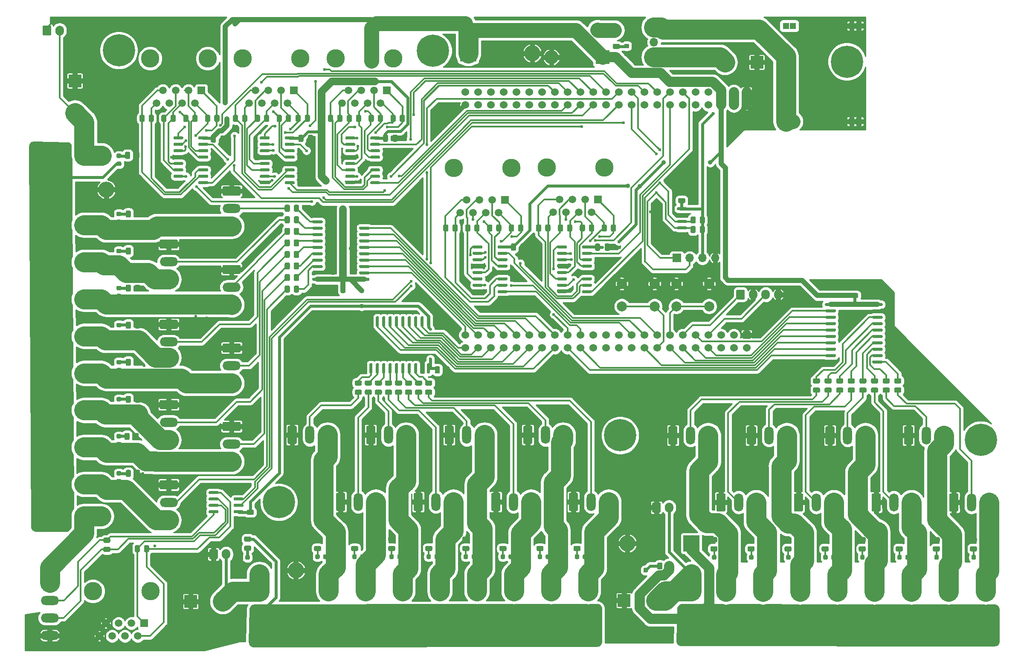
<source format=gbr>
%TF.GenerationSoftware,KiCad,Pcbnew,(5.1.9)-1*%
%TF.CreationDate,2021-05-01T22:48:59+01:00*%
%TF.ProjectId,Mirage,4d697261-6765-42e6-9b69-6361645f7063,rev?*%
%TF.SameCoordinates,Original*%
%TF.FileFunction,Copper,L1,Top*%
%TF.FilePolarity,Positive*%
%FSLAX46Y46*%
G04 Gerber Fmt 4.6, Leading zero omitted, Abs format (unit mm)*
G04 Created by KiCad (PCBNEW (5.1.9)-1) date 2021-05-01 22:48:59*
%MOMM*%
%LPD*%
G01*
G04 APERTURE LIST*
%TA.AperFunction,ComponentPad*%
%ADD10O,3.600000X1.800000*%
%TD*%
%TA.AperFunction,ComponentPad*%
%ADD11O,1.800000X3.600000*%
%TD*%
%TA.AperFunction,ComponentPad*%
%ADD12R,1.308000X1.308000*%
%TD*%
%TA.AperFunction,WasherPad*%
%ADD13C,3.650000*%
%TD*%
%TA.AperFunction,ComponentPad*%
%ADD14R,1.500000X1.500000*%
%TD*%
%TA.AperFunction,ComponentPad*%
%ADD15C,1.500000*%
%TD*%
%TA.AperFunction,ComponentPad*%
%ADD16C,2.159000*%
%TD*%
%TA.AperFunction,ComponentPad*%
%ADD17C,1.524000*%
%TD*%
%TA.AperFunction,ComponentPad*%
%ADD18R,1.524000X1.524000*%
%TD*%
%TA.AperFunction,ComponentPad*%
%ADD19O,1.700000X1.950000*%
%TD*%
%TA.AperFunction,ComponentPad*%
%ADD20O,1.700000X1.700000*%
%TD*%
%TA.AperFunction,ComponentPad*%
%ADD21R,1.700000X1.700000*%
%TD*%
%TA.AperFunction,ComponentPad*%
%ADD22O,3.200000X3.200000*%
%TD*%
%TA.AperFunction,ComponentPad*%
%ADD23R,3.200000X3.200000*%
%TD*%
%TA.AperFunction,ComponentPad*%
%ADD24O,2.800000X2.800000*%
%TD*%
%TA.AperFunction,ComponentPad*%
%ADD25R,2.800000X2.800000*%
%TD*%
%TA.AperFunction,ComponentPad*%
%ADD26C,2.500000*%
%TD*%
%TA.AperFunction,ComponentPad*%
%ADD27R,2.500000X2.500000*%
%TD*%
%TA.AperFunction,ComponentPad*%
%ADD28O,1.700000X2.000000*%
%TD*%
%TA.AperFunction,ConnectorPad*%
%ADD29C,6.400000*%
%TD*%
%TA.AperFunction,ComponentPad*%
%ADD30C,3.600000*%
%TD*%
%TA.AperFunction,ComponentPad*%
%ADD31C,2.000000*%
%TD*%
%TA.AperFunction,ViaPad*%
%ADD32C,0.600000*%
%TD*%
%TA.AperFunction,ViaPad*%
%ADD33C,0.900000*%
%TD*%
%TA.AperFunction,Conductor*%
%ADD34C,0.600000*%
%TD*%
%TA.AperFunction,Conductor*%
%ADD35C,2.000000*%
%TD*%
%TA.AperFunction,Conductor*%
%ADD36C,0.350000*%
%TD*%
%TA.AperFunction,Conductor*%
%ADD37C,1.000000*%
%TD*%
%TA.AperFunction,Conductor*%
%ADD38C,1.500000*%
%TD*%
%TA.AperFunction,Conductor*%
%ADD39C,3.000000*%
%TD*%
%TA.AperFunction,Conductor*%
%ADD40C,4.000000*%
%TD*%
%TA.AperFunction,Conductor*%
%ADD41C,0.254000*%
%TD*%
%TA.AperFunction,Conductor*%
%ADD42C,0.100000*%
%TD*%
G04 APERTURE END LIST*
D10*
%TO.P,J1,3*%
%TO.N,Net-(D9-Pad2)*%
X98585000Y-70030000D03*
%TO.P,J1,2*%
%TO.N,Net-(J1-Pad2)*%
X98585000Y-66530000D03*
%TO.P,J1,1*%
%TO.N,GND*%
%TA.AperFunction,ComponentPad*%
G36*
G01*
X97035000Y-62130000D02*
X100135000Y-62130000D01*
G75*
G02*
X100385000Y-62380000I0J-250000D01*
G01*
X100385000Y-63680000D01*
G75*
G02*
X100135000Y-63930000I-250000J0D01*
G01*
X97035000Y-63930000D01*
G75*
G02*
X96785000Y-63680000I0J250000D01*
G01*
X96785000Y-62380000D01*
G75*
G02*
X97035000Y-62130000I250000J0D01*
G01*
G37*
%TD.AperFunction*%
%TD*%
%TO.P,J2,3*%
%TO.N,Net-(D10-Pad2)*%
X86110000Y-80590000D03*
%TO.P,J2,2*%
%TO.N,Net-(J2-Pad2)*%
X86110000Y-77090000D03*
%TO.P,J2,1*%
%TO.N,GND*%
%TA.AperFunction,ComponentPad*%
G36*
G01*
X84560000Y-72690000D02*
X87660000Y-72690000D01*
G75*
G02*
X87910000Y-72940000I0J-250000D01*
G01*
X87910000Y-74240000D01*
G75*
G02*
X87660000Y-74490000I-250000J0D01*
G01*
X84560000Y-74490000D01*
G75*
G02*
X84310000Y-74240000I0J250000D01*
G01*
X84310000Y-72940000D01*
G75*
G02*
X84560000Y-72690000I250000J0D01*
G01*
G37*
%TD.AperFunction*%
%TD*%
%TO.P,J3,3*%
%TO.N,Net-(D11-Pad2)*%
X98585000Y-85621666D03*
%TO.P,J3,2*%
%TO.N,Net-(J3-Pad2)*%
X98585000Y-82121666D03*
%TO.P,J3,1*%
%TO.N,GND*%
%TA.AperFunction,ComponentPad*%
G36*
G01*
X97035000Y-77721666D02*
X100135000Y-77721666D01*
G75*
G02*
X100385000Y-77971666I0J-250000D01*
G01*
X100385000Y-79271666D01*
G75*
G02*
X100135000Y-79521666I-250000J0D01*
G01*
X97035000Y-79521666D01*
G75*
G02*
X96785000Y-79271666I0J250000D01*
G01*
X96785000Y-77971666D01*
G75*
G02*
X97035000Y-77721666I250000J0D01*
G01*
G37*
%TD.AperFunction*%
%TD*%
%TO.P,J4,3*%
%TO.N,Net-(D12-Pad2)*%
X86110000Y-96528333D03*
%TO.P,J4,2*%
%TO.N,Net-(J4-Pad2)*%
X86110000Y-93028333D03*
%TO.P,J4,1*%
%TO.N,GND*%
%TA.AperFunction,ComponentPad*%
G36*
G01*
X84560000Y-88628333D02*
X87660000Y-88628333D01*
G75*
G02*
X87910000Y-88878333I0J-250000D01*
G01*
X87910000Y-90178333D01*
G75*
G02*
X87660000Y-90428333I-250000J0D01*
G01*
X84560000Y-90428333D01*
G75*
G02*
X84310000Y-90178333I0J250000D01*
G01*
X84310000Y-88878333D01*
G75*
G02*
X84560000Y-88628333I250000J0D01*
G01*
G37*
%TD.AperFunction*%
%TD*%
%TO.P,J5,3*%
%TO.N,Net-(D13-Pad2)*%
X98585000Y-101213332D03*
%TO.P,J5,2*%
%TO.N,Net-(J5-Pad2)*%
X98585000Y-97713332D03*
%TO.P,J5,1*%
%TO.N,GND*%
%TA.AperFunction,ComponentPad*%
G36*
G01*
X97035000Y-93313332D02*
X100135000Y-93313332D01*
G75*
G02*
X100385000Y-93563332I0J-250000D01*
G01*
X100385000Y-94863332D01*
G75*
G02*
X100135000Y-95113332I-250000J0D01*
G01*
X97035000Y-95113332D01*
G75*
G02*
X96785000Y-94863332I0J250000D01*
G01*
X96785000Y-93563332D01*
G75*
G02*
X97035000Y-93313332I250000J0D01*
G01*
G37*
%TD.AperFunction*%
%TD*%
%TO.P,J6,3*%
%TO.N,Net-(D14-Pad2)*%
X86110000Y-112466666D03*
%TO.P,J6,2*%
%TO.N,Net-(J6-Pad2)*%
X86110000Y-108966666D03*
%TO.P,J6,1*%
%TO.N,GND*%
%TA.AperFunction,ComponentPad*%
G36*
G01*
X84560000Y-104566666D02*
X87660000Y-104566666D01*
G75*
G02*
X87910000Y-104816666I0J-250000D01*
G01*
X87910000Y-106116666D01*
G75*
G02*
X87660000Y-106366666I-250000J0D01*
G01*
X84560000Y-106366666D01*
G75*
G02*
X84310000Y-106116666I0J250000D01*
G01*
X84310000Y-104816666D01*
G75*
G02*
X84560000Y-104566666I250000J0D01*
G01*
G37*
%TD.AperFunction*%
%TD*%
%TO.P,J7,3*%
%TO.N,Net-(D15-Pad2)*%
X98585000Y-116805000D03*
%TO.P,J7,2*%
%TO.N,Net-(J7-Pad2)*%
X98585000Y-113305000D03*
%TO.P,J7,1*%
%TO.N,GND*%
%TA.AperFunction,ComponentPad*%
G36*
G01*
X97035000Y-108905000D02*
X100135000Y-108905000D01*
G75*
G02*
X100385000Y-109155000I0J-250000D01*
G01*
X100385000Y-110455000D01*
G75*
G02*
X100135000Y-110705000I-250000J0D01*
G01*
X97035000Y-110705000D01*
G75*
G02*
X96785000Y-110455000I0J250000D01*
G01*
X96785000Y-109155000D01*
G75*
G02*
X97035000Y-108905000I250000J0D01*
G01*
G37*
%TD.AperFunction*%
%TD*%
%TO.P,J8,3*%
%TO.N,Net-(D16-Pad2)*%
X86110000Y-128405000D03*
%TO.P,J8,2*%
%TO.N,Net-(J8-Pad2)*%
X86110000Y-124905000D03*
%TO.P,J8,1*%
%TO.N,GND*%
%TA.AperFunction,ComponentPad*%
G36*
G01*
X84560000Y-120505000D02*
X87660000Y-120505000D01*
G75*
G02*
X87910000Y-120755000I0J-250000D01*
G01*
X87910000Y-122055000D01*
G75*
G02*
X87660000Y-122305000I-250000J0D01*
G01*
X84560000Y-122305000D01*
G75*
G02*
X84310000Y-122055000I0J250000D01*
G01*
X84310000Y-120755000D01*
G75*
G02*
X84560000Y-120505000I250000J0D01*
G01*
G37*
%TD.AperFunction*%
%TD*%
D11*
%TO.P,J9,3*%
%TO.N,Net-(D17-Pad2)*%
X117620000Y-111485000D03*
%TO.P,J9,2*%
%TO.N,Net-(J9-Pad2)*%
X114120000Y-111485000D03*
%TO.P,J9,1*%
%TO.N,GND*%
%TA.AperFunction,ComponentPad*%
G36*
G01*
X109720000Y-113035000D02*
X109720000Y-109935000D01*
G75*
G02*
X109970000Y-109685000I250000J0D01*
G01*
X111270000Y-109685000D01*
G75*
G02*
X111520000Y-109935000I0J-250000D01*
G01*
X111520000Y-113035000D01*
G75*
G02*
X111270000Y-113285000I-250000J0D01*
G01*
X109970000Y-113285000D01*
G75*
G02*
X109720000Y-113035000I0J250000D01*
G01*
G37*
%TD.AperFunction*%
%TD*%
%TO.P,J10,3*%
%TO.N,Net-(D18-Pad2)*%
X127230000Y-124800000D03*
%TO.P,J10,2*%
%TO.N,Net-(J10-Pad2)*%
X123730000Y-124800000D03*
%TO.P,J10,1*%
%TO.N,GND*%
%TA.AperFunction,ComponentPad*%
G36*
G01*
X119330000Y-126350000D02*
X119330000Y-123250000D01*
G75*
G02*
X119580000Y-123000000I250000J0D01*
G01*
X120880000Y-123000000D01*
G75*
G02*
X121130000Y-123250000I0J-250000D01*
G01*
X121130000Y-126350000D01*
G75*
G02*
X120880000Y-126600000I-250000J0D01*
G01*
X119580000Y-126600000D01*
G75*
G02*
X119330000Y-126350000I0J250000D01*
G01*
G37*
%TD.AperFunction*%
%TD*%
%TO.P,J11,3*%
%TO.N,Net-(D19-Pad2)*%
X133211666Y-111485000D03*
%TO.P,J11,2*%
%TO.N,Net-(J11-Pad2)*%
X129711666Y-111485000D03*
%TO.P,J11,1*%
%TO.N,GND*%
%TA.AperFunction,ComponentPad*%
G36*
G01*
X125311666Y-113035000D02*
X125311666Y-109935000D01*
G75*
G02*
X125561666Y-109685000I250000J0D01*
G01*
X126861666Y-109685000D01*
G75*
G02*
X127111666Y-109935000I0J-250000D01*
G01*
X127111666Y-113035000D01*
G75*
G02*
X126861666Y-113285000I-250000J0D01*
G01*
X125561666Y-113285000D01*
G75*
G02*
X125311666Y-113035000I0J250000D01*
G01*
G37*
%TD.AperFunction*%
%TD*%
%TO.P,J12,3*%
%TO.N,Net-(D20-Pad2)*%
X142638333Y-124800000D03*
%TO.P,J12,2*%
%TO.N,Net-(J12-Pad2)*%
X139138333Y-124800000D03*
%TO.P,J12,1*%
%TO.N,GND*%
%TA.AperFunction,ComponentPad*%
G36*
G01*
X134738333Y-126350000D02*
X134738333Y-123250000D01*
G75*
G02*
X134988333Y-123000000I250000J0D01*
G01*
X136288333Y-123000000D01*
G75*
G02*
X136538333Y-123250000I0J-250000D01*
G01*
X136538333Y-126350000D01*
G75*
G02*
X136288333Y-126600000I-250000J0D01*
G01*
X134988333Y-126600000D01*
G75*
G02*
X134738333Y-126350000I0J250000D01*
G01*
G37*
%TD.AperFunction*%
%TD*%
%TO.P,J13,3*%
%TO.N,Net-(D21-Pad2)*%
X148783332Y-111485000D03*
%TO.P,J13,2*%
%TO.N,Net-(J13-Pad2)*%
X145283332Y-111485000D03*
%TO.P,J13,1*%
%TO.N,GND*%
%TA.AperFunction,ComponentPad*%
G36*
G01*
X140883332Y-113035000D02*
X140883332Y-109935000D01*
G75*
G02*
X141133332Y-109685000I250000J0D01*
G01*
X142433332Y-109685000D01*
G75*
G02*
X142683332Y-109935000I0J-250000D01*
G01*
X142683332Y-113035000D01*
G75*
G02*
X142433332Y-113285000I-250000J0D01*
G01*
X141133332Y-113285000D01*
G75*
G02*
X140883332Y-113035000I0J250000D01*
G01*
G37*
%TD.AperFunction*%
%TD*%
%TO.P,J14,3*%
%TO.N,Net-(D22-Pad2)*%
X158046666Y-124800000D03*
%TO.P,J14,2*%
%TO.N,Net-(J14-Pad2)*%
X154546666Y-124800000D03*
%TO.P,J14,1*%
%TO.N,GND*%
%TA.AperFunction,ComponentPad*%
G36*
G01*
X150146666Y-126350000D02*
X150146666Y-123250000D01*
G75*
G02*
X150396666Y-123000000I250000J0D01*
G01*
X151696666Y-123000000D01*
G75*
G02*
X151946666Y-123250000I0J-250000D01*
G01*
X151946666Y-126350000D01*
G75*
G02*
X151696666Y-126600000I-250000J0D01*
G01*
X150396666Y-126600000D01*
G75*
G02*
X150146666Y-126350000I0J250000D01*
G01*
G37*
%TD.AperFunction*%
%TD*%
%TO.P,J15,3*%
%TO.N,Net-(D23-Pad2)*%
X164395000Y-111485000D03*
%TO.P,J15,2*%
%TO.N,Net-(J15-Pad2)*%
X160895000Y-111485000D03*
%TO.P,J15,1*%
%TO.N,GND*%
%TA.AperFunction,ComponentPad*%
G36*
G01*
X156495000Y-113035000D02*
X156495000Y-109935000D01*
G75*
G02*
X156745000Y-109685000I250000J0D01*
G01*
X158045000Y-109685000D01*
G75*
G02*
X158295000Y-109935000I0J-250000D01*
G01*
X158295000Y-113035000D01*
G75*
G02*
X158045000Y-113285000I-250000J0D01*
G01*
X156745000Y-113285000D01*
G75*
G02*
X156495000Y-113035000I0J250000D01*
G01*
G37*
%TD.AperFunction*%
%TD*%
%TO.P,J16,3*%
%TO.N,Net-(D24-Pad2)*%
X173455000Y-124800000D03*
%TO.P,J16,2*%
%TO.N,Net-(J16-Pad2)*%
X169955000Y-124800000D03*
%TO.P,J16,1*%
%TO.N,GND*%
%TA.AperFunction,ComponentPad*%
G36*
G01*
X165555000Y-126350000D02*
X165555000Y-123250000D01*
G75*
G02*
X165805000Y-123000000I250000J0D01*
G01*
X167105000Y-123000000D01*
G75*
G02*
X167355000Y-123250000I0J-250000D01*
G01*
X167355000Y-126350000D01*
G75*
G02*
X167105000Y-126600000I-250000J0D01*
G01*
X165805000Y-126600000D01*
G75*
G02*
X165555000Y-126350000I0J250000D01*
G01*
G37*
%TD.AperFunction*%
%TD*%
%TO.P,J17,3*%
%TO.N,Net-(D25-Pad2)*%
X193200000Y-111585000D03*
%TO.P,J17,2*%
%TO.N,Net-(J17-Pad2)*%
X189700000Y-111585000D03*
%TO.P,J17,1*%
%TO.N,GND*%
%TA.AperFunction,ComponentPad*%
G36*
G01*
X185300000Y-113135000D02*
X185300000Y-110035000D01*
G75*
G02*
X185550000Y-109785000I250000J0D01*
G01*
X186850000Y-109785000D01*
G75*
G02*
X187100000Y-110035000I0J-250000D01*
G01*
X187100000Y-113135000D01*
G75*
G02*
X186850000Y-113385000I-250000J0D01*
G01*
X185550000Y-113385000D01*
G75*
G02*
X185300000Y-113135000I0J250000D01*
G01*
G37*
%TD.AperFunction*%
%TD*%
%TO.P,J18,3*%
%TO.N,Net-(D26-Pad2)*%
X202740000Y-124900000D03*
%TO.P,J18,2*%
%TO.N,Net-(J18-Pad2)*%
X199240000Y-124900000D03*
%TO.P,J18,1*%
%TO.N,GND*%
%TA.AperFunction,ComponentPad*%
G36*
G01*
X194840000Y-126450000D02*
X194840000Y-123350000D01*
G75*
G02*
X195090000Y-123100000I250000J0D01*
G01*
X196390000Y-123100000D01*
G75*
G02*
X196640000Y-123350000I0J-250000D01*
G01*
X196640000Y-126450000D01*
G75*
G02*
X196390000Y-126700000I-250000J0D01*
G01*
X195090000Y-126700000D01*
G75*
G02*
X194840000Y-126450000I0J250000D01*
G01*
G37*
%TD.AperFunction*%
%TD*%
%TO.P,J19,3*%
%TO.N,Net-(D27-Pad2)*%
X208791666Y-111585000D03*
%TO.P,J19,2*%
%TO.N,Net-(J19-Pad2)*%
X205291666Y-111585000D03*
%TO.P,J19,1*%
%TO.N,GND*%
%TA.AperFunction,ComponentPad*%
G36*
G01*
X200891666Y-113135000D02*
X200891666Y-110035000D01*
G75*
G02*
X201141666Y-109785000I250000J0D01*
G01*
X202441666Y-109785000D01*
G75*
G02*
X202691666Y-110035000I0J-250000D01*
G01*
X202691666Y-113135000D01*
G75*
G02*
X202441666Y-113385000I-250000J0D01*
G01*
X201141666Y-113385000D01*
G75*
G02*
X200891666Y-113135000I0J250000D01*
G01*
G37*
%TD.AperFunction*%
%TD*%
%TO.P,J20,3*%
%TO.N,Net-(D28-Pad2)*%
X218148333Y-124900000D03*
%TO.P,J20,2*%
%TO.N,Net-(J20-Pad2)*%
X214648333Y-124900000D03*
%TO.P,J20,1*%
%TO.N,GND*%
%TA.AperFunction,ComponentPad*%
G36*
G01*
X210248333Y-126450000D02*
X210248333Y-123350000D01*
G75*
G02*
X210498333Y-123100000I250000J0D01*
G01*
X211798333Y-123100000D01*
G75*
G02*
X212048333Y-123350000I0J-250000D01*
G01*
X212048333Y-126450000D01*
G75*
G02*
X211798333Y-126700000I-250000J0D01*
G01*
X210498333Y-126700000D01*
G75*
G02*
X210248333Y-126450000I0J250000D01*
G01*
G37*
%TD.AperFunction*%
%TD*%
%TO.P,J21,3*%
%TO.N,Net-(D29-Pad2)*%
X224383332Y-111585000D03*
%TO.P,J21,2*%
%TO.N,Net-(J21-Pad2)*%
X220883332Y-111585000D03*
%TO.P,J21,1*%
%TO.N,GND*%
%TA.AperFunction,ComponentPad*%
G36*
G01*
X216483332Y-113135000D02*
X216483332Y-110035000D01*
G75*
G02*
X216733332Y-109785000I250000J0D01*
G01*
X218033332Y-109785000D01*
G75*
G02*
X218283332Y-110035000I0J-250000D01*
G01*
X218283332Y-113135000D01*
G75*
G02*
X218033332Y-113385000I-250000J0D01*
G01*
X216733332Y-113385000D01*
G75*
G02*
X216483332Y-113135000I0J250000D01*
G01*
G37*
%TD.AperFunction*%
%TD*%
%TO.P,J22,3*%
%TO.N,Net-(D30-Pad2)*%
X233556666Y-124900000D03*
%TO.P,J22,2*%
%TO.N,Net-(J22-Pad2)*%
X230056666Y-124900000D03*
%TO.P,J22,1*%
%TO.N,GND*%
%TA.AperFunction,ComponentPad*%
G36*
G01*
X225656666Y-126450000D02*
X225656666Y-123350000D01*
G75*
G02*
X225906666Y-123100000I250000J0D01*
G01*
X227206666Y-123100000D01*
G75*
G02*
X227456666Y-123350000I0J-250000D01*
G01*
X227456666Y-126450000D01*
G75*
G02*
X227206666Y-126700000I-250000J0D01*
G01*
X225906666Y-126700000D01*
G75*
G02*
X225656666Y-126450000I0J250000D01*
G01*
G37*
%TD.AperFunction*%
%TD*%
%TO.P,J23,3*%
%TO.N,Net-(D31-Pad2)*%
X239975000Y-111585000D03*
%TO.P,J23,2*%
%TO.N,Net-(J23-Pad2)*%
X236475000Y-111585000D03*
%TO.P,J23,1*%
%TO.N,GND*%
%TA.AperFunction,ComponentPad*%
G36*
G01*
X232075000Y-113135000D02*
X232075000Y-110035000D01*
G75*
G02*
X232325000Y-109785000I250000J0D01*
G01*
X233625000Y-109785000D01*
G75*
G02*
X233875000Y-110035000I0J-250000D01*
G01*
X233875000Y-113135000D01*
G75*
G02*
X233625000Y-113385000I-250000J0D01*
G01*
X232325000Y-113385000D01*
G75*
G02*
X232075000Y-113135000I0J250000D01*
G01*
G37*
%TD.AperFunction*%
%TD*%
%TO.P,J24,3*%
%TO.N,Net-(D32-Pad2)*%
X248965000Y-124900000D03*
%TO.P,J24,2*%
%TO.N,Net-(J24-Pad2)*%
X245465000Y-124900000D03*
%TO.P,J24,1*%
%TO.N,GND*%
%TA.AperFunction,ComponentPad*%
G36*
G01*
X241065000Y-126450000D02*
X241065000Y-123350000D01*
G75*
G02*
X241315000Y-123100000I250000J0D01*
G01*
X242615000Y-123100000D01*
G75*
G02*
X242865000Y-123350000I0J-250000D01*
G01*
X242865000Y-126450000D01*
G75*
G02*
X242615000Y-126700000I-250000J0D01*
G01*
X241315000Y-126700000D01*
G75*
G02*
X241065000Y-126450000I0J250000D01*
G01*
G37*
%TD.AperFunction*%
%TD*%
D12*
%TO.P,U10,OUT2+*%
%TO.N,Buck*%
X210020000Y-49230000D03*
%TO.P,U10,OUT1+*%
X208620000Y-49230000D03*
%TO.P,U10,OUT1*%
%TO.N,GND*%
X221690000Y-49230000D03*
%TO.P,U10,OUT2*%
X223090000Y-49230000D03*
%TO.P,U10,IN1*%
X221690000Y-30230000D03*
%TO.P,U10,IN2*%
X223090000Y-30230000D03*
%TO.P,U10,IN2+*%
%TO.N,Aux_In*%
X210020000Y-30230000D03*
%TO.P,U10,IN1+*%
X208620000Y-30230000D03*
%TD*%
D13*
%TO.P,J37,*%
%TO.N,*%
X100812500Y-36710000D03*
X112242500Y-36710000D03*
D14*
%TO.P,J37,1*%
%TO.N,Net-(J37-Pad1)*%
X110972500Y-43060000D03*
D15*
%TO.P,J37,2*%
%TO.N,Net-(J37-Pad2)*%
X109702500Y-45600000D03*
%TO.P,J37,3*%
%TO.N,Net-(J37-Pad3)*%
X108432500Y-43060000D03*
%TO.P,J37,4*%
%TO.N,Net-(J37-Pad4)*%
X107162500Y-45600000D03*
%TO.P,J37,5*%
%TO.N,Net-(J37-Pad5)*%
X105892500Y-43060000D03*
%TO.P,J37,6*%
%TO.N,Net-(J37-Pad6)*%
X104622500Y-45600000D03*
%TO.P,J37,7*%
%TO.N,Net-(J37-Pad7)*%
X103352500Y-43060000D03*
%TO.P,J37,8*%
%TO.N,Net-(J37-Pad8)*%
X102082500Y-45600000D03*
%TD*%
D16*
%TO.P,F27,2*%
%TO.N,VIN3*%
X189830000Y-150432004D03*
X189830000Y-147026002D03*
%TO.P,F27,1*%
%TO.N,V3*%
X189830000Y-142556001D03*
X189830000Y-139150000D03*
%TD*%
%TO.P,F26,2*%
%TO.N,VIN2*%
X104100000Y-150452004D03*
X104100000Y-147046002D03*
%TO.P,F26,1*%
%TO.N,V2*%
X104100000Y-142576001D03*
X104100000Y-139170000D03*
%TD*%
%TO.P,F25,2*%
%TO.N,VIN1*%
X61457996Y-55990000D03*
X64863998Y-55990000D03*
%TO.P,F25,1*%
%TO.N,V1*%
X69333999Y-55990000D03*
X72740000Y-55990000D03*
%TD*%
D17*
%TO.P,U11,P9_46*%
%TO.N,GND*%
X144955000Y-45940000D03*
%TO.P,U11,P9_45*%
X144955000Y-43400000D03*
%TO.P,U11,P9_44*%
X147495000Y-45940000D03*
%TO.P,U11,P9_43*%
X147495000Y-43400000D03*
%TO.P,U11,P9_42*%
%TO.N,Net-(U11-PadP9_42)*%
X150035000Y-45940000D03*
%TO.P,U11,P9_41*%
%TO.N,Net-(U11-PadP9_41)*%
X150035000Y-43400000D03*
%TO.P,U11,P9_40*%
%TO.N,Net-(U11-PadP9_40)*%
X152575000Y-45940000D03*
%TO.P,U11,P9_39*%
%TO.N,Net-(U11-PadP9_39)*%
X152575000Y-43400000D03*
%TO.P,U11,P9_38*%
%TO.N,Net-(U11-PadP9_38)*%
X155115000Y-45940000D03*
%TO.P,U11,P9_37*%
%TO.N,Net-(U11-PadP9_37)*%
X155115000Y-43400000D03*
%TO.P,U11,P9_36*%
%TO.N,Net-(U11-PadP9_36)*%
X157655000Y-45940000D03*
%TO.P,U11,P9_35*%
%TO.N,Net-(U11-PadP9_35)*%
X157655000Y-43400000D03*
%TO.P,U11,P9_34*%
%TO.N,Net-(U11-PadP9_34)*%
X160195000Y-45940000D03*
%TO.P,U11,P9_33*%
%TO.N,Net-(U11-PadP9_33)*%
X160195000Y-43400000D03*
%TO.P,U11,P9_32*%
%TO.N,Net-(U11-PadP9_32)*%
X162735000Y-45940000D03*
%TO.P,U11,P9_31*%
%TO.N,DATA43*%
X162735000Y-43400000D03*
%TO.P,U11,P9_30*%
%TO.N,DATA40*%
X165275000Y-45940000D03*
%TO.P,U11,P9_29*%
%TO.N,DATA42*%
X165275000Y-43400000D03*
%TO.P,U11,P9_28*%
%TO.N,DATA44*%
X167815000Y-45940000D03*
%TO.P,U11,P9_27*%
%TO.N,DATA41*%
X167815000Y-43400000D03*
%TO.P,U11,P9_26*%
%TO.N,DATA39*%
X170355000Y-45940000D03*
%TO.P,U11,P9_25*%
%TO.N,DATA38*%
X170355000Y-43400000D03*
%TO.P,U11,P9_24*%
%TO.N,SER1*%
X172895000Y-45940000D03*
%TO.P,U11,P9_23*%
%TO.N,DATA36*%
X172895000Y-43400000D03*
%TO.P,U11,P9_22*%
%TO.N,DATA35*%
X175435000Y-45940000D03*
%TO.P,U11,P9_21*%
%TO.N,SER2*%
X175435000Y-43400000D03*
%TO.P,U11,P9_20*%
%TO.N,I2C_SDA*%
X177975000Y-45940000D03*
%TO.P,U11,P9_19*%
%TO.N,I2C_SCL*%
X177975000Y-43400000D03*
%TO.P,U11,P9_18*%
%TO.N,DATA34*%
X180515000Y-45940000D03*
%TO.P,U11,P9_17*%
%TO.N,DATA33*%
X180515000Y-43400000D03*
%TO.P,U11,P9_16*%
%TO.N,Net-(U11-PadP9_16)*%
X183055000Y-45940000D03*
%TO.P,U11,P9_15*%
%TO.N,DATA37*%
X183055000Y-43400000D03*
%TO.P,U11,P9_14*%
%TO.N,DATA30*%
X185595000Y-45940000D03*
%TO.P,U11,P9_13*%
%TO.N,DATA31*%
X185595000Y-43400000D03*
%TO.P,U11,P9_12*%
%TO.N,Net-(U11-PadP9_12)*%
X188135000Y-45940000D03*
%TO.P,U11,P9_11*%
%TO.N,DATA32*%
X188135000Y-43400000D03*
%TO.P,U11,P9_10*%
%TO.N,Net-(U11-PadP9_10)*%
X190675000Y-45940000D03*
%TO.P,U11,P9_9*%
%TO.N,Net-(U11-PadP9_9)*%
X190675000Y-43400000D03*
%TO.P,U11,P9_8*%
%TO.N,Net-(U11-PadP9_8)*%
X193215000Y-45940000D03*
%TO.P,U11,P9_7*%
%TO.N,Net-(U11-PadP9_7)*%
X193215000Y-43400000D03*
%TO.P,U11,P9_6*%
%TO.N,+5V*%
X195755000Y-45940000D03*
%TO.P,U11,P9_5*%
X195755000Y-43400000D03*
%TO.P,U11,P9_4*%
%TO.N,+3V3*%
X198295000Y-45940000D03*
%TO.P,U11,P9_3*%
X198295000Y-43400000D03*
%TO.P,U11,P9_2*%
%TO.N,GND*%
X200835000Y-45940000D03*
D18*
%TO.P,U11,P9_1*%
X200835000Y-43400000D03*
D17*
%TO.P,U11,P8_46*%
%TO.N,DATA16*%
X144955000Y-94200000D03*
%TO.P,U11,P8_45*%
%TO.N,DATA8*%
X144955000Y-91660000D03*
%TO.P,U11,P8_44*%
%TO.N,DATA15*%
X147495000Y-94200000D03*
%TO.P,U11,P8_43*%
%TO.N,DATA7*%
X147495000Y-91660000D03*
%TO.P,U11,P8_42*%
%TO.N,DATA14*%
X150035000Y-94200000D03*
%TO.P,U11,P8_41*%
%TO.N,DATA6*%
X150035000Y-91660000D03*
%TO.P,U11,P8_40*%
%TO.N,DATA13*%
X152575000Y-94200000D03*
%TO.P,U11,P8_39*%
%TO.N,DATA5*%
X152575000Y-91660000D03*
%TO.P,U11,P8_38*%
%TO.N,DATA12*%
X155115000Y-94200000D03*
%TO.P,U11,P8_37*%
%TO.N,DATA4*%
X155115000Y-91660000D03*
%TO.P,U11,P8_36*%
%TO.N,DATA11*%
X157655000Y-94200000D03*
%TO.P,U11,P8_35*%
%TO.N,DATA3*%
X157655000Y-91660000D03*
%TO.P,U11,P8_34*%
%TO.N,DATA10*%
X160195000Y-94200000D03*
%TO.P,U11,P8_33*%
%TO.N,DATA2*%
X160195000Y-91660000D03*
%TO.P,U11,P8_32*%
%TO.N,DATA9*%
X162735000Y-94200000D03*
%TO.P,U11,P8_31*%
%TO.N,DATA1*%
X162735000Y-91660000D03*
%TO.P,U11,P8_30*%
%TO.N,DATA24*%
X165275000Y-94200000D03*
%TO.P,U11,P8_29*%
%TO.N,DATA29*%
X165275000Y-91660000D03*
%TO.P,U11,P8_28*%
%TO.N,DATA23*%
X167815000Y-94200000D03*
%TO.P,U11,P8_27*%
%TO.N,DATA28*%
X167815000Y-91660000D03*
%TO.P,U11,P8_26*%
%TO.N,Net-(U11-PadP8_26)*%
X170355000Y-94200000D03*
%TO.P,U11,P8_25*%
%TO.N,Net-(U11-PadP8_25)*%
X170355000Y-91660000D03*
%TO.P,U11,P8_24*%
%TO.N,Net-(U11-PadP8_24)*%
X172895000Y-94200000D03*
%TO.P,U11,P8_23*%
%TO.N,Net-(U11-PadP8_23)*%
X172895000Y-91660000D03*
%TO.P,U11,P8_22*%
%TO.N,Net-(U11-PadP8_22)*%
X175435000Y-94200000D03*
%TO.P,U11,P8_21*%
%TO.N,Net-(U11-PadP8_21)*%
X175435000Y-91660000D03*
%TO.P,U11,P8_20*%
%TO.N,Net-(U11-PadP8_20)*%
X177975000Y-94200000D03*
%TO.P,U11,P8_19*%
%TO.N,DATA27*%
X177975000Y-91660000D03*
%TO.P,U11,P8_18*%
%TO.N,DATA22*%
X180515000Y-94200000D03*
%TO.P,U11,P8_17*%
%TO.N,DATA26*%
X180515000Y-91660000D03*
%TO.P,U11,P8_16*%
%TO.N,BTN1*%
X183055000Y-94200000D03*
%TO.P,U11,P8_15*%
%TO.N,DATA25*%
X183055000Y-91660000D03*
%TO.P,U11,P8_14*%
%TO.N,DATA21*%
X185595000Y-94200000D03*
%TO.P,U11,P8_13*%
%TO.N,BTN2*%
X185595000Y-91660000D03*
%TO.P,U11,P8_12*%
%TO.N,DATA20*%
X188135000Y-94200000D03*
%TO.P,U11,P8_11*%
%TO.N,GPIO1*%
X188135000Y-91660000D03*
%TO.P,U11,P8_10*%
%TO.N,DATA19*%
X190675000Y-94200000D03*
%TO.P,U11,P8_9*%
%TO.N,DATA17*%
X190675000Y-91660000D03*
%TO.P,U11,P8_8*%
%TO.N,DATA18*%
X193215000Y-94200000D03*
%TO.P,U11,P8_7*%
%TO.N,GPIO2*%
X193215000Y-91660000D03*
%TO.P,U11,P8_6*%
%TO.N,Net-(U11-PadP8_6)*%
X195755000Y-94200000D03*
%TO.P,U11,P8_5*%
%TO.N,Net-(U11-PadP8_5)*%
X195755000Y-91660000D03*
%TO.P,U11,P8_4*%
%TO.N,Net-(U11-PadP8_4)*%
X198295000Y-94200000D03*
%TO.P,U11,P8_3*%
%TO.N,Net-(U11-PadP8_3)*%
X198295000Y-91660000D03*
%TO.P,U11,P8_2*%
%TO.N,GND*%
X200835000Y-94200000D03*
D18*
%TO.P,U11,P8_1*%
X200835000Y-91660000D03*
%TD*%
D10*
%TO.P,J41,4*%
%TO.N,GND*%
X62500000Y-151350000D03*
%TO.P,J41,3*%
%TO.N,Net-(J41-Pad3)*%
X62500000Y-147850000D03*
%TO.P,J41,2*%
%TO.N,Net-(J41-Pad2)*%
X62500000Y-144350000D03*
%TO.P,J41,1*%
%TO.N,Net-(F29-Pad2)*%
%TA.AperFunction,ComponentPad*%
G36*
G01*
X60950000Y-139950000D02*
X64050000Y-139950000D01*
G75*
G02*
X64300000Y-140200000I0J-250000D01*
G01*
X64300000Y-141500000D01*
G75*
G02*
X64050000Y-141750000I-250000J0D01*
G01*
X60950000Y-141750000D01*
G75*
G02*
X60700000Y-141500000I0J250000D01*
G01*
X60700000Y-140200000D01*
G75*
G02*
X60950000Y-139950000I250000J0D01*
G01*
G37*
%TD.AperFunction*%
%TD*%
D19*
%TO.P,J44,4*%
%TO.N,GND*%
X207120000Y-83610000D03*
%TO.P,J44,3*%
%TO.N,GPIO2*%
X204620000Y-83610000D03*
%TO.P,J44,2*%
%TO.N,GND*%
X202120000Y-83610000D03*
%TO.P,J44,1*%
%TO.N,GPIO1*%
%TA.AperFunction,ComponentPad*%
G36*
G01*
X198770000Y-84335000D02*
X198770000Y-82885000D01*
G75*
G02*
X199020000Y-82635000I250000J0D01*
G01*
X200220000Y-82635000D01*
G75*
G02*
X200470000Y-82885000I0J-250000D01*
G01*
X200470000Y-84335000D01*
G75*
G02*
X200220000Y-84585000I-250000J0D01*
G01*
X199020000Y-84585000D01*
G75*
G02*
X198770000Y-84335000I0J250000D01*
G01*
G37*
%TD.AperFunction*%
%TD*%
D20*
%TO.P,J30,3*%
%TO.N,Buck*%
X182440000Y-30930000D03*
%TO.P,J30,2*%
%TO.N,V5*%
X182440000Y-33470000D03*
D21*
%TO.P,J30,1*%
%TO.N,Aux_In*%
X182440000Y-36010000D03*
%TD*%
%TO.P,C2,2*%
%TO.N,GND*%
%TA.AperFunction,SMDPad,CuDef*%
G36*
G01*
X188415000Y-63540000D02*
X187465000Y-63540000D01*
G75*
G02*
X187215000Y-63290000I0J250000D01*
G01*
X187215000Y-62790000D01*
G75*
G02*
X187465000Y-62540000I250000J0D01*
G01*
X188415000Y-62540000D01*
G75*
G02*
X188665000Y-62790000I0J-250000D01*
G01*
X188665000Y-63290000D01*
G75*
G02*
X188415000Y-63540000I-250000J0D01*
G01*
G37*
%TD.AperFunction*%
%TO.P,C2,1*%
%TO.N,+3V3*%
%TA.AperFunction,SMDPad,CuDef*%
G36*
G01*
X188415000Y-65440000D02*
X187465000Y-65440000D01*
G75*
G02*
X187215000Y-65190000I0J250000D01*
G01*
X187215000Y-64690000D01*
G75*
G02*
X187465000Y-64440000I250000J0D01*
G01*
X188415000Y-64440000D01*
G75*
G02*
X188665000Y-64690000I0J-250000D01*
G01*
X188665000Y-65190000D01*
G75*
G02*
X188415000Y-65440000I-250000J0D01*
G01*
G37*
%TD.AperFunction*%
%TD*%
%TO.P,C17,2*%
%TO.N,GND*%
%TA.AperFunction,SMDPad,CuDef*%
G36*
G01*
X222735000Y-82400000D02*
X221785000Y-82400000D01*
G75*
G02*
X221535000Y-82150000I0J250000D01*
G01*
X221535000Y-81650000D01*
G75*
G02*
X221785000Y-81400000I250000J0D01*
G01*
X222735000Y-81400000D01*
G75*
G02*
X222985000Y-81650000I0J-250000D01*
G01*
X222985000Y-82150000D01*
G75*
G02*
X222735000Y-82400000I-250000J0D01*
G01*
G37*
%TD.AperFunction*%
%TO.P,C17,1*%
%TO.N,+5V*%
%TA.AperFunction,SMDPad,CuDef*%
G36*
G01*
X222735000Y-84300000D02*
X221785000Y-84300000D01*
G75*
G02*
X221535000Y-84050000I0J250000D01*
G01*
X221535000Y-83550000D01*
G75*
G02*
X221785000Y-83300000I250000J0D01*
G01*
X222735000Y-83300000D01*
G75*
G02*
X222985000Y-83550000I0J-250000D01*
G01*
X222985000Y-84050000D01*
G75*
G02*
X222735000Y-84300000I-250000J0D01*
G01*
G37*
%TD.AperFunction*%
%TD*%
%TO.P,C9,2*%
%TO.N,GND*%
%TA.AperFunction,SMDPad,CuDef*%
G36*
G01*
X140840000Y-99045000D02*
X140840000Y-98095000D01*
G75*
G02*
X141090000Y-97845000I250000J0D01*
G01*
X141590000Y-97845000D01*
G75*
G02*
X141840000Y-98095000I0J-250000D01*
G01*
X141840000Y-99045000D01*
G75*
G02*
X141590000Y-99295000I-250000J0D01*
G01*
X141090000Y-99295000D01*
G75*
G02*
X140840000Y-99045000I0J250000D01*
G01*
G37*
%TD.AperFunction*%
%TO.P,C9,1*%
%TO.N,+5V*%
%TA.AperFunction,SMDPad,CuDef*%
G36*
G01*
X138940000Y-99045000D02*
X138940000Y-98095000D01*
G75*
G02*
X139190000Y-97845000I250000J0D01*
G01*
X139690000Y-97845000D01*
G75*
G02*
X139940000Y-98095000I0J-250000D01*
G01*
X139940000Y-99045000D01*
G75*
G02*
X139690000Y-99295000I-250000J0D01*
G01*
X139190000Y-99295000D01*
G75*
G02*
X138940000Y-99045000I0J250000D01*
G01*
G37*
%TD.AperFunction*%
%TD*%
%TO.P,C8,2*%
%TO.N,+5V*%
%TA.AperFunction,SMDPad,CuDef*%
G36*
G01*
X102785000Y-127360000D02*
X101835000Y-127360000D01*
G75*
G02*
X101585000Y-127110000I0J250000D01*
G01*
X101585000Y-126610000D01*
G75*
G02*
X101835000Y-126360000I250000J0D01*
G01*
X102785000Y-126360000D01*
G75*
G02*
X103035000Y-126610000I0J-250000D01*
G01*
X103035000Y-127110000D01*
G75*
G02*
X102785000Y-127360000I-250000J0D01*
G01*
G37*
%TD.AperFunction*%
%TO.P,C8,1*%
%TO.N,GND*%
%TA.AperFunction,SMDPad,CuDef*%
G36*
G01*
X102785000Y-129260000D02*
X101835000Y-129260000D01*
G75*
G02*
X101585000Y-129010000I0J250000D01*
G01*
X101585000Y-128510000D01*
G75*
G02*
X101835000Y-128260000I250000J0D01*
G01*
X102785000Y-128260000D01*
G75*
G02*
X103035000Y-128510000I0J-250000D01*
G01*
X103035000Y-129010000D01*
G75*
G02*
X102785000Y-129260000I-250000J0D01*
G01*
G37*
%TD.AperFunction*%
%TD*%
%TO.P,C7,2*%
%TO.N,+5V*%
%TA.AperFunction,SMDPad,CuDef*%
G36*
G01*
X171750000Y-73725000D02*
X171750000Y-74675000D01*
G75*
G02*
X171500000Y-74925000I-250000J0D01*
G01*
X171000000Y-74925000D01*
G75*
G02*
X170750000Y-74675000I0J250000D01*
G01*
X170750000Y-73725000D01*
G75*
G02*
X171000000Y-73475000I250000J0D01*
G01*
X171500000Y-73475000D01*
G75*
G02*
X171750000Y-73725000I0J-250000D01*
G01*
G37*
%TD.AperFunction*%
%TO.P,C7,1*%
%TO.N,GND*%
%TA.AperFunction,SMDPad,CuDef*%
G36*
G01*
X173650000Y-73725000D02*
X173650000Y-74675000D01*
G75*
G02*
X173400000Y-74925000I-250000J0D01*
G01*
X172900000Y-74925000D01*
G75*
G02*
X172650000Y-74675000I0J250000D01*
G01*
X172650000Y-73725000D01*
G75*
G02*
X172900000Y-73475000I250000J0D01*
G01*
X173400000Y-73475000D01*
G75*
G02*
X173650000Y-73725000I0J-250000D01*
G01*
G37*
%TD.AperFunction*%
%TD*%
%TO.P,C6,2*%
%TO.N,+5V*%
%TA.AperFunction,SMDPad,CuDef*%
G36*
G01*
X155030000Y-73715000D02*
X155030000Y-74665000D01*
G75*
G02*
X154780000Y-74915000I-250000J0D01*
G01*
X154280000Y-74915000D01*
G75*
G02*
X154030000Y-74665000I0J250000D01*
G01*
X154030000Y-73715000D01*
G75*
G02*
X154280000Y-73465000I250000J0D01*
G01*
X154780000Y-73465000D01*
G75*
G02*
X155030000Y-73715000I0J-250000D01*
G01*
G37*
%TD.AperFunction*%
%TO.P,C6,1*%
%TO.N,GND*%
%TA.AperFunction,SMDPad,CuDef*%
G36*
G01*
X156930000Y-73715000D02*
X156930000Y-74665000D01*
G75*
G02*
X156680000Y-74915000I-250000J0D01*
G01*
X156180000Y-74915000D01*
G75*
G02*
X155930000Y-74665000I0J250000D01*
G01*
X155930000Y-73715000D01*
G75*
G02*
X156180000Y-73465000I250000J0D01*
G01*
X156680000Y-73465000D01*
G75*
G02*
X156930000Y-73715000I0J-250000D01*
G01*
G37*
%TD.AperFunction*%
%TD*%
%TO.P,C5,2*%
%TO.N,+5V*%
%TA.AperFunction,SMDPad,CuDef*%
G36*
G01*
X129640000Y-52075000D02*
X129640000Y-53025000D01*
G75*
G02*
X129390000Y-53275000I-250000J0D01*
G01*
X128890000Y-53275000D01*
G75*
G02*
X128640000Y-53025000I0J250000D01*
G01*
X128640000Y-52075000D01*
G75*
G02*
X128890000Y-51825000I250000J0D01*
G01*
X129390000Y-51825000D01*
G75*
G02*
X129640000Y-52075000I0J-250000D01*
G01*
G37*
%TD.AperFunction*%
%TO.P,C5,1*%
%TO.N,GND*%
%TA.AperFunction,SMDPad,CuDef*%
G36*
G01*
X131540000Y-52075000D02*
X131540000Y-53025000D01*
G75*
G02*
X131290000Y-53275000I-250000J0D01*
G01*
X130790000Y-53275000D01*
G75*
G02*
X130540000Y-53025000I0J250000D01*
G01*
X130540000Y-52075000D01*
G75*
G02*
X130790000Y-51825000I250000J0D01*
G01*
X131290000Y-51825000D01*
G75*
G02*
X131540000Y-52075000I0J-250000D01*
G01*
G37*
%TD.AperFunction*%
%TD*%
%TO.P,C4,2*%
%TO.N,+5V*%
%TA.AperFunction,SMDPad,CuDef*%
G36*
G01*
X112860000Y-52115000D02*
X112860000Y-53065000D01*
G75*
G02*
X112610000Y-53315000I-250000J0D01*
G01*
X112110000Y-53315000D01*
G75*
G02*
X111860000Y-53065000I0J250000D01*
G01*
X111860000Y-52115000D01*
G75*
G02*
X112110000Y-51865000I250000J0D01*
G01*
X112610000Y-51865000D01*
G75*
G02*
X112860000Y-52115000I0J-250000D01*
G01*
G37*
%TD.AperFunction*%
%TO.P,C4,1*%
%TO.N,GND*%
%TA.AperFunction,SMDPad,CuDef*%
G36*
G01*
X114760000Y-52115000D02*
X114760000Y-53065000D01*
G75*
G02*
X114510000Y-53315000I-250000J0D01*
G01*
X114010000Y-53315000D01*
G75*
G02*
X113760000Y-53065000I0J250000D01*
G01*
X113760000Y-52115000D01*
G75*
G02*
X114010000Y-51865000I250000J0D01*
G01*
X114510000Y-51865000D01*
G75*
G02*
X114760000Y-52115000I0J-250000D01*
G01*
G37*
%TD.AperFunction*%
%TD*%
%TO.P,C3,2*%
%TO.N,+5V*%
%TA.AperFunction,SMDPad,CuDef*%
G36*
G01*
X95480000Y-52235000D02*
X95480000Y-53185000D01*
G75*
G02*
X95230000Y-53435000I-250000J0D01*
G01*
X94730000Y-53435000D01*
G75*
G02*
X94480000Y-53185000I0J250000D01*
G01*
X94480000Y-52235000D01*
G75*
G02*
X94730000Y-51985000I250000J0D01*
G01*
X95230000Y-51985000D01*
G75*
G02*
X95480000Y-52235000I0J-250000D01*
G01*
G37*
%TD.AperFunction*%
%TO.P,C3,1*%
%TO.N,GND*%
%TA.AperFunction,SMDPad,CuDef*%
G36*
G01*
X97380000Y-52235000D02*
X97380000Y-53185000D01*
G75*
G02*
X97130000Y-53435000I-250000J0D01*
G01*
X96630000Y-53435000D01*
G75*
G02*
X96380000Y-53185000I0J250000D01*
G01*
X96380000Y-52235000D01*
G75*
G02*
X96630000Y-51985000I250000J0D01*
G01*
X97130000Y-51985000D01*
G75*
G02*
X97380000Y-52235000I0J-250000D01*
G01*
G37*
%TD.AperFunction*%
%TD*%
%TO.P,C1,2*%
%TO.N,GND*%
%TA.AperFunction,SMDPad,CuDef*%
G36*
G01*
X119310000Y-82105000D02*
X119310000Y-83055000D01*
G75*
G02*
X119060000Y-83305000I-250000J0D01*
G01*
X118560000Y-83305000D01*
G75*
G02*
X118310000Y-83055000I0J250000D01*
G01*
X118310000Y-82105000D01*
G75*
G02*
X118560000Y-81855000I250000J0D01*
G01*
X119060000Y-81855000D01*
G75*
G02*
X119310000Y-82105000I0J-250000D01*
G01*
G37*
%TD.AperFunction*%
%TO.P,C1,1*%
%TO.N,+5V*%
%TA.AperFunction,SMDPad,CuDef*%
G36*
G01*
X121210000Y-82105000D02*
X121210000Y-83055000D01*
G75*
G02*
X120960000Y-83305000I-250000J0D01*
G01*
X120460000Y-83305000D01*
G75*
G02*
X120210000Y-83055000I0J250000D01*
G01*
X120210000Y-82105000D01*
G75*
G02*
X120460000Y-81855000I250000J0D01*
G01*
X120960000Y-81855000D01*
G75*
G02*
X121210000Y-82105000I0J-250000D01*
G01*
G37*
%TD.AperFunction*%
%TD*%
D22*
%TO.P,D33,2*%
%TO.N,GND*%
X158274000Y-35694000D03*
D23*
%TO.P,D33,1*%
%TO.N,+5V*%
X145574000Y-35694000D03*
%TD*%
D24*
%TO.P,D8,2*%
%TO.N,GND*%
X162084000Y-36456000D03*
D25*
%TO.P,D8,1*%
%TO.N,+5V*%
X172244000Y-36456000D03*
%TD*%
D22*
%TO.P,D7,2*%
%TO.N,GND*%
X177160000Y-133050000D03*
D23*
%TO.P,D7,1*%
%TO.N,VIN3*%
X189860000Y-133050000D03*
%TD*%
D22*
%TO.P,D6,2*%
%TO.N,GND*%
X111340000Y-138400000D03*
D23*
%TO.P,D6,1*%
%TO.N,VIN2*%
X111340000Y-151100000D03*
%TD*%
D22*
%TO.P,D5,2*%
%TO.N,GND*%
X73720000Y-62750000D03*
D23*
%TO.P,D5,1*%
%TO.N,VIN1*%
X61020000Y-62750000D03*
%TD*%
D13*
%TO.P,J38,*%
%TO.N,*%
X119225000Y-36710000D03*
X130655000Y-36710000D03*
D14*
%TO.P,J38,1*%
%TO.N,Net-(J38-Pad1)*%
X129385000Y-43060000D03*
D15*
%TO.P,J38,2*%
%TO.N,Net-(J38-Pad2)*%
X128115000Y-45600000D03*
%TO.P,J38,3*%
%TO.N,Net-(J38-Pad3)*%
X126845000Y-43060000D03*
%TO.P,J38,4*%
%TO.N,Net-(J38-Pad4)*%
X125575000Y-45600000D03*
%TO.P,J38,5*%
%TO.N,Net-(J38-Pad5)*%
X124305000Y-43060000D03*
%TO.P,J38,6*%
%TO.N,Net-(J38-Pad6)*%
X123035000Y-45600000D03*
%TO.P,J38,7*%
%TO.N,Net-(J38-Pad7)*%
X121765000Y-43060000D03*
%TO.P,J38,8*%
%TO.N,Net-(J38-Pad8)*%
X120495000Y-45600000D03*
%TD*%
D26*
%TO.P,J28,2*%
%TO.N,Aux_In*%
X196510000Y-37460000D03*
D27*
%TO.P,J28,1*%
%TO.N,GND*%
X202860000Y-37460000D03*
%TD*%
%TO.P,R88,2*%
%TO.N,I2C_SCL*%
%TA.AperFunction,SMDPad,CuDef*%
G36*
G01*
X190720000Y-68349998D02*
X190720000Y-69250002D01*
G75*
G02*
X190470002Y-69500000I-249998J0D01*
G01*
X189944998Y-69500000D01*
G75*
G02*
X189695000Y-69250002I0J249998D01*
G01*
X189695000Y-68349998D01*
G75*
G02*
X189944998Y-68100000I249998J0D01*
G01*
X190470002Y-68100000D01*
G75*
G02*
X190720000Y-68349998I0J-249998D01*
G01*
G37*
%TD.AperFunction*%
%TO.P,R88,1*%
%TO.N,+3V3*%
%TA.AperFunction,SMDPad,CuDef*%
G36*
G01*
X192545000Y-68349998D02*
X192545000Y-69250002D01*
G75*
G02*
X192295002Y-69500000I-249998J0D01*
G01*
X191769998Y-69500000D01*
G75*
G02*
X191520000Y-69250002I0J249998D01*
G01*
X191520000Y-68349998D01*
G75*
G02*
X191769998Y-68100000I249998J0D01*
G01*
X192295002Y-68100000D01*
G75*
G02*
X192545000Y-68349998I0J-249998D01*
G01*
G37*
%TD.AperFunction*%
%TD*%
%TO.P,R75,2*%
%TO.N,GND*%
%TA.AperFunction,SMDPad,CuDef*%
G36*
G01*
X246309802Y-132820000D02*
X245409798Y-132820000D01*
G75*
G02*
X245159800Y-132570002I0J249998D01*
G01*
X245159800Y-132044998D01*
G75*
G02*
X245409798Y-131795000I249998J0D01*
G01*
X246309802Y-131795000D01*
G75*
G02*
X246559800Y-132044998I0J-249998D01*
G01*
X246559800Y-132570002D01*
G75*
G02*
X246309802Y-132820000I-249998J0D01*
G01*
G37*
%TD.AperFunction*%
%TO.P,R75,1*%
%TO.N,Net-(D32-Pad1)*%
%TA.AperFunction,SMDPad,CuDef*%
G36*
G01*
X246309802Y-134645000D02*
X245409798Y-134645000D01*
G75*
G02*
X245159800Y-134395002I0J249998D01*
G01*
X245159800Y-133869998D01*
G75*
G02*
X245409798Y-133620000I249998J0D01*
G01*
X246309802Y-133620000D01*
G75*
G02*
X246559800Y-133869998I0J-249998D01*
G01*
X246559800Y-134395002D01*
G75*
G02*
X246309802Y-134645000I-249998J0D01*
G01*
G37*
%TD.AperFunction*%
%TD*%
%TO.P,R74,2*%
%TO.N,GND*%
%TA.AperFunction,SMDPad,CuDef*%
G36*
G01*
X238949086Y-132820000D02*
X238049082Y-132820000D01*
G75*
G02*
X237799084Y-132570002I0J249998D01*
G01*
X237799084Y-132044998D01*
G75*
G02*
X238049082Y-131795000I249998J0D01*
G01*
X238949086Y-131795000D01*
G75*
G02*
X239199084Y-132044998I0J-249998D01*
G01*
X239199084Y-132570002D01*
G75*
G02*
X238949086Y-132820000I-249998J0D01*
G01*
G37*
%TD.AperFunction*%
%TO.P,R74,1*%
%TO.N,Net-(D31-Pad1)*%
%TA.AperFunction,SMDPad,CuDef*%
G36*
G01*
X238949086Y-134645000D02*
X238049082Y-134645000D01*
G75*
G02*
X237799084Y-134395002I0J249998D01*
G01*
X237799084Y-133869998D01*
G75*
G02*
X238049082Y-133620000I249998J0D01*
G01*
X238949086Y-133620000D01*
G75*
G02*
X239199084Y-133869998I0J-249998D01*
G01*
X239199084Y-134395002D01*
G75*
G02*
X238949086Y-134645000I-249998J0D01*
G01*
G37*
%TD.AperFunction*%
%TD*%
%TO.P,R73,2*%
%TO.N,GND*%
%TA.AperFunction,SMDPad,CuDef*%
G36*
G01*
X231588372Y-132820000D02*
X230688368Y-132820000D01*
G75*
G02*
X230438370Y-132570002I0J249998D01*
G01*
X230438370Y-132044998D01*
G75*
G02*
X230688368Y-131795000I249998J0D01*
G01*
X231588372Y-131795000D01*
G75*
G02*
X231838370Y-132044998I0J-249998D01*
G01*
X231838370Y-132570002D01*
G75*
G02*
X231588372Y-132820000I-249998J0D01*
G01*
G37*
%TD.AperFunction*%
%TO.P,R73,1*%
%TO.N,Net-(D30-Pad1)*%
%TA.AperFunction,SMDPad,CuDef*%
G36*
G01*
X231588372Y-134645000D02*
X230688368Y-134645000D01*
G75*
G02*
X230438370Y-134395002I0J249998D01*
G01*
X230438370Y-133869998D01*
G75*
G02*
X230688368Y-133620000I249998J0D01*
G01*
X231588372Y-133620000D01*
G75*
G02*
X231838370Y-133869998I0J-249998D01*
G01*
X231838370Y-134395002D01*
G75*
G02*
X231588372Y-134645000I-249998J0D01*
G01*
G37*
%TD.AperFunction*%
%TD*%
%TO.P,R72,2*%
%TO.N,GND*%
%TA.AperFunction,SMDPad,CuDef*%
G36*
G01*
X224227658Y-132820000D02*
X223327654Y-132820000D01*
G75*
G02*
X223077656Y-132570002I0J249998D01*
G01*
X223077656Y-132044998D01*
G75*
G02*
X223327654Y-131795000I249998J0D01*
G01*
X224227658Y-131795000D01*
G75*
G02*
X224477656Y-132044998I0J-249998D01*
G01*
X224477656Y-132570002D01*
G75*
G02*
X224227658Y-132820000I-249998J0D01*
G01*
G37*
%TD.AperFunction*%
%TO.P,R72,1*%
%TO.N,Net-(D29-Pad1)*%
%TA.AperFunction,SMDPad,CuDef*%
G36*
G01*
X224227658Y-134645000D02*
X223327654Y-134645000D01*
G75*
G02*
X223077656Y-134395002I0J249998D01*
G01*
X223077656Y-133869998D01*
G75*
G02*
X223327654Y-133620000I249998J0D01*
G01*
X224227658Y-133620000D01*
G75*
G02*
X224477656Y-133869998I0J-249998D01*
G01*
X224477656Y-134395002D01*
G75*
G02*
X224227658Y-134645000I-249998J0D01*
G01*
G37*
%TD.AperFunction*%
%TD*%
%TO.P,R71,2*%
%TO.N,GND*%
%TA.AperFunction,SMDPad,CuDef*%
G36*
G01*
X216866944Y-132820000D02*
X215966940Y-132820000D01*
G75*
G02*
X215716942Y-132570002I0J249998D01*
G01*
X215716942Y-132044998D01*
G75*
G02*
X215966940Y-131795000I249998J0D01*
G01*
X216866944Y-131795000D01*
G75*
G02*
X217116942Y-132044998I0J-249998D01*
G01*
X217116942Y-132570002D01*
G75*
G02*
X216866944Y-132820000I-249998J0D01*
G01*
G37*
%TD.AperFunction*%
%TO.P,R71,1*%
%TO.N,Net-(D28-Pad1)*%
%TA.AperFunction,SMDPad,CuDef*%
G36*
G01*
X216866944Y-134645000D02*
X215966940Y-134645000D01*
G75*
G02*
X215716942Y-134395002I0J249998D01*
G01*
X215716942Y-133869998D01*
G75*
G02*
X215966940Y-133620000I249998J0D01*
G01*
X216866944Y-133620000D01*
G75*
G02*
X217116942Y-133869998I0J-249998D01*
G01*
X217116942Y-134395002D01*
G75*
G02*
X216866944Y-134645000I-249998J0D01*
G01*
G37*
%TD.AperFunction*%
%TD*%
%TO.P,R70,2*%
%TO.N,GND*%
%TA.AperFunction,SMDPad,CuDef*%
G36*
G01*
X209506230Y-132820000D02*
X208606226Y-132820000D01*
G75*
G02*
X208356228Y-132570002I0J249998D01*
G01*
X208356228Y-132044998D01*
G75*
G02*
X208606226Y-131795000I249998J0D01*
G01*
X209506230Y-131795000D01*
G75*
G02*
X209756228Y-132044998I0J-249998D01*
G01*
X209756228Y-132570002D01*
G75*
G02*
X209506230Y-132820000I-249998J0D01*
G01*
G37*
%TD.AperFunction*%
%TO.P,R70,1*%
%TO.N,Net-(D27-Pad1)*%
%TA.AperFunction,SMDPad,CuDef*%
G36*
G01*
X209506230Y-134645000D02*
X208606226Y-134645000D01*
G75*
G02*
X208356228Y-134395002I0J249998D01*
G01*
X208356228Y-133869998D01*
G75*
G02*
X208606226Y-133620000I249998J0D01*
G01*
X209506230Y-133620000D01*
G75*
G02*
X209756228Y-133869998I0J-249998D01*
G01*
X209756228Y-134395002D01*
G75*
G02*
X209506230Y-134645000I-249998J0D01*
G01*
G37*
%TD.AperFunction*%
%TD*%
%TO.P,R69,2*%
%TO.N,GND*%
%TA.AperFunction,SMDPad,CuDef*%
G36*
G01*
X202145516Y-132820000D02*
X201245512Y-132820000D01*
G75*
G02*
X200995514Y-132570002I0J249998D01*
G01*
X200995514Y-132044998D01*
G75*
G02*
X201245512Y-131795000I249998J0D01*
G01*
X202145516Y-131795000D01*
G75*
G02*
X202395514Y-132044998I0J-249998D01*
G01*
X202395514Y-132570002D01*
G75*
G02*
X202145516Y-132820000I-249998J0D01*
G01*
G37*
%TD.AperFunction*%
%TO.P,R69,1*%
%TO.N,Net-(D26-Pad1)*%
%TA.AperFunction,SMDPad,CuDef*%
G36*
G01*
X202145516Y-134645000D02*
X201245512Y-134645000D01*
G75*
G02*
X200995514Y-134395002I0J249998D01*
G01*
X200995514Y-133869998D01*
G75*
G02*
X201245512Y-133620000I249998J0D01*
G01*
X202145516Y-133620000D01*
G75*
G02*
X202395514Y-133869998I0J-249998D01*
G01*
X202395514Y-134395002D01*
G75*
G02*
X202145516Y-134645000I-249998J0D01*
G01*
G37*
%TD.AperFunction*%
%TD*%
%TO.P,R68,2*%
%TO.N,GND*%
%TA.AperFunction,SMDPad,CuDef*%
G36*
G01*
X194784802Y-132820000D02*
X193884798Y-132820000D01*
G75*
G02*
X193634800Y-132570002I0J249998D01*
G01*
X193634800Y-132044998D01*
G75*
G02*
X193884798Y-131795000I249998J0D01*
G01*
X194784802Y-131795000D01*
G75*
G02*
X195034800Y-132044998I0J-249998D01*
G01*
X195034800Y-132570002D01*
G75*
G02*
X194784802Y-132820000I-249998J0D01*
G01*
G37*
%TD.AperFunction*%
%TO.P,R68,1*%
%TO.N,Net-(D25-Pad1)*%
%TA.AperFunction,SMDPad,CuDef*%
G36*
G01*
X194784802Y-134645000D02*
X193884798Y-134645000D01*
G75*
G02*
X193634800Y-134395002I0J249998D01*
G01*
X193634800Y-133869998D01*
G75*
G02*
X193884798Y-133620000I249998J0D01*
G01*
X194784802Y-133620000D01*
G75*
G02*
X195034800Y-133869998I0J-249998D01*
G01*
X195034800Y-134395002D01*
G75*
G02*
X194784802Y-134645000I-249998J0D01*
G01*
G37*
%TD.AperFunction*%
%TD*%
%TO.P,R67,2*%
%TO.N,GND*%
%TA.AperFunction,SMDPad,CuDef*%
G36*
G01*
X167629802Y-132740000D02*
X166729798Y-132740000D01*
G75*
G02*
X166479800Y-132490002I0J249998D01*
G01*
X166479800Y-131964998D01*
G75*
G02*
X166729798Y-131715000I249998J0D01*
G01*
X167629802Y-131715000D01*
G75*
G02*
X167879800Y-131964998I0J-249998D01*
G01*
X167879800Y-132490002D01*
G75*
G02*
X167629802Y-132740000I-249998J0D01*
G01*
G37*
%TD.AperFunction*%
%TO.P,R67,1*%
%TO.N,Net-(D24-Pad1)*%
%TA.AperFunction,SMDPad,CuDef*%
G36*
G01*
X167629802Y-134565000D02*
X166729798Y-134565000D01*
G75*
G02*
X166479800Y-134315002I0J249998D01*
G01*
X166479800Y-133789998D01*
G75*
G02*
X166729798Y-133540000I249998J0D01*
G01*
X167629802Y-133540000D01*
G75*
G02*
X167879800Y-133789998I0J-249998D01*
G01*
X167879800Y-134315002D01*
G75*
G02*
X167629802Y-134565000I-249998J0D01*
G01*
G37*
%TD.AperFunction*%
%TD*%
%TO.P,R66,2*%
%TO.N,GND*%
%TA.AperFunction,SMDPad,CuDef*%
G36*
G01*
X160269086Y-132740000D02*
X159369082Y-132740000D01*
G75*
G02*
X159119084Y-132490002I0J249998D01*
G01*
X159119084Y-131964998D01*
G75*
G02*
X159369082Y-131715000I249998J0D01*
G01*
X160269086Y-131715000D01*
G75*
G02*
X160519084Y-131964998I0J-249998D01*
G01*
X160519084Y-132490002D01*
G75*
G02*
X160269086Y-132740000I-249998J0D01*
G01*
G37*
%TD.AperFunction*%
%TO.P,R66,1*%
%TO.N,Net-(D23-Pad1)*%
%TA.AperFunction,SMDPad,CuDef*%
G36*
G01*
X160269086Y-134565000D02*
X159369082Y-134565000D01*
G75*
G02*
X159119084Y-134315002I0J249998D01*
G01*
X159119084Y-133789998D01*
G75*
G02*
X159369082Y-133540000I249998J0D01*
G01*
X160269086Y-133540000D01*
G75*
G02*
X160519084Y-133789998I0J-249998D01*
G01*
X160519084Y-134315002D01*
G75*
G02*
X160269086Y-134565000I-249998J0D01*
G01*
G37*
%TD.AperFunction*%
%TD*%
%TO.P,R65,2*%
%TO.N,GND*%
%TA.AperFunction,SMDPad,CuDef*%
G36*
G01*
X152908372Y-132740000D02*
X152008368Y-132740000D01*
G75*
G02*
X151758370Y-132490002I0J249998D01*
G01*
X151758370Y-131964998D01*
G75*
G02*
X152008368Y-131715000I249998J0D01*
G01*
X152908372Y-131715000D01*
G75*
G02*
X153158370Y-131964998I0J-249998D01*
G01*
X153158370Y-132490002D01*
G75*
G02*
X152908372Y-132740000I-249998J0D01*
G01*
G37*
%TD.AperFunction*%
%TO.P,R65,1*%
%TO.N,Net-(D22-Pad1)*%
%TA.AperFunction,SMDPad,CuDef*%
G36*
G01*
X152908372Y-134565000D02*
X152008368Y-134565000D01*
G75*
G02*
X151758370Y-134315002I0J249998D01*
G01*
X151758370Y-133789998D01*
G75*
G02*
X152008368Y-133540000I249998J0D01*
G01*
X152908372Y-133540000D01*
G75*
G02*
X153158370Y-133789998I0J-249998D01*
G01*
X153158370Y-134315002D01*
G75*
G02*
X152908372Y-134565000I-249998J0D01*
G01*
G37*
%TD.AperFunction*%
%TD*%
%TO.P,R64,2*%
%TO.N,GND*%
%TA.AperFunction,SMDPad,CuDef*%
G36*
G01*
X145547658Y-132740000D02*
X144647654Y-132740000D01*
G75*
G02*
X144397656Y-132490002I0J249998D01*
G01*
X144397656Y-131964998D01*
G75*
G02*
X144647654Y-131715000I249998J0D01*
G01*
X145547658Y-131715000D01*
G75*
G02*
X145797656Y-131964998I0J-249998D01*
G01*
X145797656Y-132490002D01*
G75*
G02*
X145547658Y-132740000I-249998J0D01*
G01*
G37*
%TD.AperFunction*%
%TO.P,R64,1*%
%TO.N,Net-(D21-Pad1)*%
%TA.AperFunction,SMDPad,CuDef*%
G36*
G01*
X145547658Y-134565000D02*
X144647654Y-134565000D01*
G75*
G02*
X144397656Y-134315002I0J249998D01*
G01*
X144397656Y-133789998D01*
G75*
G02*
X144647654Y-133540000I249998J0D01*
G01*
X145547658Y-133540000D01*
G75*
G02*
X145797656Y-133789998I0J-249998D01*
G01*
X145797656Y-134315002D01*
G75*
G02*
X145547658Y-134565000I-249998J0D01*
G01*
G37*
%TD.AperFunction*%
%TD*%
%TO.P,R63,2*%
%TO.N,GND*%
%TA.AperFunction,SMDPad,CuDef*%
G36*
G01*
X138186944Y-132740000D02*
X137286940Y-132740000D01*
G75*
G02*
X137036942Y-132490002I0J249998D01*
G01*
X137036942Y-131964998D01*
G75*
G02*
X137286940Y-131715000I249998J0D01*
G01*
X138186944Y-131715000D01*
G75*
G02*
X138436942Y-131964998I0J-249998D01*
G01*
X138436942Y-132490002D01*
G75*
G02*
X138186944Y-132740000I-249998J0D01*
G01*
G37*
%TD.AperFunction*%
%TO.P,R63,1*%
%TO.N,Net-(D20-Pad1)*%
%TA.AperFunction,SMDPad,CuDef*%
G36*
G01*
X138186944Y-134565000D02*
X137286940Y-134565000D01*
G75*
G02*
X137036942Y-134315002I0J249998D01*
G01*
X137036942Y-133789998D01*
G75*
G02*
X137286940Y-133540000I249998J0D01*
G01*
X138186944Y-133540000D01*
G75*
G02*
X138436942Y-133789998I0J-249998D01*
G01*
X138436942Y-134315002D01*
G75*
G02*
X138186944Y-134565000I-249998J0D01*
G01*
G37*
%TD.AperFunction*%
%TD*%
%TO.P,R62,2*%
%TO.N,GND*%
%TA.AperFunction,SMDPad,CuDef*%
G36*
G01*
X130826230Y-132740000D02*
X129926226Y-132740000D01*
G75*
G02*
X129676228Y-132490002I0J249998D01*
G01*
X129676228Y-131964998D01*
G75*
G02*
X129926226Y-131715000I249998J0D01*
G01*
X130826230Y-131715000D01*
G75*
G02*
X131076228Y-131964998I0J-249998D01*
G01*
X131076228Y-132490002D01*
G75*
G02*
X130826230Y-132740000I-249998J0D01*
G01*
G37*
%TD.AperFunction*%
%TO.P,R62,1*%
%TO.N,Net-(D19-Pad1)*%
%TA.AperFunction,SMDPad,CuDef*%
G36*
G01*
X130826230Y-134565000D02*
X129926226Y-134565000D01*
G75*
G02*
X129676228Y-134315002I0J249998D01*
G01*
X129676228Y-133789998D01*
G75*
G02*
X129926226Y-133540000I249998J0D01*
G01*
X130826230Y-133540000D01*
G75*
G02*
X131076228Y-133789998I0J-249998D01*
G01*
X131076228Y-134315002D01*
G75*
G02*
X130826230Y-134565000I-249998J0D01*
G01*
G37*
%TD.AperFunction*%
%TD*%
%TO.P,R61,2*%
%TO.N,GND*%
%TA.AperFunction,SMDPad,CuDef*%
G36*
G01*
X123465516Y-132740000D02*
X122565512Y-132740000D01*
G75*
G02*
X122315514Y-132490002I0J249998D01*
G01*
X122315514Y-131964998D01*
G75*
G02*
X122565512Y-131715000I249998J0D01*
G01*
X123465516Y-131715000D01*
G75*
G02*
X123715514Y-131964998I0J-249998D01*
G01*
X123715514Y-132490002D01*
G75*
G02*
X123465516Y-132740000I-249998J0D01*
G01*
G37*
%TD.AperFunction*%
%TO.P,R61,1*%
%TO.N,Net-(D18-Pad1)*%
%TA.AperFunction,SMDPad,CuDef*%
G36*
G01*
X123465516Y-134565000D02*
X122565512Y-134565000D01*
G75*
G02*
X122315514Y-134315002I0J249998D01*
G01*
X122315514Y-133789998D01*
G75*
G02*
X122565512Y-133540000I249998J0D01*
G01*
X123465516Y-133540000D01*
G75*
G02*
X123715514Y-133789998I0J-249998D01*
G01*
X123715514Y-134315002D01*
G75*
G02*
X123465516Y-134565000I-249998J0D01*
G01*
G37*
%TD.AperFunction*%
%TD*%
%TO.P,R60,2*%
%TO.N,GND*%
%TA.AperFunction,SMDPad,CuDef*%
G36*
G01*
X116104802Y-132740000D02*
X115204798Y-132740000D01*
G75*
G02*
X114954800Y-132490002I0J249998D01*
G01*
X114954800Y-131964998D01*
G75*
G02*
X115204798Y-131715000I249998J0D01*
G01*
X116104802Y-131715000D01*
G75*
G02*
X116354800Y-131964998I0J-249998D01*
G01*
X116354800Y-132490002D01*
G75*
G02*
X116104802Y-132740000I-249998J0D01*
G01*
G37*
%TD.AperFunction*%
%TO.P,R60,1*%
%TO.N,Net-(D17-Pad1)*%
%TA.AperFunction,SMDPad,CuDef*%
G36*
G01*
X116104802Y-134565000D02*
X115204798Y-134565000D01*
G75*
G02*
X114954800Y-134315002I0J249998D01*
G01*
X114954800Y-133789998D01*
G75*
G02*
X115204798Y-133540000I249998J0D01*
G01*
X116104802Y-133540000D01*
G75*
G02*
X116354800Y-133789998I0J-249998D01*
G01*
X116354800Y-134315002D01*
G75*
G02*
X116104802Y-134565000I-249998J0D01*
G01*
G37*
%TD.AperFunction*%
%TD*%
%TO.P,R59,2*%
%TO.N,GND*%
%TA.AperFunction,SMDPad,CuDef*%
G36*
G01*
X79399286Y-119585002D02*
X79399286Y-118684998D01*
G75*
G02*
X79649284Y-118435000I249998J0D01*
G01*
X80174288Y-118435000D01*
G75*
G02*
X80424286Y-118684998I0J-249998D01*
G01*
X80424286Y-119585002D01*
G75*
G02*
X80174288Y-119835000I-249998J0D01*
G01*
X79649284Y-119835000D01*
G75*
G02*
X79399286Y-119585002I0J249998D01*
G01*
G37*
%TD.AperFunction*%
%TO.P,R59,1*%
%TO.N,Net-(D16-Pad1)*%
%TA.AperFunction,SMDPad,CuDef*%
G36*
G01*
X77574286Y-119585002D02*
X77574286Y-118684998D01*
G75*
G02*
X77824284Y-118435000I249998J0D01*
G01*
X78349288Y-118435000D01*
G75*
G02*
X78599286Y-118684998I0J-249998D01*
G01*
X78599286Y-119585002D01*
G75*
G02*
X78349288Y-119835000I-249998J0D01*
G01*
X77824284Y-119835000D01*
G75*
G02*
X77574286Y-119585002I0J249998D01*
G01*
G37*
%TD.AperFunction*%
%TD*%
%TO.P,R58,2*%
%TO.N,GND*%
%TA.AperFunction,SMDPad,CuDef*%
G36*
G01*
X79150000Y-112240002D02*
X79150000Y-111339998D01*
G75*
G02*
X79399998Y-111090000I249998J0D01*
G01*
X79925002Y-111090000D01*
G75*
G02*
X80175000Y-111339998I0J-249998D01*
G01*
X80175000Y-112240002D01*
G75*
G02*
X79925002Y-112490000I-249998J0D01*
G01*
X79399998Y-112490000D01*
G75*
G02*
X79150000Y-112240002I0J249998D01*
G01*
G37*
%TD.AperFunction*%
%TO.P,R58,1*%
%TO.N,Net-(D15-Pad1)*%
%TA.AperFunction,SMDPad,CuDef*%
G36*
G01*
X77325000Y-112240002D02*
X77325000Y-111339998D01*
G75*
G02*
X77574998Y-111090000I249998J0D01*
G01*
X78100002Y-111090000D01*
G75*
G02*
X78350000Y-111339998I0J-249998D01*
G01*
X78350000Y-112240002D01*
G75*
G02*
X78100002Y-112490000I-249998J0D01*
G01*
X77574998Y-112490000D01*
G75*
G02*
X77325000Y-112240002I0J249998D01*
G01*
G37*
%TD.AperFunction*%
%TD*%
%TO.P,R57,2*%
%TO.N,GND*%
%TA.AperFunction,SMDPad,CuDef*%
G36*
G01*
X79399286Y-104863572D02*
X79399286Y-103963568D01*
G75*
G02*
X79649284Y-103713570I249998J0D01*
G01*
X80174288Y-103713570D01*
G75*
G02*
X80424286Y-103963568I0J-249998D01*
G01*
X80424286Y-104863572D01*
G75*
G02*
X80174288Y-105113570I-249998J0D01*
G01*
X79649284Y-105113570D01*
G75*
G02*
X79399286Y-104863572I0J249998D01*
G01*
G37*
%TD.AperFunction*%
%TO.P,R57,1*%
%TO.N,Net-(D14-Pad1)*%
%TA.AperFunction,SMDPad,CuDef*%
G36*
G01*
X77574286Y-104863572D02*
X77574286Y-103963568D01*
G75*
G02*
X77824284Y-103713570I249998J0D01*
G01*
X78349288Y-103713570D01*
G75*
G02*
X78599286Y-103963568I0J-249998D01*
G01*
X78599286Y-104863572D01*
G75*
G02*
X78349288Y-105113570I-249998J0D01*
G01*
X77824284Y-105113570D01*
G75*
G02*
X77574286Y-104863572I0J249998D01*
G01*
G37*
%TD.AperFunction*%
%TD*%
%TO.P,R56,2*%
%TO.N,GND*%
%TA.AperFunction,SMDPad,CuDef*%
G36*
G01*
X79399286Y-97502858D02*
X79399286Y-96602854D01*
G75*
G02*
X79649284Y-96352856I249998J0D01*
G01*
X80174288Y-96352856D01*
G75*
G02*
X80424286Y-96602854I0J-249998D01*
G01*
X80424286Y-97502858D01*
G75*
G02*
X80174288Y-97752856I-249998J0D01*
G01*
X79649284Y-97752856D01*
G75*
G02*
X79399286Y-97502858I0J249998D01*
G01*
G37*
%TD.AperFunction*%
%TO.P,R56,1*%
%TO.N,Net-(D13-Pad1)*%
%TA.AperFunction,SMDPad,CuDef*%
G36*
G01*
X77574286Y-97502858D02*
X77574286Y-96602854D01*
G75*
G02*
X77824284Y-96352856I249998J0D01*
G01*
X78349288Y-96352856D01*
G75*
G02*
X78599286Y-96602854I0J-249998D01*
G01*
X78599286Y-97502858D01*
G75*
G02*
X78349288Y-97752856I-249998J0D01*
G01*
X77824284Y-97752856D01*
G75*
G02*
X77574286Y-97502858I0J249998D01*
G01*
G37*
%TD.AperFunction*%
%TD*%
%TO.P,R55,2*%
%TO.N,GND*%
%TA.AperFunction,SMDPad,CuDef*%
G36*
G01*
X79399286Y-90142144D02*
X79399286Y-89242140D01*
G75*
G02*
X79649284Y-88992142I249998J0D01*
G01*
X80174288Y-88992142D01*
G75*
G02*
X80424286Y-89242140I0J-249998D01*
G01*
X80424286Y-90142144D01*
G75*
G02*
X80174288Y-90392142I-249998J0D01*
G01*
X79649284Y-90392142D01*
G75*
G02*
X79399286Y-90142144I0J249998D01*
G01*
G37*
%TD.AperFunction*%
%TO.P,R55,1*%
%TO.N,Net-(D12-Pad1)*%
%TA.AperFunction,SMDPad,CuDef*%
G36*
G01*
X77574286Y-90142144D02*
X77574286Y-89242140D01*
G75*
G02*
X77824284Y-88992142I249998J0D01*
G01*
X78349288Y-88992142D01*
G75*
G02*
X78599286Y-89242140I0J-249998D01*
G01*
X78599286Y-90142144D01*
G75*
G02*
X78349288Y-90392142I-249998J0D01*
G01*
X77824284Y-90392142D01*
G75*
G02*
X77574286Y-90142144I0J249998D01*
G01*
G37*
%TD.AperFunction*%
%TD*%
%TO.P,R54,2*%
%TO.N,GND*%
%TA.AperFunction,SMDPad,CuDef*%
G36*
G01*
X79399286Y-82781430D02*
X79399286Y-81881426D01*
G75*
G02*
X79649284Y-81631428I249998J0D01*
G01*
X80174288Y-81631428D01*
G75*
G02*
X80424286Y-81881426I0J-249998D01*
G01*
X80424286Y-82781430D01*
G75*
G02*
X80174288Y-83031428I-249998J0D01*
G01*
X79649284Y-83031428D01*
G75*
G02*
X79399286Y-82781430I0J249998D01*
G01*
G37*
%TD.AperFunction*%
%TO.P,R54,1*%
%TO.N,Net-(D11-Pad1)*%
%TA.AperFunction,SMDPad,CuDef*%
G36*
G01*
X77574286Y-82781430D02*
X77574286Y-81881426D01*
G75*
G02*
X77824284Y-81631428I249998J0D01*
G01*
X78349288Y-81631428D01*
G75*
G02*
X78599286Y-81881426I0J-249998D01*
G01*
X78599286Y-82781430D01*
G75*
G02*
X78349288Y-83031428I-249998J0D01*
G01*
X77824284Y-83031428D01*
G75*
G02*
X77574286Y-82781430I0J249998D01*
G01*
G37*
%TD.AperFunction*%
%TD*%
%TO.P,R53,2*%
%TO.N,GND*%
%TA.AperFunction,SMDPad,CuDef*%
G36*
G01*
X79399286Y-75420716D02*
X79399286Y-74520712D01*
G75*
G02*
X79649284Y-74270714I249998J0D01*
G01*
X80174288Y-74270714D01*
G75*
G02*
X80424286Y-74520712I0J-249998D01*
G01*
X80424286Y-75420716D01*
G75*
G02*
X80174288Y-75670714I-249998J0D01*
G01*
X79649284Y-75670714D01*
G75*
G02*
X79399286Y-75420716I0J249998D01*
G01*
G37*
%TD.AperFunction*%
%TO.P,R53,1*%
%TO.N,Net-(D10-Pad1)*%
%TA.AperFunction,SMDPad,CuDef*%
G36*
G01*
X77574286Y-75420716D02*
X77574286Y-74520712D01*
G75*
G02*
X77824284Y-74270714I249998J0D01*
G01*
X78349288Y-74270714D01*
G75*
G02*
X78599286Y-74520712I0J-249998D01*
G01*
X78599286Y-75420716D01*
G75*
G02*
X78349288Y-75670714I-249998J0D01*
G01*
X77824284Y-75670714D01*
G75*
G02*
X77574286Y-75420716I0J249998D01*
G01*
G37*
%TD.AperFunction*%
%TD*%
%TO.P,R52,2*%
%TO.N,GND*%
%TA.AperFunction,SMDPad,CuDef*%
G36*
G01*
X79399286Y-68060002D02*
X79399286Y-67159998D01*
G75*
G02*
X79649284Y-66910000I249998J0D01*
G01*
X80174288Y-66910000D01*
G75*
G02*
X80424286Y-67159998I0J-249998D01*
G01*
X80424286Y-68060002D01*
G75*
G02*
X80174288Y-68310000I-249998J0D01*
G01*
X79649284Y-68310000D01*
G75*
G02*
X79399286Y-68060002I0J249998D01*
G01*
G37*
%TD.AperFunction*%
%TO.P,R52,1*%
%TO.N,Net-(D9-Pad1)*%
%TA.AperFunction,SMDPad,CuDef*%
G36*
G01*
X77574286Y-68060002D02*
X77574286Y-67159998D01*
G75*
G02*
X77824284Y-66910000I249998J0D01*
G01*
X78349288Y-66910000D01*
G75*
G02*
X78599286Y-67159998I0J-249998D01*
G01*
X78599286Y-68060002D01*
G75*
G02*
X78349288Y-68310000I-249998J0D01*
G01*
X77824284Y-68310000D01*
G75*
G02*
X77574286Y-68060002I0J249998D01*
G01*
G37*
%TD.AperFunction*%
%TD*%
%TO.P,R51,2*%
%TO.N,Net-(J40-Pad2)*%
%TA.AperFunction,SMDPad,CuDef*%
G36*
G01*
X81200000Y-134550002D02*
X81200000Y-133649998D01*
G75*
G02*
X81449998Y-133400000I249998J0D01*
G01*
X81975002Y-133400000D01*
G75*
G02*
X82225000Y-133649998I0J-249998D01*
G01*
X82225000Y-134550002D01*
G75*
G02*
X81975002Y-134800000I-249998J0D01*
G01*
X81449998Y-134800000D01*
G75*
G02*
X81200000Y-134550002I0J249998D01*
G01*
G37*
%TD.AperFunction*%
%TO.P,R51,1*%
%TO.N,Net-(J40-Pad1)*%
%TA.AperFunction,SMDPad,CuDef*%
G36*
G01*
X79375000Y-134550002D02*
X79375000Y-133649998D01*
G75*
G02*
X79624998Y-133400000I249998J0D01*
G01*
X80150002Y-133400000D01*
G75*
G02*
X80400000Y-133649998I0J-249998D01*
G01*
X80400000Y-134550002D01*
G75*
G02*
X80150002Y-134800000I-249998J0D01*
G01*
X79624998Y-134800000D01*
G75*
G02*
X79375000Y-134550002I0J249998D01*
G01*
G37*
%TD.AperFunction*%
%TD*%
%TO.P,R50,2*%
%TO.N,Net-(J41-Pad3)*%
%TA.AperFunction,SMDPad,CuDef*%
G36*
G01*
X73379998Y-133720000D02*
X74280002Y-133720000D01*
G75*
G02*
X74530000Y-133969998I0J-249998D01*
G01*
X74530000Y-134495002D01*
G75*
G02*
X74280002Y-134745000I-249998J0D01*
G01*
X73379998Y-134745000D01*
G75*
G02*
X73130000Y-134495002I0J249998D01*
G01*
X73130000Y-133969998D01*
G75*
G02*
X73379998Y-133720000I249998J0D01*
G01*
G37*
%TD.AperFunction*%
%TO.P,R50,1*%
%TO.N,Net-(J41-Pad2)*%
%TA.AperFunction,SMDPad,CuDef*%
G36*
G01*
X73379998Y-131895000D02*
X74280002Y-131895000D01*
G75*
G02*
X74530000Y-132144998I0J-249998D01*
G01*
X74530000Y-132670002D01*
G75*
G02*
X74280002Y-132920000I-249998J0D01*
G01*
X73379998Y-132920000D01*
G75*
G02*
X73130000Y-132670002I0J249998D01*
G01*
X73130000Y-132144998D01*
G75*
G02*
X73379998Y-131895000I249998J0D01*
G01*
G37*
%TD.AperFunction*%
%TD*%
%TO.P,R49,2*%
%TO.N,Net-(J38-Pad8)*%
%TA.AperFunction,SMDPad,CuDef*%
G36*
G01*
X119558000Y-49060002D02*
X119558000Y-48159998D01*
G75*
G02*
X119807998Y-47910000I249998J0D01*
G01*
X120333002Y-47910000D01*
G75*
G02*
X120583000Y-48159998I0J-249998D01*
G01*
X120583000Y-49060002D01*
G75*
G02*
X120333002Y-49310000I-249998J0D01*
G01*
X119807998Y-49310000D01*
G75*
G02*
X119558000Y-49060002I0J249998D01*
G01*
G37*
%TD.AperFunction*%
%TO.P,R49,1*%
%TO.N,Net-(J38-Pad7)*%
%TA.AperFunction,SMDPad,CuDef*%
G36*
G01*
X117733000Y-49060002D02*
X117733000Y-48159998D01*
G75*
G02*
X117982998Y-47910000I249998J0D01*
G01*
X118508002Y-47910000D01*
G75*
G02*
X118758000Y-48159998I0J-249998D01*
G01*
X118758000Y-49060002D01*
G75*
G02*
X118508002Y-49310000I-249998J0D01*
G01*
X117982998Y-49310000D01*
G75*
G02*
X117733000Y-49060002I0J249998D01*
G01*
G37*
%TD.AperFunction*%
%TD*%
%TO.P,R48,2*%
%TO.N,Net-(J38-Pad2)*%
%TA.AperFunction,SMDPad,CuDef*%
G36*
G01*
X131170000Y-48159998D02*
X131170000Y-49060002D01*
G75*
G02*
X130920002Y-49310000I-249998J0D01*
G01*
X130394998Y-49310000D01*
G75*
G02*
X130145000Y-49060002I0J249998D01*
G01*
X130145000Y-48159998D01*
G75*
G02*
X130394998Y-47910000I249998J0D01*
G01*
X130920002Y-47910000D01*
G75*
G02*
X131170000Y-48159998I0J-249998D01*
G01*
G37*
%TD.AperFunction*%
%TO.P,R48,1*%
%TO.N,Net-(J38-Pad1)*%
%TA.AperFunction,SMDPad,CuDef*%
G36*
G01*
X132995000Y-48159998D02*
X132995000Y-49060002D01*
G75*
G02*
X132745002Y-49310000I-249998J0D01*
G01*
X132219998Y-49310000D01*
G75*
G02*
X131970000Y-49060002I0J249998D01*
G01*
X131970000Y-48159998D01*
G75*
G02*
X132219998Y-47910000I249998J0D01*
G01*
X132745002Y-47910000D01*
G75*
G02*
X132995000Y-48159998I0J-249998D01*
G01*
G37*
%TD.AperFunction*%
%TD*%
%TO.P,R47,2*%
%TO.N,Net-(J37-Pad8)*%
%TA.AperFunction,SMDPad,CuDef*%
G36*
G01*
X100685000Y-49060002D02*
X100685000Y-48159998D01*
G75*
G02*
X100934998Y-47910000I249998J0D01*
G01*
X101460002Y-47910000D01*
G75*
G02*
X101710000Y-48159998I0J-249998D01*
G01*
X101710000Y-49060002D01*
G75*
G02*
X101460002Y-49310000I-249998J0D01*
G01*
X100934998Y-49310000D01*
G75*
G02*
X100685000Y-49060002I0J249998D01*
G01*
G37*
%TD.AperFunction*%
%TO.P,R47,1*%
%TO.N,Net-(J37-Pad7)*%
%TA.AperFunction,SMDPad,CuDef*%
G36*
G01*
X98860000Y-49060002D02*
X98860000Y-48159998D01*
G75*
G02*
X99109998Y-47910000I249998J0D01*
G01*
X99635002Y-47910000D01*
G75*
G02*
X99885000Y-48159998I0J-249998D01*
G01*
X99885000Y-49060002D01*
G75*
G02*
X99635002Y-49310000I-249998J0D01*
G01*
X99109998Y-49310000D01*
G75*
G02*
X98860000Y-49060002I0J249998D01*
G01*
G37*
%TD.AperFunction*%
%TD*%
%TO.P,R46,2*%
%TO.N,Net-(J37-Pad2)*%
%TA.AperFunction,SMDPad,CuDef*%
G36*
G01*
X112314000Y-48159998D02*
X112314000Y-49060002D01*
G75*
G02*
X112064002Y-49310000I-249998J0D01*
G01*
X111538998Y-49310000D01*
G75*
G02*
X111289000Y-49060002I0J249998D01*
G01*
X111289000Y-48159998D01*
G75*
G02*
X111538998Y-47910000I249998J0D01*
G01*
X112064002Y-47910000D01*
G75*
G02*
X112314000Y-48159998I0J-249998D01*
G01*
G37*
%TD.AperFunction*%
%TO.P,R46,1*%
%TO.N,Net-(J37-Pad1)*%
%TA.AperFunction,SMDPad,CuDef*%
G36*
G01*
X114139000Y-48159998D02*
X114139000Y-49060002D01*
G75*
G02*
X113889002Y-49310000I-249998J0D01*
G01*
X113363998Y-49310000D01*
G75*
G02*
X113114000Y-49060002I0J249998D01*
G01*
X113114000Y-48159998D01*
G75*
G02*
X113363998Y-47910000I249998J0D01*
G01*
X113889002Y-47910000D01*
G75*
G02*
X114139000Y-48159998I0J-249998D01*
G01*
G37*
%TD.AperFunction*%
%TD*%
%TO.P,R45,2*%
%TO.N,Net-(J38-Pad6)*%
%TA.AperFunction,SMDPad,CuDef*%
G36*
G01*
X126828332Y-48159998D02*
X126828332Y-49060002D01*
G75*
G02*
X126578334Y-49310000I-249998J0D01*
G01*
X126053330Y-49310000D01*
G75*
G02*
X125803332Y-49060002I0J249998D01*
G01*
X125803332Y-48159998D01*
G75*
G02*
X126053330Y-47910000I249998J0D01*
G01*
X126578334Y-47910000D01*
G75*
G02*
X126828332Y-48159998I0J-249998D01*
G01*
G37*
%TD.AperFunction*%
%TO.P,R45,1*%
%TO.N,Net-(J38-Pad3)*%
%TA.AperFunction,SMDPad,CuDef*%
G36*
G01*
X128653332Y-48159998D02*
X128653332Y-49060002D01*
G75*
G02*
X128403334Y-49310000I-249998J0D01*
G01*
X127878330Y-49310000D01*
G75*
G02*
X127628332Y-49060002I0J249998D01*
G01*
X127628332Y-48159998D01*
G75*
G02*
X127878330Y-47910000I249998J0D01*
G01*
X128403334Y-47910000D01*
G75*
G02*
X128653332Y-48159998I0J-249998D01*
G01*
G37*
%TD.AperFunction*%
%TD*%
%TO.P,R44,2*%
%TO.N,Net-(J38-Pad5)*%
%TA.AperFunction,SMDPad,CuDef*%
G36*
G01*
X122486666Y-48159998D02*
X122486666Y-49060002D01*
G75*
G02*
X122236668Y-49310000I-249998J0D01*
G01*
X121711664Y-49310000D01*
G75*
G02*
X121461666Y-49060002I0J249998D01*
G01*
X121461666Y-48159998D01*
G75*
G02*
X121711664Y-47910000I249998J0D01*
G01*
X122236668Y-47910000D01*
G75*
G02*
X122486666Y-48159998I0J-249998D01*
G01*
G37*
%TD.AperFunction*%
%TO.P,R44,1*%
%TO.N,Net-(J38-Pad4)*%
%TA.AperFunction,SMDPad,CuDef*%
G36*
G01*
X124311666Y-48159998D02*
X124311666Y-49060002D01*
G75*
G02*
X124061668Y-49310000I-249998J0D01*
G01*
X123536664Y-49310000D01*
G75*
G02*
X123286666Y-49060002I0J249998D01*
G01*
X123286666Y-48159998D01*
G75*
G02*
X123536664Y-47910000I249998J0D01*
G01*
X124061668Y-47910000D01*
G75*
G02*
X124311666Y-48159998I0J-249998D01*
G01*
G37*
%TD.AperFunction*%
%TD*%
%TO.P,R43,2*%
%TO.N,Net-(J37-Pad6)*%
%TA.AperFunction,SMDPad,CuDef*%
G36*
G01*
X108568332Y-48159998D02*
X108568332Y-49060002D01*
G75*
G02*
X108318334Y-49310000I-249998J0D01*
G01*
X107793330Y-49310000D01*
G75*
G02*
X107543332Y-49060002I0J249998D01*
G01*
X107543332Y-48159998D01*
G75*
G02*
X107793330Y-47910000I249998J0D01*
G01*
X108318334Y-47910000D01*
G75*
G02*
X108568332Y-48159998I0J-249998D01*
G01*
G37*
%TD.AperFunction*%
%TO.P,R43,1*%
%TO.N,Net-(J37-Pad3)*%
%TA.AperFunction,SMDPad,CuDef*%
G36*
G01*
X110393332Y-48159998D02*
X110393332Y-49060002D01*
G75*
G02*
X110143334Y-49310000I-249998J0D01*
G01*
X109618330Y-49310000D01*
G75*
G02*
X109368332Y-49060002I0J249998D01*
G01*
X109368332Y-48159998D01*
G75*
G02*
X109618330Y-47910000I249998J0D01*
G01*
X110143334Y-47910000D01*
G75*
G02*
X110393332Y-48159998I0J-249998D01*
G01*
G37*
%TD.AperFunction*%
%TD*%
%TO.P,R42,2*%
%TO.N,Net-(J37-Pad5)*%
%TA.AperFunction,SMDPad,CuDef*%
G36*
G01*
X104226666Y-48159998D02*
X104226666Y-49060002D01*
G75*
G02*
X103976668Y-49310000I-249998J0D01*
G01*
X103451664Y-49310000D01*
G75*
G02*
X103201666Y-49060002I0J249998D01*
G01*
X103201666Y-48159998D01*
G75*
G02*
X103451664Y-47910000I249998J0D01*
G01*
X103976668Y-47910000D01*
G75*
G02*
X104226666Y-48159998I0J-249998D01*
G01*
G37*
%TD.AperFunction*%
%TO.P,R42,1*%
%TO.N,Net-(J37-Pad4)*%
%TA.AperFunction,SMDPad,CuDef*%
G36*
G01*
X106051666Y-48159998D02*
X106051666Y-49060002D01*
G75*
G02*
X105801668Y-49310000I-249998J0D01*
G01*
X105276664Y-49310000D01*
G75*
G02*
X105026666Y-49060002I0J249998D01*
G01*
X105026666Y-48159998D01*
G75*
G02*
X105276664Y-47910000I249998J0D01*
G01*
X105801668Y-47910000D01*
G75*
G02*
X106051666Y-48159998I0J-249998D01*
G01*
G37*
%TD.AperFunction*%
%TD*%
%TO.P,R41,2*%
%TO.N,Net-(J36-Pad8)*%
%TA.AperFunction,SMDPad,CuDef*%
G36*
G01*
X82130000Y-49060002D02*
X82130000Y-48159998D01*
G75*
G02*
X82379998Y-47910000I249998J0D01*
G01*
X82905002Y-47910000D01*
G75*
G02*
X83155000Y-48159998I0J-249998D01*
G01*
X83155000Y-49060002D01*
G75*
G02*
X82905002Y-49310000I-249998J0D01*
G01*
X82379998Y-49310000D01*
G75*
G02*
X82130000Y-49060002I0J249998D01*
G01*
G37*
%TD.AperFunction*%
%TO.P,R41,1*%
%TO.N,Net-(J36-Pad7)*%
%TA.AperFunction,SMDPad,CuDef*%
G36*
G01*
X80305000Y-49060002D02*
X80305000Y-48159998D01*
G75*
G02*
X80554998Y-47910000I249998J0D01*
G01*
X81080002Y-47910000D01*
G75*
G02*
X81330000Y-48159998I0J-249998D01*
G01*
X81330000Y-49060002D01*
G75*
G02*
X81080002Y-49310000I-249998J0D01*
G01*
X80554998Y-49310000D01*
G75*
G02*
X80305000Y-49060002I0J249998D01*
G01*
G37*
%TD.AperFunction*%
%TD*%
%TO.P,R40,2*%
%TO.N,Net-(J36-Pad2)*%
%TA.AperFunction,SMDPad,CuDef*%
G36*
G01*
X94355000Y-48159998D02*
X94355000Y-49060002D01*
G75*
G02*
X94105002Y-49310000I-249998J0D01*
G01*
X93579998Y-49310000D01*
G75*
G02*
X93330000Y-49060002I0J249998D01*
G01*
X93330000Y-48159998D01*
G75*
G02*
X93579998Y-47910000I249998J0D01*
G01*
X94105002Y-47910000D01*
G75*
G02*
X94355000Y-48159998I0J-249998D01*
G01*
G37*
%TD.AperFunction*%
%TO.P,R40,1*%
%TO.N,Net-(J36-Pad1)*%
%TA.AperFunction,SMDPad,CuDef*%
G36*
G01*
X96180000Y-48159998D02*
X96180000Y-49060002D01*
G75*
G02*
X95930002Y-49310000I-249998J0D01*
G01*
X95404998Y-49310000D01*
G75*
G02*
X95155000Y-49060002I0J249998D01*
G01*
X95155000Y-48159998D01*
G75*
G02*
X95404998Y-47910000I249998J0D01*
G01*
X95930002Y-47910000D01*
G75*
G02*
X96180000Y-48159998I0J-249998D01*
G01*
G37*
%TD.AperFunction*%
%TD*%
%TO.P,R39,2*%
%TO.N,Net-(J35-Pad8)*%
%TA.AperFunction,SMDPad,CuDef*%
G36*
G01*
X160860000Y-70840002D02*
X160860000Y-69939998D01*
G75*
G02*
X161109998Y-69690000I249998J0D01*
G01*
X161635002Y-69690000D01*
G75*
G02*
X161885000Y-69939998I0J-249998D01*
G01*
X161885000Y-70840002D01*
G75*
G02*
X161635002Y-71090000I-249998J0D01*
G01*
X161109998Y-71090000D01*
G75*
G02*
X160860000Y-70840002I0J249998D01*
G01*
G37*
%TD.AperFunction*%
%TO.P,R39,1*%
%TO.N,Net-(J35-Pad7)*%
%TA.AperFunction,SMDPad,CuDef*%
G36*
G01*
X159035000Y-70840002D02*
X159035000Y-69939998D01*
G75*
G02*
X159284998Y-69690000I249998J0D01*
G01*
X159810002Y-69690000D01*
G75*
G02*
X160060000Y-69939998I0J-249998D01*
G01*
X160060000Y-70840002D01*
G75*
G02*
X159810002Y-71090000I-249998J0D01*
G01*
X159284998Y-71090000D01*
G75*
G02*
X159035000Y-70840002I0J249998D01*
G01*
G37*
%TD.AperFunction*%
%TD*%
%TO.P,R38,2*%
%TO.N,Net-(J35-Pad2)*%
%TA.AperFunction,SMDPad,CuDef*%
G36*
G01*
X173085000Y-69939998D02*
X173085000Y-70840002D01*
G75*
G02*
X172835002Y-71090000I-249998J0D01*
G01*
X172309998Y-71090000D01*
G75*
G02*
X172060000Y-70840002I0J249998D01*
G01*
X172060000Y-69939998D01*
G75*
G02*
X172309998Y-69690000I249998J0D01*
G01*
X172835002Y-69690000D01*
G75*
G02*
X173085000Y-69939998I0J-249998D01*
G01*
G37*
%TD.AperFunction*%
%TO.P,R38,1*%
%TO.N,Net-(J35-Pad1)*%
%TA.AperFunction,SMDPad,CuDef*%
G36*
G01*
X174910000Y-69939998D02*
X174910000Y-70840002D01*
G75*
G02*
X174660002Y-71090000I-249998J0D01*
G01*
X174134998Y-71090000D01*
G75*
G02*
X173885000Y-70840002I0J249998D01*
G01*
X173885000Y-69939998D01*
G75*
G02*
X174134998Y-69690000I249998J0D01*
G01*
X174660002Y-69690000D01*
G75*
G02*
X174910000Y-69939998I0J-249998D01*
G01*
G37*
%TD.AperFunction*%
%TD*%
%TO.P,R37,2*%
%TO.N,Net-(J34-Pad8)*%
%TA.AperFunction,SMDPad,CuDef*%
G36*
G01*
X142440000Y-70840002D02*
X142440000Y-69939998D01*
G75*
G02*
X142689998Y-69690000I249998J0D01*
G01*
X143215002Y-69690000D01*
G75*
G02*
X143465000Y-69939998I0J-249998D01*
G01*
X143465000Y-70840002D01*
G75*
G02*
X143215002Y-71090000I-249998J0D01*
G01*
X142689998Y-71090000D01*
G75*
G02*
X142440000Y-70840002I0J249998D01*
G01*
G37*
%TD.AperFunction*%
%TO.P,R37,1*%
%TO.N,Net-(J34-Pad7)*%
%TA.AperFunction,SMDPad,CuDef*%
G36*
G01*
X140615000Y-70840002D02*
X140615000Y-69939998D01*
G75*
G02*
X140864998Y-69690000I249998J0D01*
G01*
X141390002Y-69690000D01*
G75*
G02*
X141640000Y-69939998I0J-249998D01*
G01*
X141640000Y-70840002D01*
G75*
G02*
X141390002Y-71090000I-249998J0D01*
G01*
X140864998Y-71090000D01*
G75*
G02*
X140615000Y-70840002I0J249998D01*
G01*
G37*
%TD.AperFunction*%
%TD*%
%TO.P,R36,2*%
%TO.N,Net-(J34-Pad2)*%
%TA.AperFunction,SMDPad,CuDef*%
G36*
G01*
X154665000Y-69939998D02*
X154665000Y-70840002D01*
G75*
G02*
X154415002Y-71090000I-249998J0D01*
G01*
X153889998Y-71090000D01*
G75*
G02*
X153640000Y-70840002I0J249998D01*
G01*
X153640000Y-69939998D01*
G75*
G02*
X153889998Y-69690000I249998J0D01*
G01*
X154415002Y-69690000D01*
G75*
G02*
X154665000Y-69939998I0J-249998D01*
G01*
G37*
%TD.AperFunction*%
%TO.P,R36,1*%
%TO.N,Net-(J34-Pad1)*%
%TA.AperFunction,SMDPad,CuDef*%
G36*
G01*
X156490000Y-69939998D02*
X156490000Y-70840002D01*
G75*
G02*
X156240002Y-71090000I-249998J0D01*
G01*
X155714998Y-71090000D01*
G75*
G02*
X155465000Y-70840002I0J249998D01*
G01*
X155465000Y-69939998D01*
G75*
G02*
X155714998Y-69690000I249998J0D01*
G01*
X156240002Y-69690000D01*
G75*
G02*
X156490000Y-69939998I0J-249998D01*
G01*
G37*
%TD.AperFunction*%
%TD*%
%TO.P,R35,2*%
%TO.N,Net-(J36-Pad6)*%
%TA.AperFunction,SMDPad,CuDef*%
G36*
G01*
X90013332Y-48159998D02*
X90013332Y-49060002D01*
G75*
G02*
X89763334Y-49310000I-249998J0D01*
G01*
X89238330Y-49310000D01*
G75*
G02*
X88988332Y-49060002I0J249998D01*
G01*
X88988332Y-48159998D01*
G75*
G02*
X89238330Y-47910000I249998J0D01*
G01*
X89763334Y-47910000D01*
G75*
G02*
X90013332Y-48159998I0J-249998D01*
G01*
G37*
%TD.AperFunction*%
%TO.P,R35,1*%
%TO.N,Net-(J36-Pad3)*%
%TA.AperFunction,SMDPad,CuDef*%
G36*
G01*
X91838332Y-48159998D02*
X91838332Y-49060002D01*
G75*
G02*
X91588334Y-49310000I-249998J0D01*
G01*
X91063330Y-49310000D01*
G75*
G02*
X90813332Y-49060002I0J249998D01*
G01*
X90813332Y-48159998D01*
G75*
G02*
X91063330Y-47910000I249998J0D01*
G01*
X91588334Y-47910000D01*
G75*
G02*
X91838332Y-48159998I0J-249998D01*
G01*
G37*
%TD.AperFunction*%
%TD*%
%TO.P,R34,2*%
%TO.N,Net-(J36-Pad5)*%
%TA.AperFunction,SMDPad,CuDef*%
G36*
G01*
X85671666Y-48159998D02*
X85671666Y-49060002D01*
G75*
G02*
X85421668Y-49310000I-249998J0D01*
G01*
X84896664Y-49310000D01*
G75*
G02*
X84646666Y-49060002I0J249998D01*
G01*
X84646666Y-48159998D01*
G75*
G02*
X84896664Y-47910000I249998J0D01*
G01*
X85421668Y-47910000D01*
G75*
G02*
X85671666Y-48159998I0J-249998D01*
G01*
G37*
%TD.AperFunction*%
%TO.P,R34,1*%
%TO.N,Net-(J36-Pad4)*%
%TA.AperFunction,SMDPad,CuDef*%
G36*
G01*
X87496666Y-48159998D02*
X87496666Y-49060002D01*
G75*
G02*
X87246668Y-49310000I-249998J0D01*
G01*
X86721664Y-49310000D01*
G75*
G02*
X86471666Y-49060002I0J249998D01*
G01*
X86471666Y-48159998D01*
G75*
G02*
X86721664Y-47910000I249998J0D01*
G01*
X87246668Y-47910000D01*
G75*
G02*
X87496666Y-48159998I0J-249998D01*
G01*
G37*
%TD.AperFunction*%
%TD*%
%TO.P,R33,2*%
%TO.N,Net-(J35-Pad6)*%
%TA.AperFunction,SMDPad,CuDef*%
G36*
G01*
X168743332Y-69939998D02*
X168743332Y-70840002D01*
G75*
G02*
X168493334Y-71090000I-249998J0D01*
G01*
X167968330Y-71090000D01*
G75*
G02*
X167718332Y-70840002I0J249998D01*
G01*
X167718332Y-69939998D01*
G75*
G02*
X167968330Y-69690000I249998J0D01*
G01*
X168493334Y-69690000D01*
G75*
G02*
X168743332Y-69939998I0J-249998D01*
G01*
G37*
%TD.AperFunction*%
%TO.P,R33,1*%
%TO.N,Net-(J35-Pad3)*%
%TA.AperFunction,SMDPad,CuDef*%
G36*
G01*
X170568332Y-69939998D02*
X170568332Y-70840002D01*
G75*
G02*
X170318334Y-71090000I-249998J0D01*
G01*
X169793330Y-71090000D01*
G75*
G02*
X169543332Y-70840002I0J249998D01*
G01*
X169543332Y-69939998D01*
G75*
G02*
X169793330Y-69690000I249998J0D01*
G01*
X170318334Y-69690000D01*
G75*
G02*
X170568332Y-69939998I0J-249998D01*
G01*
G37*
%TD.AperFunction*%
%TD*%
%TO.P,R32,2*%
%TO.N,Net-(J35-Pad5)*%
%TA.AperFunction,SMDPad,CuDef*%
G36*
G01*
X164401666Y-69939998D02*
X164401666Y-70840002D01*
G75*
G02*
X164151668Y-71090000I-249998J0D01*
G01*
X163626664Y-71090000D01*
G75*
G02*
X163376666Y-70840002I0J249998D01*
G01*
X163376666Y-69939998D01*
G75*
G02*
X163626664Y-69690000I249998J0D01*
G01*
X164151668Y-69690000D01*
G75*
G02*
X164401666Y-69939998I0J-249998D01*
G01*
G37*
%TD.AperFunction*%
%TO.P,R32,1*%
%TO.N,Net-(J35-Pad4)*%
%TA.AperFunction,SMDPad,CuDef*%
G36*
G01*
X166226666Y-69939998D02*
X166226666Y-70840002D01*
G75*
G02*
X165976668Y-71090000I-249998J0D01*
G01*
X165451664Y-71090000D01*
G75*
G02*
X165201666Y-70840002I0J249998D01*
G01*
X165201666Y-69939998D01*
G75*
G02*
X165451664Y-69690000I249998J0D01*
G01*
X165976668Y-69690000D01*
G75*
G02*
X166226666Y-69939998I0J-249998D01*
G01*
G37*
%TD.AperFunction*%
%TD*%
%TO.P,R31,2*%
%TO.N,Net-(J34-Pad6)*%
%TA.AperFunction,SMDPad,CuDef*%
G36*
G01*
X150323332Y-69939998D02*
X150323332Y-70840002D01*
G75*
G02*
X150073334Y-71090000I-249998J0D01*
G01*
X149548330Y-71090000D01*
G75*
G02*
X149298332Y-70840002I0J249998D01*
G01*
X149298332Y-69939998D01*
G75*
G02*
X149548330Y-69690000I249998J0D01*
G01*
X150073334Y-69690000D01*
G75*
G02*
X150323332Y-69939998I0J-249998D01*
G01*
G37*
%TD.AperFunction*%
%TO.P,R31,1*%
%TO.N,Net-(J34-Pad3)*%
%TA.AperFunction,SMDPad,CuDef*%
G36*
G01*
X152148332Y-69939998D02*
X152148332Y-70840002D01*
G75*
G02*
X151898334Y-71090000I-249998J0D01*
G01*
X151373330Y-71090000D01*
G75*
G02*
X151123332Y-70840002I0J249998D01*
G01*
X151123332Y-69939998D01*
G75*
G02*
X151373330Y-69690000I249998J0D01*
G01*
X151898334Y-69690000D01*
G75*
G02*
X152148332Y-69939998I0J-249998D01*
G01*
G37*
%TD.AperFunction*%
%TD*%
%TO.P,R30,2*%
%TO.N,Net-(J34-Pad5)*%
%TA.AperFunction,SMDPad,CuDef*%
G36*
G01*
X145981666Y-69939998D02*
X145981666Y-70840002D01*
G75*
G02*
X145731668Y-71090000I-249998J0D01*
G01*
X145206664Y-71090000D01*
G75*
G02*
X144956666Y-70840002I0J249998D01*
G01*
X144956666Y-69939998D01*
G75*
G02*
X145206664Y-69690000I249998J0D01*
G01*
X145731668Y-69690000D01*
G75*
G02*
X145981666Y-69939998I0J-249998D01*
G01*
G37*
%TD.AperFunction*%
%TO.P,R30,1*%
%TO.N,Net-(J34-Pad4)*%
%TA.AperFunction,SMDPad,CuDef*%
G36*
G01*
X147806666Y-69939998D02*
X147806666Y-70840002D01*
G75*
G02*
X147556668Y-71090000I-249998J0D01*
G01*
X147031664Y-71090000D01*
G75*
G02*
X146781666Y-70840002I0J249998D01*
G01*
X146781666Y-69939998D01*
G75*
G02*
X147031664Y-69690000I249998J0D01*
G01*
X147556668Y-69690000D01*
G75*
G02*
X147806666Y-69939998I0J-249998D01*
G01*
G37*
%TD.AperFunction*%
%TD*%
%TO.P,R29,2*%
%TO.N,I2C_SDA*%
%TA.AperFunction,SMDPad,CuDef*%
G36*
G01*
X190720000Y-70249998D02*
X190720000Y-71150002D01*
G75*
G02*
X190470002Y-71400000I-249998J0D01*
G01*
X189944998Y-71400000D01*
G75*
G02*
X189695000Y-71150002I0J249998D01*
G01*
X189695000Y-70249998D01*
G75*
G02*
X189944998Y-70000000I249998J0D01*
G01*
X190470002Y-70000000D01*
G75*
G02*
X190720000Y-70249998I0J-249998D01*
G01*
G37*
%TD.AperFunction*%
%TO.P,R29,1*%
%TO.N,+3V3*%
%TA.AperFunction,SMDPad,CuDef*%
G36*
G01*
X192545000Y-70249998D02*
X192545000Y-71150002D01*
G75*
G02*
X192295002Y-71400000I-249998J0D01*
G01*
X191769998Y-71400000D01*
G75*
G02*
X191520000Y-71150002I0J249998D01*
G01*
X191520000Y-70249998D01*
G75*
G02*
X191769998Y-70000000I249998J0D01*
G01*
X192295002Y-70000000D01*
G75*
G02*
X192545000Y-70249998I0J-249998D01*
G01*
G37*
%TD.AperFunction*%
%TD*%
%TO.P,R28,2*%
%TO.N,Net-(D4-Pad2)*%
%TA.AperFunction,SMDPad,CuDef*%
G36*
G01*
X175410002Y-34820000D02*
X174509998Y-34820000D01*
G75*
G02*
X174260000Y-34570002I0J249998D01*
G01*
X174260000Y-34044998D01*
G75*
G02*
X174509998Y-33795000I249998J0D01*
G01*
X175410002Y-33795000D01*
G75*
G02*
X175660000Y-34044998I0J-249998D01*
G01*
X175660000Y-34570002D01*
G75*
G02*
X175410002Y-34820000I-249998J0D01*
G01*
G37*
%TD.AperFunction*%
%TO.P,R28,1*%
%TO.N,+5V*%
%TA.AperFunction,SMDPad,CuDef*%
G36*
G01*
X175410002Y-36645000D02*
X174509998Y-36645000D01*
G75*
G02*
X174260000Y-36395002I0J249998D01*
G01*
X174260000Y-35869998D01*
G75*
G02*
X174509998Y-35620000I249998J0D01*
G01*
X175410002Y-35620000D01*
G75*
G02*
X175660000Y-35869998I0J-249998D01*
G01*
X175660000Y-36395002D01*
G75*
G02*
X175410002Y-36645000I-249998J0D01*
G01*
G37*
%TD.AperFunction*%
%TD*%
%TO.P,R27,2*%
%TO.N,Net-(D3-Pad2)*%
%TA.AperFunction,SMDPad,CuDef*%
G36*
G01*
X184120000Y-137099998D02*
X184120000Y-138000002D01*
G75*
G02*
X183870002Y-138250000I-249998J0D01*
G01*
X183344998Y-138250000D01*
G75*
G02*
X183095000Y-138000002I0J249998D01*
G01*
X183095000Y-137099998D01*
G75*
G02*
X183344998Y-136850000I249998J0D01*
G01*
X183870002Y-136850000D01*
G75*
G02*
X184120000Y-137099998I0J-249998D01*
G01*
G37*
%TD.AperFunction*%
%TO.P,R27,1*%
%TO.N,VIN3*%
%TA.AperFunction,SMDPad,CuDef*%
G36*
G01*
X185945000Y-137099998D02*
X185945000Y-138000002D01*
G75*
G02*
X185695002Y-138250000I-249998J0D01*
G01*
X185169998Y-138250000D01*
G75*
G02*
X184920000Y-138000002I0J249998D01*
G01*
X184920000Y-137099998D01*
G75*
G02*
X185169998Y-136850000I249998J0D01*
G01*
X185695002Y-136850000D01*
G75*
G02*
X185945000Y-137099998I0J-249998D01*
G01*
G37*
%TD.AperFunction*%
%TD*%
%TO.P,R26,2*%
%TO.N,Net-(D2-Pad2)*%
%TA.AperFunction,SMDPad,CuDef*%
G36*
G01*
X101329998Y-133487500D02*
X102230002Y-133487500D01*
G75*
G02*
X102480000Y-133737498I0J-249998D01*
G01*
X102480000Y-134262502D01*
G75*
G02*
X102230002Y-134512500I-249998J0D01*
G01*
X101329998Y-134512500D01*
G75*
G02*
X101080000Y-134262502I0J249998D01*
G01*
X101080000Y-133737498D01*
G75*
G02*
X101329998Y-133487500I249998J0D01*
G01*
G37*
%TD.AperFunction*%
%TO.P,R26,1*%
%TO.N,VIN2*%
%TA.AperFunction,SMDPad,CuDef*%
G36*
G01*
X101329998Y-131662500D02*
X102230002Y-131662500D01*
G75*
G02*
X102480000Y-131912498I0J-249998D01*
G01*
X102480000Y-132437502D01*
G75*
G02*
X102230002Y-132687500I-249998J0D01*
G01*
X101329998Y-132687500D01*
G75*
G02*
X101080000Y-132437502I0J249998D01*
G01*
X101080000Y-131912498D01*
G75*
G02*
X101329998Y-131662500I249998J0D01*
G01*
G37*
%TD.AperFunction*%
%TD*%
%TO.P,R25,2*%
%TO.N,GND*%
%TA.AperFunction,SMDPad,CuDef*%
G36*
G01*
X79260000Y-56400002D02*
X79260000Y-55499998D01*
G75*
G02*
X79509998Y-55250000I249998J0D01*
G01*
X80035002Y-55250000D01*
G75*
G02*
X80285000Y-55499998I0J-249998D01*
G01*
X80285000Y-56400002D01*
G75*
G02*
X80035002Y-56650000I-249998J0D01*
G01*
X79509998Y-56650000D01*
G75*
G02*
X79260000Y-56400002I0J249998D01*
G01*
G37*
%TD.AperFunction*%
%TO.P,R25,1*%
%TO.N,Net-(D1-Pad1)*%
%TA.AperFunction,SMDPad,CuDef*%
G36*
G01*
X77435000Y-56400002D02*
X77435000Y-55499998D01*
G75*
G02*
X77684998Y-55250000I249998J0D01*
G01*
X78210002Y-55250000D01*
G75*
G02*
X78460000Y-55499998I0J-249998D01*
G01*
X78460000Y-56400002D01*
G75*
G02*
X78210002Y-56650000I-249998J0D01*
G01*
X77684998Y-56650000D01*
G75*
G02*
X77435000Y-56400002I0J249998D01*
G01*
G37*
%TD.AperFunction*%
%TD*%
%TO.P,R24,2*%
%TO.N,Net-(R24-Pad2)*%
%TA.AperFunction,SMDPad,CuDef*%
G36*
G01*
X231290002Y-101280000D02*
X230389998Y-101280000D01*
G75*
G02*
X230140000Y-101030002I0J249998D01*
G01*
X230140000Y-100504998D01*
G75*
G02*
X230389998Y-100255000I249998J0D01*
G01*
X231290002Y-100255000D01*
G75*
G02*
X231540000Y-100504998I0J-249998D01*
G01*
X231540000Y-101030002D01*
G75*
G02*
X231290002Y-101280000I-249998J0D01*
G01*
G37*
%TD.AperFunction*%
%TO.P,R24,1*%
%TO.N,Net-(J24-Pad2)*%
%TA.AperFunction,SMDPad,CuDef*%
G36*
G01*
X231290002Y-103105000D02*
X230389998Y-103105000D01*
G75*
G02*
X230140000Y-102855002I0J249998D01*
G01*
X230140000Y-102329998D01*
G75*
G02*
X230389998Y-102080000I249998J0D01*
G01*
X231290002Y-102080000D01*
G75*
G02*
X231540000Y-102329998I0J-249998D01*
G01*
X231540000Y-102855002D01*
G75*
G02*
X231290002Y-103105000I-249998J0D01*
G01*
G37*
%TD.AperFunction*%
%TD*%
%TO.P,R23,2*%
%TO.N,Net-(R23-Pad2)*%
%TA.AperFunction,SMDPad,CuDef*%
G36*
G01*
X228984287Y-101280000D02*
X228084283Y-101280000D01*
G75*
G02*
X227834285Y-101030002I0J249998D01*
G01*
X227834285Y-100504998D01*
G75*
G02*
X228084283Y-100255000I249998J0D01*
G01*
X228984287Y-100255000D01*
G75*
G02*
X229234285Y-100504998I0J-249998D01*
G01*
X229234285Y-101030002D01*
G75*
G02*
X228984287Y-101280000I-249998J0D01*
G01*
G37*
%TD.AperFunction*%
%TO.P,R23,1*%
%TO.N,Net-(J23-Pad2)*%
%TA.AperFunction,SMDPad,CuDef*%
G36*
G01*
X228984287Y-103105000D02*
X228084283Y-103105000D01*
G75*
G02*
X227834285Y-102855002I0J249998D01*
G01*
X227834285Y-102329998D01*
G75*
G02*
X228084283Y-102080000I249998J0D01*
G01*
X228984287Y-102080000D01*
G75*
G02*
X229234285Y-102329998I0J-249998D01*
G01*
X229234285Y-102855002D01*
G75*
G02*
X228984287Y-103105000I-249998J0D01*
G01*
G37*
%TD.AperFunction*%
%TD*%
%TO.P,R22,2*%
%TO.N,Net-(R22-Pad2)*%
%TA.AperFunction,SMDPad,CuDef*%
G36*
G01*
X226678572Y-101280000D02*
X225778568Y-101280000D01*
G75*
G02*
X225528570Y-101030002I0J249998D01*
G01*
X225528570Y-100504998D01*
G75*
G02*
X225778568Y-100255000I249998J0D01*
G01*
X226678572Y-100255000D01*
G75*
G02*
X226928570Y-100504998I0J-249998D01*
G01*
X226928570Y-101030002D01*
G75*
G02*
X226678572Y-101280000I-249998J0D01*
G01*
G37*
%TD.AperFunction*%
%TO.P,R22,1*%
%TO.N,Net-(J22-Pad2)*%
%TA.AperFunction,SMDPad,CuDef*%
G36*
G01*
X226678572Y-103105000D02*
X225778568Y-103105000D01*
G75*
G02*
X225528570Y-102855002I0J249998D01*
G01*
X225528570Y-102329998D01*
G75*
G02*
X225778568Y-102080000I249998J0D01*
G01*
X226678572Y-102080000D01*
G75*
G02*
X226928570Y-102329998I0J-249998D01*
G01*
X226928570Y-102855002D01*
G75*
G02*
X226678572Y-103105000I-249998J0D01*
G01*
G37*
%TD.AperFunction*%
%TD*%
%TO.P,R21,2*%
%TO.N,Net-(R21-Pad2)*%
%TA.AperFunction,SMDPad,CuDef*%
G36*
G01*
X224372858Y-101280000D02*
X223472854Y-101280000D01*
G75*
G02*
X223222856Y-101030002I0J249998D01*
G01*
X223222856Y-100504998D01*
G75*
G02*
X223472854Y-100255000I249998J0D01*
G01*
X224372858Y-100255000D01*
G75*
G02*
X224622856Y-100504998I0J-249998D01*
G01*
X224622856Y-101030002D01*
G75*
G02*
X224372858Y-101280000I-249998J0D01*
G01*
G37*
%TD.AperFunction*%
%TO.P,R21,1*%
%TO.N,Net-(J21-Pad2)*%
%TA.AperFunction,SMDPad,CuDef*%
G36*
G01*
X224372858Y-103105000D02*
X223472854Y-103105000D01*
G75*
G02*
X223222856Y-102855002I0J249998D01*
G01*
X223222856Y-102329998D01*
G75*
G02*
X223472854Y-102080000I249998J0D01*
G01*
X224372858Y-102080000D01*
G75*
G02*
X224622856Y-102329998I0J-249998D01*
G01*
X224622856Y-102855002D01*
G75*
G02*
X224372858Y-103105000I-249998J0D01*
G01*
G37*
%TD.AperFunction*%
%TD*%
%TO.P,R20,2*%
%TO.N,Net-(R20-Pad2)*%
%TA.AperFunction,SMDPad,CuDef*%
G36*
G01*
X222067144Y-101280000D02*
X221167140Y-101280000D01*
G75*
G02*
X220917142Y-101030002I0J249998D01*
G01*
X220917142Y-100504998D01*
G75*
G02*
X221167140Y-100255000I249998J0D01*
G01*
X222067144Y-100255000D01*
G75*
G02*
X222317142Y-100504998I0J-249998D01*
G01*
X222317142Y-101030002D01*
G75*
G02*
X222067144Y-101280000I-249998J0D01*
G01*
G37*
%TD.AperFunction*%
%TO.P,R20,1*%
%TO.N,Net-(J20-Pad2)*%
%TA.AperFunction,SMDPad,CuDef*%
G36*
G01*
X222067144Y-103105000D02*
X221167140Y-103105000D01*
G75*
G02*
X220917142Y-102855002I0J249998D01*
G01*
X220917142Y-102329998D01*
G75*
G02*
X221167140Y-102080000I249998J0D01*
G01*
X222067144Y-102080000D01*
G75*
G02*
X222317142Y-102329998I0J-249998D01*
G01*
X222317142Y-102855002D01*
G75*
G02*
X222067144Y-103105000I-249998J0D01*
G01*
G37*
%TD.AperFunction*%
%TD*%
%TO.P,R19,2*%
%TO.N,Net-(R19-Pad2)*%
%TA.AperFunction,SMDPad,CuDef*%
G36*
G01*
X219761430Y-101280000D02*
X218861426Y-101280000D01*
G75*
G02*
X218611428Y-101030002I0J249998D01*
G01*
X218611428Y-100504998D01*
G75*
G02*
X218861426Y-100255000I249998J0D01*
G01*
X219761430Y-100255000D01*
G75*
G02*
X220011428Y-100504998I0J-249998D01*
G01*
X220011428Y-101030002D01*
G75*
G02*
X219761430Y-101280000I-249998J0D01*
G01*
G37*
%TD.AperFunction*%
%TO.P,R19,1*%
%TO.N,Net-(J19-Pad2)*%
%TA.AperFunction,SMDPad,CuDef*%
G36*
G01*
X219761430Y-103105000D02*
X218861426Y-103105000D01*
G75*
G02*
X218611428Y-102855002I0J249998D01*
G01*
X218611428Y-102329998D01*
G75*
G02*
X218861426Y-102080000I249998J0D01*
G01*
X219761430Y-102080000D01*
G75*
G02*
X220011428Y-102329998I0J-249998D01*
G01*
X220011428Y-102855002D01*
G75*
G02*
X219761430Y-103105000I-249998J0D01*
G01*
G37*
%TD.AperFunction*%
%TD*%
%TO.P,R18,2*%
%TO.N,Net-(R18-Pad2)*%
%TA.AperFunction,SMDPad,CuDef*%
G36*
G01*
X217455716Y-101280000D02*
X216555712Y-101280000D01*
G75*
G02*
X216305714Y-101030002I0J249998D01*
G01*
X216305714Y-100504998D01*
G75*
G02*
X216555712Y-100255000I249998J0D01*
G01*
X217455716Y-100255000D01*
G75*
G02*
X217705714Y-100504998I0J-249998D01*
G01*
X217705714Y-101030002D01*
G75*
G02*
X217455716Y-101280000I-249998J0D01*
G01*
G37*
%TD.AperFunction*%
%TO.P,R18,1*%
%TO.N,Net-(J18-Pad2)*%
%TA.AperFunction,SMDPad,CuDef*%
G36*
G01*
X217455716Y-103105000D02*
X216555712Y-103105000D01*
G75*
G02*
X216305714Y-102855002I0J249998D01*
G01*
X216305714Y-102329998D01*
G75*
G02*
X216555712Y-102080000I249998J0D01*
G01*
X217455716Y-102080000D01*
G75*
G02*
X217705714Y-102329998I0J-249998D01*
G01*
X217705714Y-102855002D01*
G75*
G02*
X217455716Y-103105000I-249998J0D01*
G01*
G37*
%TD.AperFunction*%
%TD*%
%TO.P,R17,2*%
%TO.N,Net-(R17-Pad2)*%
%TA.AperFunction,SMDPad,CuDef*%
G36*
G01*
X215150002Y-101280000D02*
X214249998Y-101280000D01*
G75*
G02*
X214000000Y-101030002I0J249998D01*
G01*
X214000000Y-100504998D01*
G75*
G02*
X214249998Y-100255000I249998J0D01*
G01*
X215150002Y-100255000D01*
G75*
G02*
X215400000Y-100504998I0J-249998D01*
G01*
X215400000Y-101030002D01*
G75*
G02*
X215150002Y-101280000I-249998J0D01*
G01*
G37*
%TD.AperFunction*%
%TO.P,R17,1*%
%TO.N,Net-(J17-Pad2)*%
%TA.AperFunction,SMDPad,CuDef*%
G36*
G01*
X215150002Y-103105000D02*
X214249998Y-103105000D01*
G75*
G02*
X214000000Y-102855002I0J249998D01*
G01*
X214000000Y-102329998D01*
G75*
G02*
X214249998Y-102080000I249998J0D01*
G01*
X215150002Y-102080000D01*
G75*
G02*
X215400000Y-102329998I0J-249998D01*
G01*
X215400000Y-102855002D01*
G75*
G02*
X215150002Y-103105000I-249998J0D01*
G01*
G37*
%TD.AperFunction*%
%TD*%
%TO.P,R16,2*%
%TO.N,Net-(R16-Pad2)*%
%TA.AperFunction,SMDPad,CuDef*%
G36*
G01*
X124200002Y-101690000D02*
X123299998Y-101690000D01*
G75*
G02*
X123050000Y-101440002I0J249998D01*
G01*
X123050000Y-100914998D01*
G75*
G02*
X123299998Y-100665000I249998J0D01*
G01*
X124200002Y-100665000D01*
G75*
G02*
X124450000Y-100914998I0J-249998D01*
G01*
X124450000Y-101440002D01*
G75*
G02*
X124200002Y-101690000I-249998J0D01*
G01*
G37*
%TD.AperFunction*%
%TO.P,R16,1*%
%TO.N,Net-(J9-Pad2)*%
%TA.AperFunction,SMDPad,CuDef*%
G36*
G01*
X124200002Y-103515000D02*
X123299998Y-103515000D01*
G75*
G02*
X123050000Y-103265002I0J249998D01*
G01*
X123050000Y-102739998D01*
G75*
G02*
X123299998Y-102490000I249998J0D01*
G01*
X124200002Y-102490000D01*
G75*
G02*
X124450000Y-102739998I0J-249998D01*
G01*
X124450000Y-103265002D01*
G75*
G02*
X124200002Y-103515000I-249998J0D01*
G01*
G37*
%TD.AperFunction*%
%TD*%
%TO.P,R15,2*%
%TO.N,Net-(R15-Pad2)*%
%TA.AperFunction,SMDPad,CuDef*%
G36*
G01*
X126192859Y-101690000D02*
X125292855Y-101690000D01*
G75*
G02*
X125042857Y-101440002I0J249998D01*
G01*
X125042857Y-100914998D01*
G75*
G02*
X125292855Y-100665000I249998J0D01*
G01*
X126192859Y-100665000D01*
G75*
G02*
X126442857Y-100914998I0J-249998D01*
G01*
X126442857Y-101440002D01*
G75*
G02*
X126192859Y-101690000I-249998J0D01*
G01*
G37*
%TD.AperFunction*%
%TO.P,R15,1*%
%TO.N,Net-(J10-Pad2)*%
%TA.AperFunction,SMDPad,CuDef*%
G36*
G01*
X126192859Y-103515000D02*
X125292855Y-103515000D01*
G75*
G02*
X125042857Y-103265002I0J249998D01*
G01*
X125042857Y-102739998D01*
G75*
G02*
X125292855Y-102490000I249998J0D01*
G01*
X126192859Y-102490000D01*
G75*
G02*
X126442857Y-102739998I0J-249998D01*
G01*
X126442857Y-103265002D01*
G75*
G02*
X126192859Y-103515000I-249998J0D01*
G01*
G37*
%TD.AperFunction*%
%TD*%
%TO.P,R14,2*%
%TO.N,Net-(R14-Pad2)*%
%TA.AperFunction,SMDPad,CuDef*%
G36*
G01*
X128185716Y-101690000D02*
X127285712Y-101690000D01*
G75*
G02*
X127035714Y-101440002I0J249998D01*
G01*
X127035714Y-100914998D01*
G75*
G02*
X127285712Y-100665000I249998J0D01*
G01*
X128185716Y-100665000D01*
G75*
G02*
X128435714Y-100914998I0J-249998D01*
G01*
X128435714Y-101440002D01*
G75*
G02*
X128185716Y-101690000I-249998J0D01*
G01*
G37*
%TD.AperFunction*%
%TO.P,R14,1*%
%TO.N,Net-(J11-Pad2)*%
%TA.AperFunction,SMDPad,CuDef*%
G36*
G01*
X128185716Y-103515000D02*
X127285712Y-103515000D01*
G75*
G02*
X127035714Y-103265002I0J249998D01*
G01*
X127035714Y-102739998D01*
G75*
G02*
X127285712Y-102490000I249998J0D01*
G01*
X128185716Y-102490000D01*
G75*
G02*
X128435714Y-102739998I0J-249998D01*
G01*
X128435714Y-103265002D01*
G75*
G02*
X128185716Y-103515000I-249998J0D01*
G01*
G37*
%TD.AperFunction*%
%TD*%
%TO.P,R13,2*%
%TO.N,Net-(R13-Pad2)*%
%TA.AperFunction,SMDPad,CuDef*%
G36*
G01*
X130178573Y-101690000D02*
X129278569Y-101690000D01*
G75*
G02*
X129028571Y-101440002I0J249998D01*
G01*
X129028571Y-100914998D01*
G75*
G02*
X129278569Y-100665000I249998J0D01*
G01*
X130178573Y-100665000D01*
G75*
G02*
X130428571Y-100914998I0J-249998D01*
G01*
X130428571Y-101440002D01*
G75*
G02*
X130178573Y-101690000I-249998J0D01*
G01*
G37*
%TD.AperFunction*%
%TO.P,R13,1*%
%TO.N,Net-(J12-Pad2)*%
%TA.AperFunction,SMDPad,CuDef*%
G36*
G01*
X130178573Y-103515000D02*
X129278569Y-103515000D01*
G75*
G02*
X129028571Y-103265002I0J249998D01*
G01*
X129028571Y-102739998D01*
G75*
G02*
X129278569Y-102490000I249998J0D01*
G01*
X130178573Y-102490000D01*
G75*
G02*
X130428571Y-102739998I0J-249998D01*
G01*
X130428571Y-103265002D01*
G75*
G02*
X130178573Y-103515000I-249998J0D01*
G01*
G37*
%TD.AperFunction*%
%TD*%
%TO.P,R12,2*%
%TO.N,Net-(R12-Pad2)*%
%TA.AperFunction,SMDPad,CuDef*%
G36*
G01*
X132171430Y-101690000D02*
X131271426Y-101690000D01*
G75*
G02*
X131021428Y-101440002I0J249998D01*
G01*
X131021428Y-100914998D01*
G75*
G02*
X131271426Y-100665000I249998J0D01*
G01*
X132171430Y-100665000D01*
G75*
G02*
X132421428Y-100914998I0J-249998D01*
G01*
X132421428Y-101440002D01*
G75*
G02*
X132171430Y-101690000I-249998J0D01*
G01*
G37*
%TD.AperFunction*%
%TO.P,R12,1*%
%TO.N,Net-(J13-Pad2)*%
%TA.AperFunction,SMDPad,CuDef*%
G36*
G01*
X132171430Y-103515000D02*
X131271426Y-103515000D01*
G75*
G02*
X131021428Y-103265002I0J249998D01*
G01*
X131021428Y-102739998D01*
G75*
G02*
X131271426Y-102490000I249998J0D01*
G01*
X132171430Y-102490000D01*
G75*
G02*
X132421428Y-102739998I0J-249998D01*
G01*
X132421428Y-103265002D01*
G75*
G02*
X132171430Y-103515000I-249998J0D01*
G01*
G37*
%TD.AperFunction*%
%TD*%
%TO.P,R11,2*%
%TO.N,Net-(R11-Pad2)*%
%TA.AperFunction,SMDPad,CuDef*%
G36*
G01*
X134164287Y-101690000D02*
X133264283Y-101690000D01*
G75*
G02*
X133014285Y-101440002I0J249998D01*
G01*
X133014285Y-100914998D01*
G75*
G02*
X133264283Y-100665000I249998J0D01*
G01*
X134164287Y-100665000D01*
G75*
G02*
X134414285Y-100914998I0J-249998D01*
G01*
X134414285Y-101440002D01*
G75*
G02*
X134164287Y-101690000I-249998J0D01*
G01*
G37*
%TD.AperFunction*%
%TO.P,R11,1*%
%TO.N,Net-(J14-Pad2)*%
%TA.AperFunction,SMDPad,CuDef*%
G36*
G01*
X134164287Y-103515000D02*
X133264283Y-103515000D01*
G75*
G02*
X133014285Y-103265002I0J249998D01*
G01*
X133014285Y-102739998D01*
G75*
G02*
X133264283Y-102490000I249998J0D01*
G01*
X134164287Y-102490000D01*
G75*
G02*
X134414285Y-102739998I0J-249998D01*
G01*
X134414285Y-103265002D01*
G75*
G02*
X134164287Y-103515000I-249998J0D01*
G01*
G37*
%TD.AperFunction*%
%TD*%
%TO.P,R10,2*%
%TO.N,Net-(R10-Pad2)*%
%TA.AperFunction,SMDPad,CuDef*%
G36*
G01*
X136157144Y-101690000D02*
X135257140Y-101690000D01*
G75*
G02*
X135007142Y-101440002I0J249998D01*
G01*
X135007142Y-100914998D01*
G75*
G02*
X135257140Y-100665000I249998J0D01*
G01*
X136157144Y-100665000D01*
G75*
G02*
X136407142Y-100914998I0J-249998D01*
G01*
X136407142Y-101440002D01*
G75*
G02*
X136157144Y-101690000I-249998J0D01*
G01*
G37*
%TD.AperFunction*%
%TO.P,R10,1*%
%TO.N,Net-(J15-Pad2)*%
%TA.AperFunction,SMDPad,CuDef*%
G36*
G01*
X136157144Y-103515000D02*
X135257140Y-103515000D01*
G75*
G02*
X135007142Y-103265002I0J249998D01*
G01*
X135007142Y-102739998D01*
G75*
G02*
X135257140Y-102490000I249998J0D01*
G01*
X136157144Y-102490000D01*
G75*
G02*
X136407142Y-102739998I0J-249998D01*
G01*
X136407142Y-103265002D01*
G75*
G02*
X136157144Y-103515000I-249998J0D01*
G01*
G37*
%TD.AperFunction*%
%TD*%
%TO.P,R9,2*%
%TO.N,Net-(R9-Pad2)*%
%TA.AperFunction,SMDPad,CuDef*%
G36*
G01*
X138150002Y-101690000D02*
X137249998Y-101690000D01*
G75*
G02*
X137000000Y-101440002I0J249998D01*
G01*
X137000000Y-100914998D01*
G75*
G02*
X137249998Y-100665000I249998J0D01*
G01*
X138150002Y-100665000D01*
G75*
G02*
X138400000Y-100914998I0J-249998D01*
G01*
X138400000Y-101440002D01*
G75*
G02*
X138150002Y-101690000I-249998J0D01*
G01*
G37*
%TD.AperFunction*%
%TO.P,R9,1*%
%TO.N,Net-(J16-Pad2)*%
%TA.AperFunction,SMDPad,CuDef*%
G36*
G01*
X138150002Y-103515000D02*
X137249998Y-103515000D01*
G75*
G02*
X137000000Y-103265002I0J249998D01*
G01*
X137000000Y-102739998D01*
G75*
G02*
X137249998Y-102490000I249998J0D01*
G01*
X138150002Y-102490000D01*
G75*
G02*
X138400000Y-102739998I0J-249998D01*
G01*
X138400000Y-103265002D01*
G75*
G02*
X138150002Y-103515000I-249998J0D01*
G01*
G37*
%TD.AperFunction*%
%TD*%
%TO.P,R8,2*%
%TO.N,Net-(R8-Pad2)*%
%TA.AperFunction,SMDPad,CuDef*%
G36*
G01*
X110950000Y-66920002D02*
X110950000Y-66019998D01*
G75*
G02*
X111199998Y-65770000I249998J0D01*
G01*
X111725002Y-65770000D01*
G75*
G02*
X111975000Y-66019998I0J-249998D01*
G01*
X111975000Y-66920002D01*
G75*
G02*
X111725002Y-67170000I-249998J0D01*
G01*
X111199998Y-67170000D01*
G75*
G02*
X110950000Y-66920002I0J249998D01*
G01*
G37*
%TD.AperFunction*%
%TO.P,R8,1*%
%TO.N,Net-(J1-Pad2)*%
%TA.AperFunction,SMDPad,CuDef*%
G36*
G01*
X109125000Y-66920002D02*
X109125000Y-66019998D01*
G75*
G02*
X109374998Y-65770000I249998J0D01*
G01*
X109900002Y-65770000D01*
G75*
G02*
X110150000Y-66019998I0J-249998D01*
G01*
X110150000Y-66920002D01*
G75*
G02*
X109900002Y-67170000I-249998J0D01*
G01*
X109374998Y-67170000D01*
G75*
G02*
X109125000Y-66920002I0J249998D01*
G01*
G37*
%TD.AperFunction*%
%TD*%
%TO.P,R7,2*%
%TO.N,Net-(R7-Pad2)*%
%TA.AperFunction,SMDPad,CuDef*%
G36*
G01*
X110950000Y-69212859D02*
X110950000Y-68312855D01*
G75*
G02*
X111199998Y-68062857I249998J0D01*
G01*
X111725002Y-68062857D01*
G75*
G02*
X111975000Y-68312855I0J-249998D01*
G01*
X111975000Y-69212859D01*
G75*
G02*
X111725002Y-69462857I-249998J0D01*
G01*
X111199998Y-69462857D01*
G75*
G02*
X110950000Y-69212859I0J249998D01*
G01*
G37*
%TD.AperFunction*%
%TO.P,R7,1*%
%TO.N,Net-(J2-Pad2)*%
%TA.AperFunction,SMDPad,CuDef*%
G36*
G01*
X109125000Y-69212859D02*
X109125000Y-68312855D01*
G75*
G02*
X109374998Y-68062857I249998J0D01*
G01*
X109900002Y-68062857D01*
G75*
G02*
X110150000Y-68312855I0J-249998D01*
G01*
X110150000Y-69212859D01*
G75*
G02*
X109900002Y-69462857I-249998J0D01*
G01*
X109374998Y-69462857D01*
G75*
G02*
X109125000Y-69212859I0J249998D01*
G01*
G37*
%TD.AperFunction*%
%TD*%
%TO.P,R6,2*%
%TO.N,Net-(R6-Pad2)*%
%TA.AperFunction,SMDPad,CuDef*%
G36*
G01*
X110950000Y-71505716D02*
X110950000Y-70605712D01*
G75*
G02*
X111199998Y-70355714I249998J0D01*
G01*
X111725002Y-70355714D01*
G75*
G02*
X111975000Y-70605712I0J-249998D01*
G01*
X111975000Y-71505716D01*
G75*
G02*
X111725002Y-71755714I-249998J0D01*
G01*
X111199998Y-71755714D01*
G75*
G02*
X110950000Y-71505716I0J249998D01*
G01*
G37*
%TD.AperFunction*%
%TO.P,R6,1*%
%TO.N,Net-(J3-Pad2)*%
%TA.AperFunction,SMDPad,CuDef*%
G36*
G01*
X109125000Y-71505716D02*
X109125000Y-70605712D01*
G75*
G02*
X109374998Y-70355714I249998J0D01*
G01*
X109900002Y-70355714D01*
G75*
G02*
X110150000Y-70605712I0J-249998D01*
G01*
X110150000Y-71505716D01*
G75*
G02*
X109900002Y-71755714I-249998J0D01*
G01*
X109374998Y-71755714D01*
G75*
G02*
X109125000Y-71505716I0J249998D01*
G01*
G37*
%TD.AperFunction*%
%TD*%
%TO.P,R5,2*%
%TO.N,Net-(R5-Pad2)*%
%TA.AperFunction,SMDPad,CuDef*%
G36*
G01*
X110950000Y-73798573D02*
X110950000Y-72898569D01*
G75*
G02*
X111199998Y-72648571I249998J0D01*
G01*
X111725002Y-72648571D01*
G75*
G02*
X111975000Y-72898569I0J-249998D01*
G01*
X111975000Y-73798573D01*
G75*
G02*
X111725002Y-74048571I-249998J0D01*
G01*
X111199998Y-74048571D01*
G75*
G02*
X110950000Y-73798573I0J249998D01*
G01*
G37*
%TD.AperFunction*%
%TO.P,R5,1*%
%TO.N,Net-(J4-Pad2)*%
%TA.AperFunction,SMDPad,CuDef*%
G36*
G01*
X109125000Y-73798573D02*
X109125000Y-72898569D01*
G75*
G02*
X109374998Y-72648571I249998J0D01*
G01*
X109900002Y-72648571D01*
G75*
G02*
X110150000Y-72898569I0J-249998D01*
G01*
X110150000Y-73798573D01*
G75*
G02*
X109900002Y-74048571I-249998J0D01*
G01*
X109374998Y-74048571D01*
G75*
G02*
X109125000Y-73798573I0J249998D01*
G01*
G37*
%TD.AperFunction*%
%TD*%
%TO.P,R4,2*%
%TO.N,Net-(R4-Pad2)*%
%TA.AperFunction,SMDPad,CuDef*%
G36*
G01*
X110950000Y-76091430D02*
X110950000Y-75191426D01*
G75*
G02*
X111199998Y-74941428I249998J0D01*
G01*
X111725002Y-74941428D01*
G75*
G02*
X111975000Y-75191426I0J-249998D01*
G01*
X111975000Y-76091430D01*
G75*
G02*
X111725002Y-76341428I-249998J0D01*
G01*
X111199998Y-76341428D01*
G75*
G02*
X110950000Y-76091430I0J249998D01*
G01*
G37*
%TD.AperFunction*%
%TO.P,R4,1*%
%TO.N,Net-(J5-Pad2)*%
%TA.AperFunction,SMDPad,CuDef*%
G36*
G01*
X109125000Y-76091430D02*
X109125000Y-75191426D01*
G75*
G02*
X109374998Y-74941428I249998J0D01*
G01*
X109900002Y-74941428D01*
G75*
G02*
X110150000Y-75191426I0J-249998D01*
G01*
X110150000Y-76091430D01*
G75*
G02*
X109900002Y-76341428I-249998J0D01*
G01*
X109374998Y-76341428D01*
G75*
G02*
X109125000Y-76091430I0J249998D01*
G01*
G37*
%TD.AperFunction*%
%TD*%
%TO.P,R3,2*%
%TO.N,Net-(R3-Pad2)*%
%TA.AperFunction,SMDPad,CuDef*%
G36*
G01*
X110950000Y-78384287D02*
X110950000Y-77484283D01*
G75*
G02*
X111199998Y-77234285I249998J0D01*
G01*
X111725002Y-77234285D01*
G75*
G02*
X111975000Y-77484283I0J-249998D01*
G01*
X111975000Y-78384287D01*
G75*
G02*
X111725002Y-78634285I-249998J0D01*
G01*
X111199998Y-78634285D01*
G75*
G02*
X110950000Y-78384287I0J249998D01*
G01*
G37*
%TD.AperFunction*%
%TO.P,R3,1*%
%TO.N,Net-(J6-Pad2)*%
%TA.AperFunction,SMDPad,CuDef*%
G36*
G01*
X109125000Y-78384287D02*
X109125000Y-77484283D01*
G75*
G02*
X109374998Y-77234285I249998J0D01*
G01*
X109900002Y-77234285D01*
G75*
G02*
X110150000Y-77484283I0J-249998D01*
G01*
X110150000Y-78384287D01*
G75*
G02*
X109900002Y-78634285I-249998J0D01*
G01*
X109374998Y-78634285D01*
G75*
G02*
X109125000Y-78384287I0J249998D01*
G01*
G37*
%TD.AperFunction*%
%TD*%
%TO.P,R2,2*%
%TO.N,Net-(R2-Pad2)*%
%TA.AperFunction,SMDPad,CuDef*%
G36*
G01*
X110950000Y-80677144D02*
X110950000Y-79777140D01*
G75*
G02*
X111199998Y-79527142I249998J0D01*
G01*
X111725002Y-79527142D01*
G75*
G02*
X111975000Y-79777140I0J-249998D01*
G01*
X111975000Y-80677144D01*
G75*
G02*
X111725002Y-80927142I-249998J0D01*
G01*
X111199998Y-80927142D01*
G75*
G02*
X110950000Y-80677144I0J249998D01*
G01*
G37*
%TD.AperFunction*%
%TO.P,R2,1*%
%TO.N,Net-(J7-Pad2)*%
%TA.AperFunction,SMDPad,CuDef*%
G36*
G01*
X109125000Y-80677144D02*
X109125000Y-79777140D01*
G75*
G02*
X109374998Y-79527142I249998J0D01*
G01*
X109900002Y-79527142D01*
G75*
G02*
X110150000Y-79777140I0J-249998D01*
G01*
X110150000Y-80677144D01*
G75*
G02*
X109900002Y-80927142I-249998J0D01*
G01*
X109374998Y-80927142D01*
G75*
G02*
X109125000Y-80677144I0J249998D01*
G01*
G37*
%TD.AperFunction*%
%TD*%
%TO.P,R1,2*%
%TO.N,Net-(R1-Pad2)*%
%TA.AperFunction,SMDPad,CuDef*%
G36*
G01*
X110950000Y-82970002D02*
X110950000Y-82069998D01*
G75*
G02*
X111199998Y-81820000I249998J0D01*
G01*
X111725002Y-81820000D01*
G75*
G02*
X111975000Y-82069998I0J-249998D01*
G01*
X111975000Y-82970002D01*
G75*
G02*
X111725002Y-83220000I-249998J0D01*
G01*
X111199998Y-83220000D01*
G75*
G02*
X110950000Y-82970002I0J249998D01*
G01*
G37*
%TD.AperFunction*%
%TO.P,R1,1*%
%TO.N,Net-(J8-Pad2)*%
%TA.AperFunction,SMDPad,CuDef*%
G36*
G01*
X109125000Y-82970002D02*
X109125000Y-82069998D01*
G75*
G02*
X109374998Y-81820000I249998J0D01*
G01*
X109900002Y-81820000D01*
G75*
G02*
X110150000Y-82069998I0J-249998D01*
G01*
X110150000Y-82970002D01*
G75*
G02*
X109900002Y-83220000I-249998J0D01*
G01*
X109374998Y-83220000D01*
G75*
G02*
X109125000Y-82970002I0J249998D01*
G01*
G37*
%TD.AperFunction*%
%TD*%
%TO.P,D32,1*%
%TO.N,Net-(D32-Pad1)*%
%TA.AperFunction,SMDPad,CuDef*%
G36*
G01*
X245484800Y-136056250D02*
X245484800Y-135543750D01*
G75*
G02*
X245703550Y-135325000I218750J0D01*
G01*
X246141050Y-135325000D01*
G75*
G02*
X246359800Y-135543750I0J-218750D01*
G01*
X246359800Y-136056250D01*
G75*
G02*
X246141050Y-136275000I-218750J0D01*
G01*
X245703550Y-136275000D01*
G75*
G02*
X245484800Y-136056250I0J218750D01*
G01*
G37*
%TD.AperFunction*%
%TO.P,D32,2*%
%TO.N,Net-(D32-Pad2)*%
%TA.AperFunction,SMDPad,CuDef*%
G36*
G01*
X247059800Y-136056250D02*
X247059800Y-135543750D01*
G75*
G02*
X247278550Y-135325000I218750J0D01*
G01*
X247716050Y-135325000D01*
G75*
G02*
X247934800Y-135543750I0J-218750D01*
G01*
X247934800Y-136056250D01*
G75*
G02*
X247716050Y-136275000I-218750J0D01*
G01*
X247278550Y-136275000D01*
G75*
G02*
X247059800Y-136056250I0J218750D01*
G01*
G37*
%TD.AperFunction*%
%TD*%
%TO.P,D31,1*%
%TO.N,Net-(D31-Pad1)*%
%TA.AperFunction,SMDPad,CuDef*%
G36*
G01*
X238124084Y-136056250D02*
X238124084Y-135543750D01*
G75*
G02*
X238342834Y-135325000I218750J0D01*
G01*
X238780334Y-135325000D01*
G75*
G02*
X238999084Y-135543750I0J-218750D01*
G01*
X238999084Y-136056250D01*
G75*
G02*
X238780334Y-136275000I-218750J0D01*
G01*
X238342834Y-136275000D01*
G75*
G02*
X238124084Y-136056250I0J218750D01*
G01*
G37*
%TD.AperFunction*%
%TO.P,D31,2*%
%TO.N,Net-(D31-Pad2)*%
%TA.AperFunction,SMDPad,CuDef*%
G36*
G01*
X239699084Y-136056250D02*
X239699084Y-135543750D01*
G75*
G02*
X239917834Y-135325000I218750J0D01*
G01*
X240355334Y-135325000D01*
G75*
G02*
X240574084Y-135543750I0J-218750D01*
G01*
X240574084Y-136056250D01*
G75*
G02*
X240355334Y-136275000I-218750J0D01*
G01*
X239917834Y-136275000D01*
G75*
G02*
X239699084Y-136056250I0J218750D01*
G01*
G37*
%TD.AperFunction*%
%TD*%
%TO.P,D30,1*%
%TO.N,Net-(D30-Pad1)*%
%TA.AperFunction,SMDPad,CuDef*%
G36*
G01*
X230763370Y-136056250D02*
X230763370Y-135543750D01*
G75*
G02*
X230982120Y-135325000I218750J0D01*
G01*
X231419620Y-135325000D01*
G75*
G02*
X231638370Y-135543750I0J-218750D01*
G01*
X231638370Y-136056250D01*
G75*
G02*
X231419620Y-136275000I-218750J0D01*
G01*
X230982120Y-136275000D01*
G75*
G02*
X230763370Y-136056250I0J218750D01*
G01*
G37*
%TD.AperFunction*%
%TO.P,D30,2*%
%TO.N,Net-(D30-Pad2)*%
%TA.AperFunction,SMDPad,CuDef*%
G36*
G01*
X232338370Y-136056250D02*
X232338370Y-135543750D01*
G75*
G02*
X232557120Y-135325000I218750J0D01*
G01*
X232994620Y-135325000D01*
G75*
G02*
X233213370Y-135543750I0J-218750D01*
G01*
X233213370Y-136056250D01*
G75*
G02*
X232994620Y-136275000I-218750J0D01*
G01*
X232557120Y-136275000D01*
G75*
G02*
X232338370Y-136056250I0J218750D01*
G01*
G37*
%TD.AperFunction*%
%TD*%
%TO.P,D29,1*%
%TO.N,Net-(D29-Pad1)*%
%TA.AperFunction,SMDPad,CuDef*%
G36*
G01*
X223402656Y-136056250D02*
X223402656Y-135543750D01*
G75*
G02*
X223621406Y-135325000I218750J0D01*
G01*
X224058906Y-135325000D01*
G75*
G02*
X224277656Y-135543750I0J-218750D01*
G01*
X224277656Y-136056250D01*
G75*
G02*
X224058906Y-136275000I-218750J0D01*
G01*
X223621406Y-136275000D01*
G75*
G02*
X223402656Y-136056250I0J218750D01*
G01*
G37*
%TD.AperFunction*%
%TO.P,D29,2*%
%TO.N,Net-(D29-Pad2)*%
%TA.AperFunction,SMDPad,CuDef*%
G36*
G01*
X224977656Y-136056250D02*
X224977656Y-135543750D01*
G75*
G02*
X225196406Y-135325000I218750J0D01*
G01*
X225633906Y-135325000D01*
G75*
G02*
X225852656Y-135543750I0J-218750D01*
G01*
X225852656Y-136056250D01*
G75*
G02*
X225633906Y-136275000I-218750J0D01*
G01*
X225196406Y-136275000D01*
G75*
G02*
X224977656Y-136056250I0J218750D01*
G01*
G37*
%TD.AperFunction*%
%TD*%
%TO.P,D28,1*%
%TO.N,Net-(D28-Pad1)*%
%TA.AperFunction,SMDPad,CuDef*%
G36*
G01*
X216041942Y-136056250D02*
X216041942Y-135543750D01*
G75*
G02*
X216260692Y-135325000I218750J0D01*
G01*
X216698192Y-135325000D01*
G75*
G02*
X216916942Y-135543750I0J-218750D01*
G01*
X216916942Y-136056250D01*
G75*
G02*
X216698192Y-136275000I-218750J0D01*
G01*
X216260692Y-136275000D01*
G75*
G02*
X216041942Y-136056250I0J218750D01*
G01*
G37*
%TD.AperFunction*%
%TO.P,D28,2*%
%TO.N,Net-(D28-Pad2)*%
%TA.AperFunction,SMDPad,CuDef*%
G36*
G01*
X217616942Y-136056250D02*
X217616942Y-135543750D01*
G75*
G02*
X217835692Y-135325000I218750J0D01*
G01*
X218273192Y-135325000D01*
G75*
G02*
X218491942Y-135543750I0J-218750D01*
G01*
X218491942Y-136056250D01*
G75*
G02*
X218273192Y-136275000I-218750J0D01*
G01*
X217835692Y-136275000D01*
G75*
G02*
X217616942Y-136056250I0J218750D01*
G01*
G37*
%TD.AperFunction*%
%TD*%
%TO.P,D27,1*%
%TO.N,Net-(D27-Pad1)*%
%TA.AperFunction,SMDPad,CuDef*%
G36*
G01*
X208681228Y-136056250D02*
X208681228Y-135543750D01*
G75*
G02*
X208899978Y-135325000I218750J0D01*
G01*
X209337478Y-135325000D01*
G75*
G02*
X209556228Y-135543750I0J-218750D01*
G01*
X209556228Y-136056250D01*
G75*
G02*
X209337478Y-136275000I-218750J0D01*
G01*
X208899978Y-136275000D01*
G75*
G02*
X208681228Y-136056250I0J218750D01*
G01*
G37*
%TD.AperFunction*%
%TO.P,D27,2*%
%TO.N,Net-(D27-Pad2)*%
%TA.AperFunction,SMDPad,CuDef*%
G36*
G01*
X210256228Y-136056250D02*
X210256228Y-135543750D01*
G75*
G02*
X210474978Y-135325000I218750J0D01*
G01*
X210912478Y-135325000D01*
G75*
G02*
X211131228Y-135543750I0J-218750D01*
G01*
X211131228Y-136056250D01*
G75*
G02*
X210912478Y-136275000I-218750J0D01*
G01*
X210474978Y-136275000D01*
G75*
G02*
X210256228Y-136056250I0J218750D01*
G01*
G37*
%TD.AperFunction*%
%TD*%
%TO.P,D26,1*%
%TO.N,Net-(D26-Pad1)*%
%TA.AperFunction,SMDPad,CuDef*%
G36*
G01*
X201320514Y-136056250D02*
X201320514Y-135543750D01*
G75*
G02*
X201539264Y-135325000I218750J0D01*
G01*
X201976764Y-135325000D01*
G75*
G02*
X202195514Y-135543750I0J-218750D01*
G01*
X202195514Y-136056250D01*
G75*
G02*
X201976764Y-136275000I-218750J0D01*
G01*
X201539264Y-136275000D01*
G75*
G02*
X201320514Y-136056250I0J218750D01*
G01*
G37*
%TD.AperFunction*%
%TO.P,D26,2*%
%TO.N,Net-(D26-Pad2)*%
%TA.AperFunction,SMDPad,CuDef*%
G36*
G01*
X202895514Y-136056250D02*
X202895514Y-135543750D01*
G75*
G02*
X203114264Y-135325000I218750J0D01*
G01*
X203551764Y-135325000D01*
G75*
G02*
X203770514Y-135543750I0J-218750D01*
G01*
X203770514Y-136056250D01*
G75*
G02*
X203551764Y-136275000I-218750J0D01*
G01*
X203114264Y-136275000D01*
G75*
G02*
X202895514Y-136056250I0J218750D01*
G01*
G37*
%TD.AperFunction*%
%TD*%
%TO.P,D25,1*%
%TO.N,Net-(D25-Pad1)*%
%TA.AperFunction,SMDPad,CuDef*%
G36*
G01*
X193959800Y-136056250D02*
X193959800Y-135543750D01*
G75*
G02*
X194178550Y-135325000I218750J0D01*
G01*
X194616050Y-135325000D01*
G75*
G02*
X194834800Y-135543750I0J-218750D01*
G01*
X194834800Y-136056250D01*
G75*
G02*
X194616050Y-136275000I-218750J0D01*
G01*
X194178550Y-136275000D01*
G75*
G02*
X193959800Y-136056250I0J218750D01*
G01*
G37*
%TD.AperFunction*%
%TO.P,D25,2*%
%TO.N,Net-(D25-Pad2)*%
%TA.AperFunction,SMDPad,CuDef*%
G36*
G01*
X195534800Y-136056250D02*
X195534800Y-135543750D01*
G75*
G02*
X195753550Y-135325000I218750J0D01*
G01*
X196191050Y-135325000D01*
G75*
G02*
X196409800Y-135543750I0J-218750D01*
G01*
X196409800Y-136056250D01*
G75*
G02*
X196191050Y-136275000I-218750J0D01*
G01*
X195753550Y-136275000D01*
G75*
G02*
X195534800Y-136056250I0J218750D01*
G01*
G37*
%TD.AperFunction*%
%TD*%
%TO.P,D24,1*%
%TO.N,Net-(D24-Pad1)*%
%TA.AperFunction,SMDPad,CuDef*%
G36*
G01*
X166724800Y-135936250D02*
X166724800Y-135423750D01*
G75*
G02*
X166943550Y-135205000I218750J0D01*
G01*
X167381050Y-135205000D01*
G75*
G02*
X167599800Y-135423750I0J-218750D01*
G01*
X167599800Y-135936250D01*
G75*
G02*
X167381050Y-136155000I-218750J0D01*
G01*
X166943550Y-136155000D01*
G75*
G02*
X166724800Y-135936250I0J218750D01*
G01*
G37*
%TD.AperFunction*%
%TO.P,D24,2*%
%TO.N,Net-(D24-Pad2)*%
%TA.AperFunction,SMDPad,CuDef*%
G36*
G01*
X168299800Y-135936250D02*
X168299800Y-135423750D01*
G75*
G02*
X168518550Y-135205000I218750J0D01*
G01*
X168956050Y-135205000D01*
G75*
G02*
X169174800Y-135423750I0J-218750D01*
G01*
X169174800Y-135936250D01*
G75*
G02*
X168956050Y-136155000I-218750J0D01*
G01*
X168518550Y-136155000D01*
G75*
G02*
X168299800Y-135936250I0J218750D01*
G01*
G37*
%TD.AperFunction*%
%TD*%
%TO.P,D23,1*%
%TO.N,Net-(D23-Pad1)*%
%TA.AperFunction,SMDPad,CuDef*%
G36*
G01*
X159364084Y-135936250D02*
X159364084Y-135423750D01*
G75*
G02*
X159582834Y-135205000I218750J0D01*
G01*
X160020334Y-135205000D01*
G75*
G02*
X160239084Y-135423750I0J-218750D01*
G01*
X160239084Y-135936250D01*
G75*
G02*
X160020334Y-136155000I-218750J0D01*
G01*
X159582834Y-136155000D01*
G75*
G02*
X159364084Y-135936250I0J218750D01*
G01*
G37*
%TD.AperFunction*%
%TO.P,D23,2*%
%TO.N,Net-(D23-Pad2)*%
%TA.AperFunction,SMDPad,CuDef*%
G36*
G01*
X160939084Y-135936250D02*
X160939084Y-135423750D01*
G75*
G02*
X161157834Y-135205000I218750J0D01*
G01*
X161595334Y-135205000D01*
G75*
G02*
X161814084Y-135423750I0J-218750D01*
G01*
X161814084Y-135936250D01*
G75*
G02*
X161595334Y-136155000I-218750J0D01*
G01*
X161157834Y-136155000D01*
G75*
G02*
X160939084Y-135936250I0J218750D01*
G01*
G37*
%TD.AperFunction*%
%TD*%
%TO.P,D22,1*%
%TO.N,Net-(D22-Pad1)*%
%TA.AperFunction,SMDPad,CuDef*%
G36*
G01*
X152003370Y-135936250D02*
X152003370Y-135423750D01*
G75*
G02*
X152222120Y-135205000I218750J0D01*
G01*
X152659620Y-135205000D01*
G75*
G02*
X152878370Y-135423750I0J-218750D01*
G01*
X152878370Y-135936250D01*
G75*
G02*
X152659620Y-136155000I-218750J0D01*
G01*
X152222120Y-136155000D01*
G75*
G02*
X152003370Y-135936250I0J218750D01*
G01*
G37*
%TD.AperFunction*%
%TO.P,D22,2*%
%TO.N,Net-(D22-Pad2)*%
%TA.AperFunction,SMDPad,CuDef*%
G36*
G01*
X153578370Y-135936250D02*
X153578370Y-135423750D01*
G75*
G02*
X153797120Y-135205000I218750J0D01*
G01*
X154234620Y-135205000D01*
G75*
G02*
X154453370Y-135423750I0J-218750D01*
G01*
X154453370Y-135936250D01*
G75*
G02*
X154234620Y-136155000I-218750J0D01*
G01*
X153797120Y-136155000D01*
G75*
G02*
X153578370Y-135936250I0J218750D01*
G01*
G37*
%TD.AperFunction*%
%TD*%
%TO.P,D21,1*%
%TO.N,Net-(D21-Pad1)*%
%TA.AperFunction,SMDPad,CuDef*%
G36*
G01*
X144642656Y-135936250D02*
X144642656Y-135423750D01*
G75*
G02*
X144861406Y-135205000I218750J0D01*
G01*
X145298906Y-135205000D01*
G75*
G02*
X145517656Y-135423750I0J-218750D01*
G01*
X145517656Y-135936250D01*
G75*
G02*
X145298906Y-136155000I-218750J0D01*
G01*
X144861406Y-136155000D01*
G75*
G02*
X144642656Y-135936250I0J218750D01*
G01*
G37*
%TD.AperFunction*%
%TO.P,D21,2*%
%TO.N,Net-(D21-Pad2)*%
%TA.AperFunction,SMDPad,CuDef*%
G36*
G01*
X146217656Y-135936250D02*
X146217656Y-135423750D01*
G75*
G02*
X146436406Y-135205000I218750J0D01*
G01*
X146873906Y-135205000D01*
G75*
G02*
X147092656Y-135423750I0J-218750D01*
G01*
X147092656Y-135936250D01*
G75*
G02*
X146873906Y-136155000I-218750J0D01*
G01*
X146436406Y-136155000D01*
G75*
G02*
X146217656Y-135936250I0J218750D01*
G01*
G37*
%TD.AperFunction*%
%TD*%
%TO.P,D20,1*%
%TO.N,Net-(D20-Pad1)*%
%TA.AperFunction,SMDPad,CuDef*%
G36*
G01*
X137281942Y-135936250D02*
X137281942Y-135423750D01*
G75*
G02*
X137500692Y-135205000I218750J0D01*
G01*
X137938192Y-135205000D01*
G75*
G02*
X138156942Y-135423750I0J-218750D01*
G01*
X138156942Y-135936250D01*
G75*
G02*
X137938192Y-136155000I-218750J0D01*
G01*
X137500692Y-136155000D01*
G75*
G02*
X137281942Y-135936250I0J218750D01*
G01*
G37*
%TD.AperFunction*%
%TO.P,D20,2*%
%TO.N,Net-(D20-Pad2)*%
%TA.AperFunction,SMDPad,CuDef*%
G36*
G01*
X138856942Y-135936250D02*
X138856942Y-135423750D01*
G75*
G02*
X139075692Y-135205000I218750J0D01*
G01*
X139513192Y-135205000D01*
G75*
G02*
X139731942Y-135423750I0J-218750D01*
G01*
X139731942Y-135936250D01*
G75*
G02*
X139513192Y-136155000I-218750J0D01*
G01*
X139075692Y-136155000D01*
G75*
G02*
X138856942Y-135936250I0J218750D01*
G01*
G37*
%TD.AperFunction*%
%TD*%
%TO.P,D19,1*%
%TO.N,Net-(D19-Pad1)*%
%TA.AperFunction,SMDPad,CuDef*%
G36*
G01*
X129921228Y-135936250D02*
X129921228Y-135423750D01*
G75*
G02*
X130139978Y-135205000I218750J0D01*
G01*
X130577478Y-135205000D01*
G75*
G02*
X130796228Y-135423750I0J-218750D01*
G01*
X130796228Y-135936250D01*
G75*
G02*
X130577478Y-136155000I-218750J0D01*
G01*
X130139978Y-136155000D01*
G75*
G02*
X129921228Y-135936250I0J218750D01*
G01*
G37*
%TD.AperFunction*%
%TO.P,D19,2*%
%TO.N,Net-(D19-Pad2)*%
%TA.AperFunction,SMDPad,CuDef*%
G36*
G01*
X131496228Y-135936250D02*
X131496228Y-135423750D01*
G75*
G02*
X131714978Y-135205000I218750J0D01*
G01*
X132152478Y-135205000D01*
G75*
G02*
X132371228Y-135423750I0J-218750D01*
G01*
X132371228Y-135936250D01*
G75*
G02*
X132152478Y-136155000I-218750J0D01*
G01*
X131714978Y-136155000D01*
G75*
G02*
X131496228Y-135936250I0J218750D01*
G01*
G37*
%TD.AperFunction*%
%TD*%
%TO.P,D18,1*%
%TO.N,Net-(D18-Pad1)*%
%TA.AperFunction,SMDPad,CuDef*%
G36*
G01*
X122560514Y-135936250D02*
X122560514Y-135423750D01*
G75*
G02*
X122779264Y-135205000I218750J0D01*
G01*
X123216764Y-135205000D01*
G75*
G02*
X123435514Y-135423750I0J-218750D01*
G01*
X123435514Y-135936250D01*
G75*
G02*
X123216764Y-136155000I-218750J0D01*
G01*
X122779264Y-136155000D01*
G75*
G02*
X122560514Y-135936250I0J218750D01*
G01*
G37*
%TD.AperFunction*%
%TO.P,D18,2*%
%TO.N,Net-(D18-Pad2)*%
%TA.AperFunction,SMDPad,CuDef*%
G36*
G01*
X124135514Y-135936250D02*
X124135514Y-135423750D01*
G75*
G02*
X124354264Y-135205000I218750J0D01*
G01*
X124791764Y-135205000D01*
G75*
G02*
X125010514Y-135423750I0J-218750D01*
G01*
X125010514Y-135936250D01*
G75*
G02*
X124791764Y-136155000I-218750J0D01*
G01*
X124354264Y-136155000D01*
G75*
G02*
X124135514Y-135936250I0J218750D01*
G01*
G37*
%TD.AperFunction*%
%TD*%
%TO.P,D17,1*%
%TO.N,Net-(D17-Pad1)*%
%TA.AperFunction,SMDPad,CuDef*%
G36*
G01*
X115199800Y-135936250D02*
X115199800Y-135423750D01*
G75*
G02*
X115418550Y-135205000I218750J0D01*
G01*
X115856050Y-135205000D01*
G75*
G02*
X116074800Y-135423750I0J-218750D01*
G01*
X116074800Y-135936250D01*
G75*
G02*
X115856050Y-136155000I-218750J0D01*
G01*
X115418550Y-136155000D01*
G75*
G02*
X115199800Y-135936250I0J218750D01*
G01*
G37*
%TD.AperFunction*%
%TO.P,D17,2*%
%TO.N,Net-(D17-Pad2)*%
%TA.AperFunction,SMDPad,CuDef*%
G36*
G01*
X116774800Y-135936250D02*
X116774800Y-135423750D01*
G75*
G02*
X116993550Y-135205000I218750J0D01*
G01*
X117431050Y-135205000D01*
G75*
G02*
X117649800Y-135423750I0J-218750D01*
G01*
X117649800Y-135936250D01*
G75*
G02*
X117431050Y-136155000I-218750J0D01*
G01*
X116993550Y-136155000D01*
G75*
G02*
X116774800Y-135936250I0J218750D01*
G01*
G37*
%TD.AperFunction*%
%TD*%
%TO.P,D16,1*%
%TO.N,Net-(D16-Pad1)*%
%TA.AperFunction,SMDPad,CuDef*%
G36*
G01*
X75953750Y-118680000D02*
X76466250Y-118680000D01*
G75*
G02*
X76685000Y-118898750I0J-218750D01*
G01*
X76685000Y-119336250D01*
G75*
G02*
X76466250Y-119555000I-218750J0D01*
G01*
X75953750Y-119555000D01*
G75*
G02*
X75735000Y-119336250I0J218750D01*
G01*
X75735000Y-118898750D01*
G75*
G02*
X75953750Y-118680000I218750J0D01*
G01*
G37*
%TD.AperFunction*%
%TO.P,D16,2*%
%TO.N,Net-(D16-Pad2)*%
%TA.AperFunction,SMDPad,CuDef*%
G36*
G01*
X75953750Y-120255000D02*
X76466250Y-120255000D01*
G75*
G02*
X76685000Y-120473750I0J-218750D01*
G01*
X76685000Y-120911250D01*
G75*
G02*
X76466250Y-121130000I-218750J0D01*
G01*
X75953750Y-121130000D01*
G75*
G02*
X75735000Y-120911250I0J218750D01*
G01*
X75735000Y-120473750D01*
G75*
G02*
X75953750Y-120255000I218750J0D01*
G01*
G37*
%TD.AperFunction*%
%TD*%
%TO.P,D15,1*%
%TO.N,Net-(D15-Pad1)*%
%TA.AperFunction,SMDPad,CuDef*%
G36*
G01*
X75953750Y-111319284D02*
X76466250Y-111319284D01*
G75*
G02*
X76685000Y-111538034I0J-218750D01*
G01*
X76685000Y-111975534D01*
G75*
G02*
X76466250Y-112194284I-218750J0D01*
G01*
X75953750Y-112194284D01*
G75*
G02*
X75735000Y-111975534I0J218750D01*
G01*
X75735000Y-111538034D01*
G75*
G02*
X75953750Y-111319284I218750J0D01*
G01*
G37*
%TD.AperFunction*%
%TO.P,D15,2*%
%TO.N,Net-(D15-Pad2)*%
%TA.AperFunction,SMDPad,CuDef*%
G36*
G01*
X75953750Y-112894284D02*
X76466250Y-112894284D01*
G75*
G02*
X76685000Y-113113034I0J-218750D01*
G01*
X76685000Y-113550534D01*
G75*
G02*
X76466250Y-113769284I-218750J0D01*
G01*
X75953750Y-113769284D01*
G75*
G02*
X75735000Y-113550534I0J218750D01*
G01*
X75735000Y-113113034D01*
G75*
G02*
X75953750Y-112894284I218750J0D01*
G01*
G37*
%TD.AperFunction*%
%TD*%
%TO.P,D14,1*%
%TO.N,Net-(D14-Pad1)*%
%TA.AperFunction,SMDPad,CuDef*%
G36*
G01*
X75953750Y-103958570D02*
X76466250Y-103958570D01*
G75*
G02*
X76685000Y-104177320I0J-218750D01*
G01*
X76685000Y-104614820D01*
G75*
G02*
X76466250Y-104833570I-218750J0D01*
G01*
X75953750Y-104833570D01*
G75*
G02*
X75735000Y-104614820I0J218750D01*
G01*
X75735000Y-104177320D01*
G75*
G02*
X75953750Y-103958570I218750J0D01*
G01*
G37*
%TD.AperFunction*%
%TO.P,D14,2*%
%TO.N,Net-(D14-Pad2)*%
%TA.AperFunction,SMDPad,CuDef*%
G36*
G01*
X75953750Y-105533570D02*
X76466250Y-105533570D01*
G75*
G02*
X76685000Y-105752320I0J-218750D01*
G01*
X76685000Y-106189820D01*
G75*
G02*
X76466250Y-106408570I-218750J0D01*
G01*
X75953750Y-106408570D01*
G75*
G02*
X75735000Y-106189820I0J218750D01*
G01*
X75735000Y-105752320D01*
G75*
G02*
X75953750Y-105533570I218750J0D01*
G01*
G37*
%TD.AperFunction*%
%TD*%
%TO.P,D13,1*%
%TO.N,Net-(D13-Pad1)*%
%TA.AperFunction,SMDPad,CuDef*%
G36*
G01*
X75953750Y-96597856D02*
X76466250Y-96597856D01*
G75*
G02*
X76685000Y-96816606I0J-218750D01*
G01*
X76685000Y-97254106D01*
G75*
G02*
X76466250Y-97472856I-218750J0D01*
G01*
X75953750Y-97472856D01*
G75*
G02*
X75735000Y-97254106I0J218750D01*
G01*
X75735000Y-96816606D01*
G75*
G02*
X75953750Y-96597856I218750J0D01*
G01*
G37*
%TD.AperFunction*%
%TO.P,D13,2*%
%TO.N,Net-(D13-Pad2)*%
%TA.AperFunction,SMDPad,CuDef*%
G36*
G01*
X75953750Y-98172856D02*
X76466250Y-98172856D01*
G75*
G02*
X76685000Y-98391606I0J-218750D01*
G01*
X76685000Y-98829106D01*
G75*
G02*
X76466250Y-99047856I-218750J0D01*
G01*
X75953750Y-99047856D01*
G75*
G02*
X75735000Y-98829106I0J218750D01*
G01*
X75735000Y-98391606D01*
G75*
G02*
X75953750Y-98172856I218750J0D01*
G01*
G37*
%TD.AperFunction*%
%TD*%
%TO.P,D12,1*%
%TO.N,Net-(D12-Pad1)*%
%TA.AperFunction,SMDPad,CuDef*%
G36*
G01*
X75953750Y-89237142D02*
X76466250Y-89237142D01*
G75*
G02*
X76685000Y-89455892I0J-218750D01*
G01*
X76685000Y-89893392D01*
G75*
G02*
X76466250Y-90112142I-218750J0D01*
G01*
X75953750Y-90112142D01*
G75*
G02*
X75735000Y-89893392I0J218750D01*
G01*
X75735000Y-89455892D01*
G75*
G02*
X75953750Y-89237142I218750J0D01*
G01*
G37*
%TD.AperFunction*%
%TO.P,D12,2*%
%TO.N,Net-(D12-Pad2)*%
%TA.AperFunction,SMDPad,CuDef*%
G36*
G01*
X75953750Y-90812142D02*
X76466250Y-90812142D01*
G75*
G02*
X76685000Y-91030892I0J-218750D01*
G01*
X76685000Y-91468392D01*
G75*
G02*
X76466250Y-91687142I-218750J0D01*
G01*
X75953750Y-91687142D01*
G75*
G02*
X75735000Y-91468392I0J218750D01*
G01*
X75735000Y-91030892D01*
G75*
G02*
X75953750Y-90812142I218750J0D01*
G01*
G37*
%TD.AperFunction*%
%TD*%
%TO.P,D11,1*%
%TO.N,Net-(D11-Pad1)*%
%TA.AperFunction,SMDPad,CuDef*%
G36*
G01*
X75953750Y-81876428D02*
X76466250Y-81876428D01*
G75*
G02*
X76685000Y-82095178I0J-218750D01*
G01*
X76685000Y-82532678D01*
G75*
G02*
X76466250Y-82751428I-218750J0D01*
G01*
X75953750Y-82751428D01*
G75*
G02*
X75735000Y-82532678I0J218750D01*
G01*
X75735000Y-82095178D01*
G75*
G02*
X75953750Y-81876428I218750J0D01*
G01*
G37*
%TD.AperFunction*%
%TO.P,D11,2*%
%TO.N,Net-(D11-Pad2)*%
%TA.AperFunction,SMDPad,CuDef*%
G36*
G01*
X75953750Y-83451428D02*
X76466250Y-83451428D01*
G75*
G02*
X76685000Y-83670178I0J-218750D01*
G01*
X76685000Y-84107678D01*
G75*
G02*
X76466250Y-84326428I-218750J0D01*
G01*
X75953750Y-84326428D01*
G75*
G02*
X75735000Y-84107678I0J218750D01*
G01*
X75735000Y-83670178D01*
G75*
G02*
X75953750Y-83451428I218750J0D01*
G01*
G37*
%TD.AperFunction*%
%TD*%
%TO.P,D10,1*%
%TO.N,Net-(D10-Pad1)*%
%TA.AperFunction,SMDPad,CuDef*%
G36*
G01*
X75953750Y-74515714D02*
X76466250Y-74515714D01*
G75*
G02*
X76685000Y-74734464I0J-218750D01*
G01*
X76685000Y-75171964D01*
G75*
G02*
X76466250Y-75390714I-218750J0D01*
G01*
X75953750Y-75390714D01*
G75*
G02*
X75735000Y-75171964I0J218750D01*
G01*
X75735000Y-74734464D01*
G75*
G02*
X75953750Y-74515714I218750J0D01*
G01*
G37*
%TD.AperFunction*%
%TO.P,D10,2*%
%TO.N,Net-(D10-Pad2)*%
%TA.AperFunction,SMDPad,CuDef*%
G36*
G01*
X75953750Y-76090714D02*
X76466250Y-76090714D01*
G75*
G02*
X76685000Y-76309464I0J-218750D01*
G01*
X76685000Y-76746964D01*
G75*
G02*
X76466250Y-76965714I-218750J0D01*
G01*
X75953750Y-76965714D01*
G75*
G02*
X75735000Y-76746964I0J218750D01*
G01*
X75735000Y-76309464D01*
G75*
G02*
X75953750Y-76090714I218750J0D01*
G01*
G37*
%TD.AperFunction*%
%TD*%
%TO.P,D9,1*%
%TO.N,Net-(D9-Pad1)*%
%TA.AperFunction,SMDPad,CuDef*%
G36*
G01*
X75953750Y-67155000D02*
X76466250Y-67155000D01*
G75*
G02*
X76685000Y-67373750I0J-218750D01*
G01*
X76685000Y-67811250D01*
G75*
G02*
X76466250Y-68030000I-218750J0D01*
G01*
X75953750Y-68030000D01*
G75*
G02*
X75735000Y-67811250I0J218750D01*
G01*
X75735000Y-67373750D01*
G75*
G02*
X75953750Y-67155000I218750J0D01*
G01*
G37*
%TD.AperFunction*%
%TO.P,D9,2*%
%TO.N,Net-(D9-Pad2)*%
%TA.AperFunction,SMDPad,CuDef*%
G36*
G01*
X75953750Y-68730000D02*
X76466250Y-68730000D01*
G75*
G02*
X76685000Y-68948750I0J-218750D01*
G01*
X76685000Y-69386250D01*
G75*
G02*
X76466250Y-69605000I-218750J0D01*
G01*
X75953750Y-69605000D01*
G75*
G02*
X75735000Y-69386250I0J218750D01*
G01*
X75735000Y-68948750D01*
G75*
G02*
X75953750Y-68730000I218750J0D01*
G01*
G37*
%TD.AperFunction*%
%TD*%
%TO.P,D4,1*%
%TO.N,GND*%
%TA.AperFunction,SMDPad,CuDef*%
G36*
G01*
X177276250Y-36245000D02*
X176763750Y-36245000D01*
G75*
G02*
X176545000Y-36026250I0J218750D01*
G01*
X176545000Y-35588750D01*
G75*
G02*
X176763750Y-35370000I218750J0D01*
G01*
X177276250Y-35370000D01*
G75*
G02*
X177495000Y-35588750I0J-218750D01*
G01*
X177495000Y-36026250D01*
G75*
G02*
X177276250Y-36245000I-218750J0D01*
G01*
G37*
%TD.AperFunction*%
%TO.P,D4,2*%
%TO.N,Net-(D4-Pad2)*%
%TA.AperFunction,SMDPad,CuDef*%
G36*
G01*
X177276250Y-34670000D02*
X176763750Y-34670000D01*
G75*
G02*
X176545000Y-34451250I0J218750D01*
G01*
X176545000Y-34013750D01*
G75*
G02*
X176763750Y-33795000I218750J0D01*
G01*
X177276250Y-33795000D01*
G75*
G02*
X177495000Y-34013750I0J-218750D01*
G01*
X177495000Y-34451250D01*
G75*
G02*
X177276250Y-34670000I-218750J0D01*
G01*
G37*
%TD.AperFunction*%
%TD*%
%TO.P,D3,1*%
%TO.N,GND*%
%TA.AperFunction,SMDPad,CuDef*%
G36*
G01*
X178775000Y-138626250D02*
X178775000Y-138113750D01*
G75*
G02*
X178993750Y-137895000I218750J0D01*
G01*
X179431250Y-137895000D01*
G75*
G02*
X179650000Y-138113750I0J-218750D01*
G01*
X179650000Y-138626250D01*
G75*
G02*
X179431250Y-138845000I-218750J0D01*
G01*
X178993750Y-138845000D01*
G75*
G02*
X178775000Y-138626250I0J218750D01*
G01*
G37*
%TD.AperFunction*%
%TO.P,D3,2*%
%TO.N,Net-(D3-Pad2)*%
%TA.AperFunction,SMDPad,CuDef*%
G36*
G01*
X180350000Y-138626250D02*
X180350000Y-138113750D01*
G75*
G02*
X180568750Y-137895000I218750J0D01*
G01*
X181006250Y-137895000D01*
G75*
G02*
X181225000Y-138113750I0J-218750D01*
G01*
X181225000Y-138626250D01*
G75*
G02*
X181006250Y-138845000I-218750J0D01*
G01*
X180568750Y-138845000D01*
G75*
G02*
X180350000Y-138626250I0J218750D01*
G01*
G37*
%TD.AperFunction*%
%TD*%
%TO.P,D2,1*%
%TO.N,GND*%
%TA.AperFunction,SMDPad,CuDef*%
G36*
G01*
X103765000Y-135573750D02*
X103765000Y-136086250D01*
G75*
G02*
X103546250Y-136305000I-218750J0D01*
G01*
X103108750Y-136305000D01*
G75*
G02*
X102890000Y-136086250I0J218750D01*
G01*
X102890000Y-135573750D01*
G75*
G02*
X103108750Y-135355000I218750J0D01*
G01*
X103546250Y-135355000D01*
G75*
G02*
X103765000Y-135573750I0J-218750D01*
G01*
G37*
%TD.AperFunction*%
%TO.P,D2,2*%
%TO.N,Net-(D2-Pad2)*%
%TA.AperFunction,SMDPad,CuDef*%
G36*
G01*
X102190000Y-135573750D02*
X102190000Y-136086250D01*
G75*
G02*
X101971250Y-136305000I-218750J0D01*
G01*
X101533750Y-136305000D01*
G75*
G02*
X101315000Y-136086250I0J218750D01*
G01*
X101315000Y-135573750D01*
G75*
G02*
X101533750Y-135355000I218750J0D01*
G01*
X101971250Y-135355000D01*
G75*
G02*
X102190000Y-135573750I0J-218750D01*
G01*
G37*
%TD.AperFunction*%
%TD*%
%TO.P,D1,1*%
%TO.N,Net-(D1-Pad1)*%
%TA.AperFunction,SMDPad,CuDef*%
G36*
G01*
X75973750Y-55605000D02*
X76486250Y-55605000D01*
G75*
G02*
X76705000Y-55823750I0J-218750D01*
G01*
X76705000Y-56261250D01*
G75*
G02*
X76486250Y-56480000I-218750J0D01*
G01*
X75973750Y-56480000D01*
G75*
G02*
X75755000Y-56261250I0J218750D01*
G01*
X75755000Y-55823750D01*
G75*
G02*
X75973750Y-55605000I218750J0D01*
G01*
G37*
%TD.AperFunction*%
%TO.P,D1,2*%
%TO.N,VIN1*%
%TA.AperFunction,SMDPad,CuDef*%
G36*
G01*
X75973750Y-57180000D02*
X76486250Y-57180000D01*
G75*
G02*
X76705000Y-57398750I0J-218750D01*
G01*
X76705000Y-57836250D01*
G75*
G02*
X76486250Y-58055000I-218750J0D01*
G01*
X75973750Y-58055000D01*
G75*
G02*
X75755000Y-57836250I0J218750D01*
G01*
X75755000Y-57398750D01*
G75*
G02*
X75973750Y-57180000I218750J0D01*
G01*
G37*
%TD.AperFunction*%
%TD*%
D13*
%TO.P,J40,*%
%TO.N,*%
X71070000Y-142550000D03*
X82500000Y-142550000D03*
D14*
%TO.P,J40,1*%
%TO.N,Net-(J40-Pad1)*%
X81230000Y-148900000D03*
D15*
%TO.P,J40,2*%
%TO.N,Net-(J40-Pad2)*%
X79960000Y-151440000D03*
%TO.P,J40,3*%
%TO.N,Net-(J40-Pad3)*%
X78690000Y-148900000D03*
%TO.P,J40,4*%
%TO.N,Net-(J40-Pad4)*%
X77420000Y-151440000D03*
%TO.P,J40,5*%
%TO.N,Net-(J40-Pad5)*%
X76150000Y-148900000D03*
%TO.P,J40,6*%
%TO.N,Net-(J40-Pad6)*%
X74880000Y-151440000D03*
%TO.P,J40,7*%
%TO.N,GND*%
X73610000Y-148900000D03*
%TO.P,J40,8*%
X72340000Y-151440000D03*
%TD*%
D13*
%TO.P,J36,*%
%TO.N,*%
X82400000Y-36710000D03*
X93830000Y-36710000D03*
D14*
%TO.P,J36,1*%
%TO.N,Net-(J36-Pad1)*%
X92560000Y-43060000D03*
D15*
%TO.P,J36,2*%
%TO.N,Net-(J36-Pad2)*%
X91290000Y-45600000D03*
%TO.P,J36,3*%
%TO.N,Net-(J36-Pad3)*%
X90020000Y-43060000D03*
%TO.P,J36,4*%
%TO.N,Net-(J36-Pad4)*%
X88750000Y-45600000D03*
%TO.P,J36,5*%
%TO.N,Net-(J36-Pad5)*%
X87480000Y-43060000D03*
%TO.P,J36,6*%
%TO.N,Net-(J36-Pad6)*%
X86210000Y-45600000D03*
%TO.P,J36,7*%
%TO.N,Net-(J36-Pad7)*%
X84940000Y-43060000D03*
%TO.P,J36,8*%
%TO.N,Net-(J36-Pad8)*%
X83670000Y-45600000D03*
%TD*%
D13*
%TO.P,J35,*%
%TO.N,*%
X161140000Y-58380000D03*
X172570000Y-58380000D03*
D14*
%TO.P,J35,1*%
%TO.N,Net-(J35-Pad1)*%
X171300000Y-64730000D03*
D15*
%TO.P,J35,2*%
%TO.N,Net-(J35-Pad2)*%
X170030000Y-67270000D03*
%TO.P,J35,3*%
%TO.N,Net-(J35-Pad3)*%
X168760000Y-64730000D03*
%TO.P,J35,4*%
%TO.N,Net-(J35-Pad4)*%
X167490000Y-67270000D03*
%TO.P,J35,5*%
%TO.N,Net-(J35-Pad5)*%
X166220000Y-64730000D03*
%TO.P,J35,6*%
%TO.N,Net-(J35-Pad6)*%
X164950000Y-67270000D03*
%TO.P,J35,7*%
%TO.N,Net-(J35-Pad7)*%
X163680000Y-64730000D03*
%TO.P,J35,8*%
%TO.N,Net-(J35-Pad8)*%
X162410000Y-67270000D03*
%TD*%
D13*
%TO.P,J34,*%
%TO.N,*%
X142720000Y-58480000D03*
X154150000Y-58480000D03*
D14*
%TO.P,J34,1*%
%TO.N,Net-(J34-Pad1)*%
X152880000Y-64830000D03*
D15*
%TO.P,J34,2*%
%TO.N,Net-(J34-Pad2)*%
X151610000Y-67370000D03*
%TO.P,J34,3*%
%TO.N,Net-(J34-Pad3)*%
X150340000Y-64830000D03*
%TO.P,J34,4*%
%TO.N,Net-(J34-Pad4)*%
X149070000Y-67370000D03*
%TO.P,J34,5*%
%TO.N,Net-(J34-Pad5)*%
X147800000Y-64830000D03*
%TO.P,J34,6*%
%TO.N,Net-(J34-Pad6)*%
X146530000Y-67370000D03*
%TO.P,J34,7*%
%TO.N,Net-(J34-Pad7)*%
X145260000Y-64830000D03*
%TO.P,J34,8*%
%TO.N,Net-(J34-Pad8)*%
X143990000Y-67370000D03*
%TD*%
D26*
%TO.P,J27,2*%
%TO.N,V3*%
X182850000Y-144374000D03*
D27*
%TO.P,J27,1*%
%TO.N,GND*%
X176500000Y-144374000D03*
%TD*%
D26*
%TO.P,J26,2*%
%TO.N,V1*%
X67479299Y-47500000D03*
D27*
%TO.P,J26,1*%
%TO.N,GND*%
X67479299Y-41150000D03*
%TD*%
D26*
%TO.P,J25,2*%
%TO.N,V2*%
X96810000Y-144570000D03*
D27*
%TO.P,J25,1*%
%TO.N,GND*%
X90460000Y-144570000D03*
%TD*%
D16*
%TO.P,F24,2*%
%TO.N,VIN3*%
X248259800Y-150525303D03*
X248259800Y-147119301D03*
%TO.P,F24,1*%
%TO.N,Net-(D32-Pad2)*%
X248259800Y-142649300D03*
X248259800Y-139243299D03*
%TD*%
%TO.P,F29,2*%
%TO.N,Net-(F29-Pad2)*%
X72710003Y-127650000D03*
X69304001Y-127650000D03*
%TO.P,F29,1*%
%TO.N,VIN1*%
X64834000Y-127650000D03*
X61427999Y-127650000D03*
%TD*%
%TO.P,F7,2*%
%TO.N,VIN1*%
X61427996Y-113944284D03*
X64833998Y-113944284D03*
%TO.P,F7,1*%
%TO.N,Net-(D15-Pad2)*%
X69303999Y-113944284D03*
X72710000Y-113944284D03*
%TD*%
%TO.P,F6,2*%
%TO.N,VIN1*%
X61427996Y-106583570D03*
X64833998Y-106583570D03*
%TO.P,F6,1*%
%TO.N,Net-(D14-Pad2)*%
X69303999Y-106583570D03*
X72710000Y-106583570D03*
%TD*%
%TO.P,F5,2*%
%TO.N,VIN1*%
X61427996Y-99222856D03*
X64833998Y-99222856D03*
%TO.P,F5,1*%
%TO.N,Net-(D13-Pad2)*%
X69303999Y-99222856D03*
X72710000Y-99222856D03*
%TD*%
%TO.P,F4,2*%
%TO.N,VIN1*%
X61427996Y-91862142D03*
X64833998Y-91862142D03*
%TO.P,F4,1*%
%TO.N,Net-(D12-Pad2)*%
X69303999Y-91862142D03*
X72710000Y-91862142D03*
%TD*%
%TO.P,F3,2*%
%TO.N,VIN1*%
X61427996Y-84501428D03*
X64833998Y-84501428D03*
%TO.P,F3,1*%
%TO.N,Net-(D11-Pad2)*%
X69303999Y-84501428D03*
X72710000Y-84501428D03*
%TD*%
%TO.P,F2,2*%
%TO.N,VIN1*%
X61427996Y-77140714D03*
X64833998Y-77140714D03*
%TO.P,F2,1*%
%TO.N,Net-(D10-Pad2)*%
X69303999Y-77140714D03*
X72710000Y-77140714D03*
%TD*%
%TO.P,F8,2*%
%TO.N,VIN1*%
X61427996Y-121305000D03*
X64833998Y-121305000D03*
%TO.P,F8,1*%
%TO.N,Net-(D16-Pad2)*%
X69303999Y-121305000D03*
X72710000Y-121305000D03*
%TD*%
%TO.P,F1,2*%
%TO.N,VIN1*%
X61427996Y-69780000D03*
X64833998Y-69780000D03*
%TO.P,F1,1*%
%TO.N,Net-(D9-Pad2)*%
X69303999Y-69780000D03*
X72710000Y-69780000D03*
%TD*%
%TO.P,F28,2*%
%TO.N,+5V*%
X163277996Y-31090000D03*
X166683998Y-31090000D03*
%TO.P,F28,1*%
%TO.N,V5*%
X171153999Y-31090000D03*
X174560000Y-31090000D03*
%TD*%
%TO.P,F23,2*%
%TO.N,VIN3*%
X240899084Y-150525303D03*
X240899084Y-147119301D03*
%TO.P,F23,1*%
%TO.N,Net-(D31-Pad2)*%
X240899084Y-142649300D03*
X240899084Y-139243299D03*
%TD*%
%TO.P,F22,2*%
%TO.N,VIN3*%
X233538370Y-150525303D03*
X233538370Y-147119301D03*
%TO.P,F22,1*%
%TO.N,Net-(D30-Pad2)*%
X233538370Y-142649300D03*
X233538370Y-139243299D03*
%TD*%
%TO.P,F21,2*%
%TO.N,VIN3*%
X226177656Y-150525303D03*
X226177656Y-147119301D03*
%TO.P,F21,1*%
%TO.N,Net-(D29-Pad2)*%
X226177656Y-142649300D03*
X226177656Y-139243299D03*
%TD*%
%TO.P,F20,2*%
%TO.N,VIN3*%
X218816942Y-150525303D03*
X218816942Y-147119301D03*
%TO.P,F20,1*%
%TO.N,Net-(D28-Pad2)*%
X218816942Y-142649300D03*
X218816942Y-139243299D03*
%TD*%
%TO.P,F19,2*%
%TO.N,VIN3*%
X211456228Y-150525303D03*
X211456228Y-147119301D03*
%TO.P,F19,1*%
%TO.N,Net-(D27-Pad2)*%
X211456228Y-142649300D03*
X211456228Y-139243299D03*
%TD*%
%TO.P,F18,2*%
%TO.N,VIN3*%
X204095514Y-150525303D03*
X204095514Y-147119301D03*
%TO.P,F18,1*%
%TO.N,Net-(D26-Pad2)*%
X204095514Y-142649300D03*
X204095514Y-139243299D03*
%TD*%
%TO.P,F17,2*%
%TO.N,VIN3*%
X196734800Y-150525303D03*
X196734800Y-147119301D03*
%TO.P,F17,1*%
%TO.N,Net-(D25-Pad2)*%
X196734800Y-142649300D03*
X196734800Y-139243299D03*
%TD*%
%TO.P,F16,2*%
%TO.N,VIN2*%
X169369800Y-150425303D03*
X169369800Y-147019301D03*
%TO.P,F16,1*%
%TO.N,Net-(D24-Pad2)*%
X169369800Y-142549300D03*
X169369800Y-139143299D03*
%TD*%
%TO.P,F15,2*%
%TO.N,VIN2*%
X162009086Y-150425303D03*
X162009086Y-147019301D03*
%TO.P,F15,1*%
%TO.N,Net-(D23-Pad2)*%
X162009086Y-142549300D03*
X162009086Y-139143299D03*
%TD*%
%TO.P,F14,2*%
%TO.N,VIN2*%
X154648372Y-150425303D03*
X154648372Y-147019301D03*
%TO.P,F14,1*%
%TO.N,Net-(D22-Pad2)*%
X154648372Y-142549300D03*
X154648372Y-139143299D03*
%TD*%
%TO.P,F13,2*%
%TO.N,VIN2*%
X147287658Y-150425303D03*
X147287658Y-147019301D03*
%TO.P,F13,1*%
%TO.N,Net-(D21-Pad2)*%
X147287658Y-142549300D03*
X147287658Y-139143299D03*
%TD*%
%TO.P,F12,2*%
%TO.N,VIN2*%
X139926944Y-150425303D03*
X139926944Y-147019301D03*
%TO.P,F12,1*%
%TO.N,Net-(D20-Pad2)*%
X139926944Y-142549300D03*
X139926944Y-139143299D03*
%TD*%
%TO.P,F11,2*%
%TO.N,VIN2*%
X132566230Y-150425303D03*
X132566230Y-147019301D03*
%TO.P,F11,1*%
%TO.N,Net-(D19-Pad2)*%
X132566230Y-142549300D03*
X132566230Y-139143299D03*
%TD*%
%TO.P,F10,2*%
%TO.N,VIN2*%
X125205516Y-150425303D03*
X125205516Y-147019301D03*
%TO.P,F10,1*%
%TO.N,Net-(D18-Pad2)*%
X125205516Y-142549300D03*
X125205516Y-139143299D03*
%TD*%
%TO.P,F9,2*%
%TO.N,VIN2*%
X117844800Y-150425303D03*
X117844800Y-147019301D03*
%TO.P,F9,1*%
%TO.N,Net-(D17-Pad2)*%
X117844800Y-142549300D03*
X117844800Y-139143299D03*
%TD*%
D28*
%TO.P,J31,2*%
%TO.N,V2*%
X97500000Y-135190000D03*
%TO.P,J31,1*%
%TO.N,GND*%
%TA.AperFunction,ComponentPad*%
G36*
G01*
X94150000Y-135940000D02*
X94150000Y-134440000D01*
G75*
G02*
X94400000Y-134190000I250000J0D01*
G01*
X95600000Y-134190000D01*
G75*
G02*
X95850000Y-134440000I0J-250000D01*
G01*
X95850000Y-135940000D01*
G75*
G02*
X95600000Y-136190000I-250000J0D01*
G01*
X94400000Y-136190000D01*
G75*
G02*
X94150000Y-135940000I0J250000D01*
G01*
G37*
%TD.AperFunction*%
%TD*%
D29*
%TO.P,H3,1*%
%TO.N,N/C*%
X76200000Y-35100000D03*
D30*
X76200000Y-35100000D03*
%TD*%
%TO.P,U8,8*%
%TO.N,Net-(J41-Pad2)*%
%TA.AperFunction,SMDPad,CuDef*%
G36*
G01*
X95990000Y-126625000D02*
X95990000Y-126925000D01*
G75*
G02*
X95840000Y-127075000I-150000J0D01*
G01*
X94190000Y-127075000D01*
G75*
G02*
X94040000Y-126925000I0J150000D01*
G01*
X94040000Y-126625000D01*
G75*
G02*
X94190000Y-126475000I150000J0D01*
G01*
X95840000Y-126475000D01*
G75*
G02*
X95990000Y-126625000I0J-150000D01*
G01*
G37*
%TD.AperFunction*%
%TO.P,U8,7*%
%TO.N,Net-(J41-Pad3)*%
%TA.AperFunction,SMDPad,CuDef*%
G36*
G01*
X95990000Y-125355000D02*
X95990000Y-125655000D01*
G75*
G02*
X95840000Y-125805000I-150000J0D01*
G01*
X94190000Y-125805000D01*
G75*
G02*
X94040000Y-125655000I0J150000D01*
G01*
X94040000Y-125355000D01*
G75*
G02*
X94190000Y-125205000I150000J0D01*
G01*
X95840000Y-125205000D01*
G75*
G02*
X95990000Y-125355000I0J-150000D01*
G01*
G37*
%TD.AperFunction*%
%TO.P,U8,6*%
%TO.N,Net-(J40-Pad1)*%
%TA.AperFunction,SMDPad,CuDef*%
G36*
G01*
X95990000Y-124085000D02*
X95990000Y-124385000D01*
G75*
G02*
X95840000Y-124535000I-150000J0D01*
G01*
X94190000Y-124535000D01*
G75*
G02*
X94040000Y-124385000I0J150000D01*
G01*
X94040000Y-124085000D01*
G75*
G02*
X94190000Y-123935000I150000J0D01*
G01*
X95840000Y-123935000D01*
G75*
G02*
X95990000Y-124085000I0J-150000D01*
G01*
G37*
%TD.AperFunction*%
%TO.P,U8,5*%
%TO.N,Net-(J40-Pad2)*%
%TA.AperFunction,SMDPad,CuDef*%
G36*
G01*
X95990000Y-122815000D02*
X95990000Y-123115000D01*
G75*
G02*
X95840000Y-123265000I-150000J0D01*
G01*
X94190000Y-123265000D01*
G75*
G02*
X94040000Y-123115000I0J150000D01*
G01*
X94040000Y-122815000D01*
G75*
G02*
X94190000Y-122665000I150000J0D01*
G01*
X95840000Y-122665000D01*
G75*
G02*
X95990000Y-122815000I0J-150000D01*
G01*
G37*
%TD.AperFunction*%
%TO.P,U8,4*%
%TO.N,GND*%
%TA.AperFunction,SMDPad,CuDef*%
G36*
G01*
X100940000Y-122815000D02*
X100940000Y-123115000D01*
G75*
G02*
X100790000Y-123265000I-150000J0D01*
G01*
X99140000Y-123265000D01*
G75*
G02*
X98990000Y-123115000I0J150000D01*
G01*
X98990000Y-122815000D01*
G75*
G02*
X99140000Y-122665000I150000J0D01*
G01*
X100790000Y-122665000D01*
G75*
G02*
X100940000Y-122815000I0J-150000D01*
G01*
G37*
%TD.AperFunction*%
%TO.P,U8,3*%
%TO.N,SER2*%
%TA.AperFunction,SMDPad,CuDef*%
G36*
G01*
X100940000Y-124085000D02*
X100940000Y-124385000D01*
G75*
G02*
X100790000Y-124535000I-150000J0D01*
G01*
X99140000Y-124535000D01*
G75*
G02*
X98990000Y-124385000I0J150000D01*
G01*
X98990000Y-124085000D01*
G75*
G02*
X99140000Y-123935000I150000J0D01*
G01*
X100790000Y-123935000D01*
G75*
G02*
X100940000Y-124085000I0J-150000D01*
G01*
G37*
%TD.AperFunction*%
%TO.P,U8,2*%
%TO.N,SER1*%
%TA.AperFunction,SMDPad,CuDef*%
G36*
G01*
X100940000Y-125355000D02*
X100940000Y-125655000D01*
G75*
G02*
X100790000Y-125805000I-150000J0D01*
G01*
X99140000Y-125805000D01*
G75*
G02*
X98990000Y-125655000I0J150000D01*
G01*
X98990000Y-125355000D01*
G75*
G02*
X99140000Y-125205000I150000J0D01*
G01*
X100790000Y-125205000D01*
G75*
G02*
X100940000Y-125355000I0J-150000D01*
G01*
G37*
%TD.AperFunction*%
%TO.P,U8,1*%
%TO.N,+5V*%
%TA.AperFunction,SMDPad,CuDef*%
G36*
G01*
X100940000Y-126625000D02*
X100940000Y-126925000D01*
G75*
G02*
X100790000Y-127075000I-150000J0D01*
G01*
X99140000Y-127075000D01*
G75*
G02*
X98990000Y-126925000I0J150000D01*
G01*
X98990000Y-126625000D01*
G75*
G02*
X99140000Y-126475000I150000J0D01*
G01*
X100790000Y-126475000D01*
G75*
G02*
X100940000Y-126625000I0J-150000D01*
G01*
G37*
%TD.AperFunction*%
%TD*%
%TO.P,U5,16*%
%TO.N,+5V*%
%TA.AperFunction,SMDPad,CuDef*%
G36*
G01*
X91985000Y-52640000D02*
X91985000Y-52340000D01*
G75*
G02*
X92135000Y-52190000I150000J0D01*
G01*
X93785000Y-52190000D01*
G75*
G02*
X93935000Y-52340000I0J-150000D01*
G01*
X93935000Y-52640000D01*
G75*
G02*
X93785000Y-52790000I-150000J0D01*
G01*
X92135000Y-52790000D01*
G75*
G02*
X91985000Y-52640000I0J150000D01*
G01*
G37*
%TD.AperFunction*%
%TO.P,U5,15*%
%TO.N,DATA34*%
%TA.AperFunction,SMDPad,CuDef*%
G36*
G01*
X91985000Y-53910000D02*
X91985000Y-53610000D01*
G75*
G02*
X92135000Y-53460000I150000J0D01*
G01*
X93785000Y-53460000D01*
G75*
G02*
X93935000Y-53610000I0J-150000D01*
G01*
X93935000Y-53910000D01*
G75*
G02*
X93785000Y-54060000I-150000J0D01*
G01*
X92135000Y-54060000D01*
G75*
G02*
X91985000Y-53910000I0J150000D01*
G01*
G37*
%TD.AperFunction*%
%TO.P,U5,14*%
%TO.N,Net-(J36-Pad3)*%
%TA.AperFunction,SMDPad,CuDef*%
G36*
G01*
X91985000Y-55180000D02*
X91985000Y-54880000D01*
G75*
G02*
X92135000Y-54730000I150000J0D01*
G01*
X93785000Y-54730000D01*
G75*
G02*
X93935000Y-54880000I0J-150000D01*
G01*
X93935000Y-55180000D01*
G75*
G02*
X93785000Y-55330000I-150000J0D01*
G01*
X92135000Y-55330000D01*
G75*
G02*
X91985000Y-55180000I0J150000D01*
G01*
G37*
%TD.AperFunction*%
%TO.P,U5,13*%
%TO.N,Net-(J36-Pad6)*%
%TA.AperFunction,SMDPad,CuDef*%
G36*
G01*
X91985000Y-56450000D02*
X91985000Y-56150000D01*
G75*
G02*
X92135000Y-56000000I150000J0D01*
G01*
X93785000Y-56000000D01*
G75*
G02*
X93935000Y-56150000I0J-150000D01*
G01*
X93935000Y-56450000D01*
G75*
G02*
X93785000Y-56600000I-150000J0D01*
G01*
X92135000Y-56600000D01*
G75*
G02*
X91985000Y-56450000I0J150000D01*
G01*
G37*
%TD.AperFunction*%
%TO.P,U5,12*%
%TO.N,GND*%
%TA.AperFunction,SMDPad,CuDef*%
G36*
G01*
X91985000Y-57720000D02*
X91985000Y-57420000D01*
G75*
G02*
X92135000Y-57270000I150000J0D01*
G01*
X93785000Y-57270000D01*
G75*
G02*
X93935000Y-57420000I0J-150000D01*
G01*
X93935000Y-57720000D01*
G75*
G02*
X93785000Y-57870000I-150000J0D01*
G01*
X92135000Y-57870000D01*
G75*
G02*
X91985000Y-57720000I0J150000D01*
G01*
G37*
%TD.AperFunction*%
%TO.P,U5,11*%
%TO.N,Net-(J36-Pad8)*%
%TA.AperFunction,SMDPad,CuDef*%
G36*
G01*
X91985000Y-58990000D02*
X91985000Y-58690000D01*
G75*
G02*
X92135000Y-58540000I150000J0D01*
G01*
X93785000Y-58540000D01*
G75*
G02*
X93935000Y-58690000I0J-150000D01*
G01*
X93935000Y-58990000D01*
G75*
G02*
X93785000Y-59140000I-150000J0D01*
G01*
X92135000Y-59140000D01*
G75*
G02*
X91985000Y-58990000I0J150000D01*
G01*
G37*
%TD.AperFunction*%
%TO.P,U5,10*%
%TO.N,Net-(J36-Pad7)*%
%TA.AperFunction,SMDPad,CuDef*%
G36*
G01*
X91985000Y-60260000D02*
X91985000Y-59960000D01*
G75*
G02*
X92135000Y-59810000I150000J0D01*
G01*
X93785000Y-59810000D01*
G75*
G02*
X93935000Y-59960000I0J-150000D01*
G01*
X93935000Y-60260000D01*
G75*
G02*
X93785000Y-60410000I-150000J0D01*
G01*
X92135000Y-60410000D01*
G75*
G02*
X91985000Y-60260000I0J150000D01*
G01*
G37*
%TD.AperFunction*%
%TO.P,U5,9*%
%TO.N,DATA36*%
%TA.AperFunction,SMDPad,CuDef*%
G36*
G01*
X91985000Y-61530000D02*
X91985000Y-61230000D01*
G75*
G02*
X92135000Y-61080000I150000J0D01*
G01*
X93785000Y-61080000D01*
G75*
G02*
X93935000Y-61230000I0J-150000D01*
G01*
X93935000Y-61530000D01*
G75*
G02*
X93785000Y-61680000I-150000J0D01*
G01*
X92135000Y-61680000D01*
G75*
G02*
X91985000Y-61530000I0J150000D01*
G01*
G37*
%TD.AperFunction*%
%TO.P,U5,8*%
%TO.N,GND*%
%TA.AperFunction,SMDPad,CuDef*%
G36*
G01*
X87035000Y-61530000D02*
X87035000Y-61230000D01*
G75*
G02*
X87185000Y-61080000I150000J0D01*
G01*
X88835000Y-61080000D01*
G75*
G02*
X88985000Y-61230000I0J-150000D01*
G01*
X88985000Y-61530000D01*
G75*
G02*
X88835000Y-61680000I-150000J0D01*
G01*
X87185000Y-61680000D01*
G75*
G02*
X87035000Y-61530000I0J150000D01*
G01*
G37*
%TD.AperFunction*%
%TO.P,U5,7*%
%TO.N,DATA35*%
%TA.AperFunction,SMDPad,CuDef*%
G36*
G01*
X87035000Y-60260000D02*
X87035000Y-59960000D01*
G75*
G02*
X87185000Y-59810000I150000J0D01*
G01*
X88835000Y-59810000D01*
G75*
G02*
X88985000Y-59960000I0J-150000D01*
G01*
X88985000Y-60260000D01*
G75*
G02*
X88835000Y-60410000I-150000J0D01*
G01*
X87185000Y-60410000D01*
G75*
G02*
X87035000Y-60260000I0J150000D01*
G01*
G37*
%TD.AperFunction*%
%TO.P,U5,6*%
%TO.N,Net-(J36-Pad5)*%
%TA.AperFunction,SMDPad,CuDef*%
G36*
G01*
X87035000Y-58990000D02*
X87035000Y-58690000D01*
G75*
G02*
X87185000Y-58540000I150000J0D01*
G01*
X88835000Y-58540000D01*
G75*
G02*
X88985000Y-58690000I0J-150000D01*
G01*
X88985000Y-58990000D01*
G75*
G02*
X88835000Y-59140000I-150000J0D01*
G01*
X87185000Y-59140000D01*
G75*
G02*
X87035000Y-58990000I0J150000D01*
G01*
G37*
%TD.AperFunction*%
%TO.P,U5,5*%
%TO.N,Net-(J36-Pad4)*%
%TA.AperFunction,SMDPad,CuDef*%
G36*
G01*
X87035000Y-57720000D02*
X87035000Y-57420000D01*
G75*
G02*
X87185000Y-57270000I150000J0D01*
G01*
X88835000Y-57270000D01*
G75*
G02*
X88985000Y-57420000I0J-150000D01*
G01*
X88985000Y-57720000D01*
G75*
G02*
X88835000Y-57870000I-150000J0D01*
G01*
X87185000Y-57870000D01*
G75*
G02*
X87035000Y-57720000I0J150000D01*
G01*
G37*
%TD.AperFunction*%
%TO.P,U5,4*%
%TO.N,GND*%
%TA.AperFunction,SMDPad,CuDef*%
G36*
G01*
X87035000Y-56450000D02*
X87035000Y-56150000D01*
G75*
G02*
X87185000Y-56000000I150000J0D01*
G01*
X88835000Y-56000000D01*
G75*
G02*
X88985000Y-56150000I0J-150000D01*
G01*
X88985000Y-56450000D01*
G75*
G02*
X88835000Y-56600000I-150000J0D01*
G01*
X87185000Y-56600000D01*
G75*
G02*
X87035000Y-56450000I0J150000D01*
G01*
G37*
%TD.AperFunction*%
%TO.P,U5,3*%
%TO.N,Net-(J36-Pad2)*%
%TA.AperFunction,SMDPad,CuDef*%
G36*
G01*
X87035000Y-55180000D02*
X87035000Y-54880000D01*
G75*
G02*
X87185000Y-54730000I150000J0D01*
G01*
X88835000Y-54730000D01*
G75*
G02*
X88985000Y-54880000I0J-150000D01*
G01*
X88985000Y-55180000D01*
G75*
G02*
X88835000Y-55330000I-150000J0D01*
G01*
X87185000Y-55330000D01*
G75*
G02*
X87035000Y-55180000I0J150000D01*
G01*
G37*
%TD.AperFunction*%
%TO.P,U5,2*%
%TO.N,Net-(J36-Pad1)*%
%TA.AperFunction,SMDPad,CuDef*%
G36*
G01*
X87035000Y-53910000D02*
X87035000Y-53610000D01*
G75*
G02*
X87185000Y-53460000I150000J0D01*
G01*
X88835000Y-53460000D01*
G75*
G02*
X88985000Y-53610000I0J-150000D01*
G01*
X88985000Y-53910000D01*
G75*
G02*
X88835000Y-54060000I-150000J0D01*
G01*
X87185000Y-54060000D01*
G75*
G02*
X87035000Y-53910000I0J150000D01*
G01*
G37*
%TD.AperFunction*%
%TO.P,U5,1*%
%TO.N,DATA33*%
%TA.AperFunction,SMDPad,CuDef*%
G36*
G01*
X87035000Y-52640000D02*
X87035000Y-52340000D01*
G75*
G02*
X87185000Y-52190000I150000J0D01*
G01*
X88835000Y-52190000D01*
G75*
G02*
X88985000Y-52340000I0J-150000D01*
G01*
X88985000Y-52640000D01*
G75*
G02*
X88835000Y-52790000I-150000J0D01*
G01*
X87185000Y-52790000D01*
G75*
G02*
X87035000Y-52640000I0J150000D01*
G01*
G37*
%TD.AperFunction*%
%TD*%
D28*
%TO.P,J33,2*%
%TO.N,V1*%
X64429299Y-31160000D03*
%TO.P,J33,1*%
%TO.N,GND*%
%TA.AperFunction,ComponentPad*%
G36*
G01*
X61079299Y-31910000D02*
X61079299Y-30410000D01*
G75*
G02*
X61329299Y-30160000I250000J0D01*
G01*
X62529299Y-30160000D01*
G75*
G02*
X62779299Y-30410000I0J-250000D01*
G01*
X62779299Y-31910000D01*
G75*
G02*
X62529299Y-32160000I-250000J0D01*
G01*
X61329299Y-32160000D01*
G75*
G02*
X61079299Y-31910000I0J250000D01*
G01*
G37*
%TD.AperFunction*%
%TD*%
D29*
%TO.P,H5,1*%
%TO.N,N/C*%
X247320000Y-112460000D03*
D30*
X247320000Y-112460000D03*
%TD*%
D29*
%TO.P,H4,1*%
%TO.N,N/C*%
X107982000Y-124848000D03*
D30*
X107982000Y-124848000D03*
%TD*%
D29*
%TO.P,H2,1*%
%TO.N,N/C*%
X138580000Y-35160000D03*
D30*
X138580000Y-35160000D03*
%TD*%
%TO.P,H1,1*%
%TO.N,N/C*%
X220740000Y-37340000D03*
D29*
X220740000Y-37340000D03*
%TD*%
%TO.P,H6,1*%
%TO.N,N/C*%
X175730000Y-111580000D03*
D30*
X175730000Y-111580000D03*
%TD*%
%TO.P,U3,16*%
%TO.N,+5V*%
%TA.AperFunction,SMDPad,CuDef*%
G36*
G01*
X151410000Y-74295000D02*
X151410000Y-73995000D01*
G75*
G02*
X151560000Y-73845000I150000J0D01*
G01*
X153210000Y-73845000D01*
G75*
G02*
X153360000Y-73995000I0J-150000D01*
G01*
X153360000Y-74295000D01*
G75*
G02*
X153210000Y-74445000I-150000J0D01*
G01*
X151560000Y-74445000D01*
G75*
G02*
X151410000Y-74295000I0J150000D01*
G01*
G37*
%TD.AperFunction*%
%TO.P,U3,15*%
%TO.N,DATA26*%
%TA.AperFunction,SMDPad,CuDef*%
G36*
G01*
X151410000Y-75565000D02*
X151410000Y-75265000D01*
G75*
G02*
X151560000Y-75115000I150000J0D01*
G01*
X153210000Y-75115000D01*
G75*
G02*
X153360000Y-75265000I0J-150000D01*
G01*
X153360000Y-75565000D01*
G75*
G02*
X153210000Y-75715000I-150000J0D01*
G01*
X151560000Y-75715000D01*
G75*
G02*
X151410000Y-75565000I0J150000D01*
G01*
G37*
%TD.AperFunction*%
%TO.P,U3,14*%
%TO.N,Net-(J34-Pad3)*%
%TA.AperFunction,SMDPad,CuDef*%
G36*
G01*
X151410000Y-76835000D02*
X151410000Y-76535000D01*
G75*
G02*
X151560000Y-76385000I150000J0D01*
G01*
X153210000Y-76385000D01*
G75*
G02*
X153360000Y-76535000I0J-150000D01*
G01*
X153360000Y-76835000D01*
G75*
G02*
X153210000Y-76985000I-150000J0D01*
G01*
X151560000Y-76985000D01*
G75*
G02*
X151410000Y-76835000I0J150000D01*
G01*
G37*
%TD.AperFunction*%
%TO.P,U3,13*%
%TO.N,Net-(J34-Pad6)*%
%TA.AperFunction,SMDPad,CuDef*%
G36*
G01*
X151410000Y-78105000D02*
X151410000Y-77805000D01*
G75*
G02*
X151560000Y-77655000I150000J0D01*
G01*
X153210000Y-77655000D01*
G75*
G02*
X153360000Y-77805000I0J-150000D01*
G01*
X153360000Y-78105000D01*
G75*
G02*
X153210000Y-78255000I-150000J0D01*
G01*
X151560000Y-78255000D01*
G75*
G02*
X151410000Y-78105000I0J150000D01*
G01*
G37*
%TD.AperFunction*%
%TO.P,U3,12*%
%TO.N,GND*%
%TA.AperFunction,SMDPad,CuDef*%
G36*
G01*
X151410000Y-79375000D02*
X151410000Y-79075000D01*
G75*
G02*
X151560000Y-78925000I150000J0D01*
G01*
X153210000Y-78925000D01*
G75*
G02*
X153360000Y-79075000I0J-150000D01*
G01*
X153360000Y-79375000D01*
G75*
G02*
X153210000Y-79525000I-150000J0D01*
G01*
X151560000Y-79525000D01*
G75*
G02*
X151410000Y-79375000I0J150000D01*
G01*
G37*
%TD.AperFunction*%
%TO.P,U3,11*%
%TO.N,Net-(J34-Pad8)*%
%TA.AperFunction,SMDPad,CuDef*%
G36*
G01*
X151410000Y-80645000D02*
X151410000Y-80345000D01*
G75*
G02*
X151560000Y-80195000I150000J0D01*
G01*
X153210000Y-80195000D01*
G75*
G02*
X153360000Y-80345000I0J-150000D01*
G01*
X153360000Y-80645000D01*
G75*
G02*
X153210000Y-80795000I-150000J0D01*
G01*
X151560000Y-80795000D01*
G75*
G02*
X151410000Y-80645000I0J150000D01*
G01*
G37*
%TD.AperFunction*%
%TO.P,U3,10*%
%TO.N,Net-(J34-Pad7)*%
%TA.AperFunction,SMDPad,CuDef*%
G36*
G01*
X151410000Y-81915000D02*
X151410000Y-81615000D01*
G75*
G02*
X151560000Y-81465000I150000J0D01*
G01*
X153210000Y-81465000D01*
G75*
G02*
X153360000Y-81615000I0J-150000D01*
G01*
X153360000Y-81915000D01*
G75*
G02*
X153210000Y-82065000I-150000J0D01*
G01*
X151560000Y-82065000D01*
G75*
G02*
X151410000Y-81915000I0J150000D01*
G01*
G37*
%TD.AperFunction*%
%TO.P,U3,9*%
%TO.N,DATA28*%
%TA.AperFunction,SMDPad,CuDef*%
G36*
G01*
X151410000Y-83185000D02*
X151410000Y-82885000D01*
G75*
G02*
X151560000Y-82735000I150000J0D01*
G01*
X153210000Y-82735000D01*
G75*
G02*
X153360000Y-82885000I0J-150000D01*
G01*
X153360000Y-83185000D01*
G75*
G02*
X153210000Y-83335000I-150000J0D01*
G01*
X151560000Y-83335000D01*
G75*
G02*
X151410000Y-83185000I0J150000D01*
G01*
G37*
%TD.AperFunction*%
%TO.P,U3,8*%
%TO.N,GND*%
%TA.AperFunction,SMDPad,CuDef*%
G36*
G01*
X146460000Y-83185000D02*
X146460000Y-82885000D01*
G75*
G02*
X146610000Y-82735000I150000J0D01*
G01*
X148260000Y-82735000D01*
G75*
G02*
X148410000Y-82885000I0J-150000D01*
G01*
X148410000Y-83185000D01*
G75*
G02*
X148260000Y-83335000I-150000J0D01*
G01*
X146610000Y-83335000D01*
G75*
G02*
X146460000Y-83185000I0J150000D01*
G01*
G37*
%TD.AperFunction*%
%TO.P,U3,7*%
%TO.N,DATA27*%
%TA.AperFunction,SMDPad,CuDef*%
G36*
G01*
X146460000Y-81915000D02*
X146460000Y-81615000D01*
G75*
G02*
X146610000Y-81465000I150000J0D01*
G01*
X148260000Y-81465000D01*
G75*
G02*
X148410000Y-81615000I0J-150000D01*
G01*
X148410000Y-81915000D01*
G75*
G02*
X148260000Y-82065000I-150000J0D01*
G01*
X146610000Y-82065000D01*
G75*
G02*
X146460000Y-81915000I0J150000D01*
G01*
G37*
%TD.AperFunction*%
%TO.P,U3,6*%
%TO.N,Net-(J34-Pad5)*%
%TA.AperFunction,SMDPad,CuDef*%
G36*
G01*
X146460000Y-80645000D02*
X146460000Y-80345000D01*
G75*
G02*
X146610000Y-80195000I150000J0D01*
G01*
X148260000Y-80195000D01*
G75*
G02*
X148410000Y-80345000I0J-150000D01*
G01*
X148410000Y-80645000D01*
G75*
G02*
X148260000Y-80795000I-150000J0D01*
G01*
X146610000Y-80795000D01*
G75*
G02*
X146460000Y-80645000I0J150000D01*
G01*
G37*
%TD.AperFunction*%
%TO.P,U3,5*%
%TO.N,Net-(J34-Pad4)*%
%TA.AperFunction,SMDPad,CuDef*%
G36*
G01*
X146460000Y-79375000D02*
X146460000Y-79075000D01*
G75*
G02*
X146610000Y-78925000I150000J0D01*
G01*
X148260000Y-78925000D01*
G75*
G02*
X148410000Y-79075000I0J-150000D01*
G01*
X148410000Y-79375000D01*
G75*
G02*
X148260000Y-79525000I-150000J0D01*
G01*
X146610000Y-79525000D01*
G75*
G02*
X146460000Y-79375000I0J150000D01*
G01*
G37*
%TD.AperFunction*%
%TO.P,U3,4*%
%TO.N,GND*%
%TA.AperFunction,SMDPad,CuDef*%
G36*
G01*
X146460000Y-78105000D02*
X146460000Y-77805000D01*
G75*
G02*
X146610000Y-77655000I150000J0D01*
G01*
X148260000Y-77655000D01*
G75*
G02*
X148410000Y-77805000I0J-150000D01*
G01*
X148410000Y-78105000D01*
G75*
G02*
X148260000Y-78255000I-150000J0D01*
G01*
X146610000Y-78255000D01*
G75*
G02*
X146460000Y-78105000I0J150000D01*
G01*
G37*
%TD.AperFunction*%
%TO.P,U3,3*%
%TO.N,Net-(J34-Pad2)*%
%TA.AperFunction,SMDPad,CuDef*%
G36*
G01*
X146460000Y-76835000D02*
X146460000Y-76535000D01*
G75*
G02*
X146610000Y-76385000I150000J0D01*
G01*
X148260000Y-76385000D01*
G75*
G02*
X148410000Y-76535000I0J-150000D01*
G01*
X148410000Y-76835000D01*
G75*
G02*
X148260000Y-76985000I-150000J0D01*
G01*
X146610000Y-76985000D01*
G75*
G02*
X146460000Y-76835000I0J150000D01*
G01*
G37*
%TD.AperFunction*%
%TO.P,U3,2*%
%TO.N,Net-(J34-Pad1)*%
%TA.AperFunction,SMDPad,CuDef*%
G36*
G01*
X146460000Y-75565000D02*
X146460000Y-75265000D01*
G75*
G02*
X146610000Y-75115000I150000J0D01*
G01*
X148260000Y-75115000D01*
G75*
G02*
X148410000Y-75265000I0J-150000D01*
G01*
X148410000Y-75565000D01*
G75*
G02*
X148260000Y-75715000I-150000J0D01*
G01*
X146610000Y-75715000D01*
G75*
G02*
X146460000Y-75565000I0J150000D01*
G01*
G37*
%TD.AperFunction*%
%TO.P,U3,1*%
%TO.N,DATA25*%
%TA.AperFunction,SMDPad,CuDef*%
G36*
G01*
X146460000Y-74295000D02*
X146460000Y-73995000D01*
G75*
G02*
X146610000Y-73845000I150000J0D01*
G01*
X148260000Y-73845000D01*
G75*
G02*
X148410000Y-73995000I0J-150000D01*
G01*
X148410000Y-74295000D01*
G75*
G02*
X148260000Y-74445000I-150000J0D01*
G01*
X146610000Y-74445000D01*
G75*
G02*
X146460000Y-74295000I0J150000D01*
G01*
G37*
%TD.AperFunction*%
%TD*%
%TO.P,U17,20*%
%TO.N,+5V*%
%TA.AperFunction,SMDPad,CuDef*%
G36*
G01*
X225785000Y-85725000D02*
X225785000Y-85425000D01*
G75*
G02*
X225935000Y-85275000I150000J0D01*
G01*
X227685000Y-85275000D01*
G75*
G02*
X227835000Y-85425000I0J-150000D01*
G01*
X227835000Y-85725000D01*
G75*
G02*
X227685000Y-85875000I-150000J0D01*
G01*
X225935000Y-85875000D01*
G75*
G02*
X225785000Y-85725000I0J150000D01*
G01*
G37*
%TD.AperFunction*%
%TO.P,U17,19*%
%TO.N,GND*%
%TA.AperFunction,SMDPad,CuDef*%
G36*
G01*
X225785000Y-86995000D02*
X225785000Y-86695000D01*
G75*
G02*
X225935000Y-86545000I150000J0D01*
G01*
X227685000Y-86545000D01*
G75*
G02*
X227835000Y-86695000I0J-150000D01*
G01*
X227835000Y-86995000D01*
G75*
G02*
X227685000Y-87145000I-150000J0D01*
G01*
X225935000Y-87145000D01*
G75*
G02*
X225785000Y-86995000I0J150000D01*
G01*
G37*
%TD.AperFunction*%
%TO.P,U17,18*%
%TO.N,Net-(R17-Pad2)*%
%TA.AperFunction,SMDPad,CuDef*%
G36*
G01*
X225785000Y-88265000D02*
X225785000Y-87965000D01*
G75*
G02*
X225935000Y-87815000I150000J0D01*
G01*
X227685000Y-87815000D01*
G75*
G02*
X227835000Y-87965000I0J-150000D01*
G01*
X227835000Y-88265000D01*
G75*
G02*
X227685000Y-88415000I-150000J0D01*
G01*
X225935000Y-88415000D01*
G75*
G02*
X225785000Y-88265000I0J150000D01*
G01*
G37*
%TD.AperFunction*%
%TO.P,U17,17*%
%TO.N,Net-(R18-Pad2)*%
%TA.AperFunction,SMDPad,CuDef*%
G36*
G01*
X225785000Y-89535000D02*
X225785000Y-89235000D01*
G75*
G02*
X225935000Y-89085000I150000J0D01*
G01*
X227685000Y-89085000D01*
G75*
G02*
X227835000Y-89235000I0J-150000D01*
G01*
X227835000Y-89535000D01*
G75*
G02*
X227685000Y-89685000I-150000J0D01*
G01*
X225935000Y-89685000D01*
G75*
G02*
X225785000Y-89535000I0J150000D01*
G01*
G37*
%TD.AperFunction*%
%TO.P,U17,16*%
%TO.N,Net-(R19-Pad2)*%
%TA.AperFunction,SMDPad,CuDef*%
G36*
G01*
X225785000Y-90805000D02*
X225785000Y-90505000D01*
G75*
G02*
X225935000Y-90355000I150000J0D01*
G01*
X227685000Y-90355000D01*
G75*
G02*
X227835000Y-90505000I0J-150000D01*
G01*
X227835000Y-90805000D01*
G75*
G02*
X227685000Y-90955000I-150000J0D01*
G01*
X225935000Y-90955000D01*
G75*
G02*
X225785000Y-90805000I0J150000D01*
G01*
G37*
%TD.AperFunction*%
%TO.P,U17,15*%
%TO.N,Net-(R20-Pad2)*%
%TA.AperFunction,SMDPad,CuDef*%
G36*
G01*
X225785000Y-92075000D02*
X225785000Y-91775000D01*
G75*
G02*
X225935000Y-91625000I150000J0D01*
G01*
X227685000Y-91625000D01*
G75*
G02*
X227835000Y-91775000I0J-150000D01*
G01*
X227835000Y-92075000D01*
G75*
G02*
X227685000Y-92225000I-150000J0D01*
G01*
X225935000Y-92225000D01*
G75*
G02*
X225785000Y-92075000I0J150000D01*
G01*
G37*
%TD.AperFunction*%
%TO.P,U17,14*%
%TO.N,Net-(R21-Pad2)*%
%TA.AperFunction,SMDPad,CuDef*%
G36*
G01*
X225785000Y-93345000D02*
X225785000Y-93045000D01*
G75*
G02*
X225935000Y-92895000I150000J0D01*
G01*
X227685000Y-92895000D01*
G75*
G02*
X227835000Y-93045000I0J-150000D01*
G01*
X227835000Y-93345000D01*
G75*
G02*
X227685000Y-93495000I-150000J0D01*
G01*
X225935000Y-93495000D01*
G75*
G02*
X225785000Y-93345000I0J150000D01*
G01*
G37*
%TD.AperFunction*%
%TO.P,U17,13*%
%TO.N,Net-(R22-Pad2)*%
%TA.AperFunction,SMDPad,CuDef*%
G36*
G01*
X225785000Y-94615000D02*
X225785000Y-94315000D01*
G75*
G02*
X225935000Y-94165000I150000J0D01*
G01*
X227685000Y-94165000D01*
G75*
G02*
X227835000Y-94315000I0J-150000D01*
G01*
X227835000Y-94615000D01*
G75*
G02*
X227685000Y-94765000I-150000J0D01*
G01*
X225935000Y-94765000D01*
G75*
G02*
X225785000Y-94615000I0J150000D01*
G01*
G37*
%TD.AperFunction*%
%TO.P,U17,12*%
%TO.N,Net-(R23-Pad2)*%
%TA.AperFunction,SMDPad,CuDef*%
G36*
G01*
X225785000Y-95885000D02*
X225785000Y-95585000D01*
G75*
G02*
X225935000Y-95435000I150000J0D01*
G01*
X227685000Y-95435000D01*
G75*
G02*
X227835000Y-95585000I0J-150000D01*
G01*
X227835000Y-95885000D01*
G75*
G02*
X227685000Y-96035000I-150000J0D01*
G01*
X225935000Y-96035000D01*
G75*
G02*
X225785000Y-95885000I0J150000D01*
G01*
G37*
%TD.AperFunction*%
%TO.P,U17,11*%
%TO.N,Net-(R24-Pad2)*%
%TA.AperFunction,SMDPad,CuDef*%
G36*
G01*
X225785000Y-97155000D02*
X225785000Y-96855000D01*
G75*
G02*
X225935000Y-96705000I150000J0D01*
G01*
X227685000Y-96705000D01*
G75*
G02*
X227835000Y-96855000I0J-150000D01*
G01*
X227835000Y-97155000D01*
G75*
G02*
X227685000Y-97305000I-150000J0D01*
G01*
X225935000Y-97305000D01*
G75*
G02*
X225785000Y-97155000I0J150000D01*
G01*
G37*
%TD.AperFunction*%
%TO.P,U17,10*%
%TO.N,GND*%
%TA.AperFunction,SMDPad,CuDef*%
G36*
G01*
X216485000Y-97155000D02*
X216485000Y-96855000D01*
G75*
G02*
X216635000Y-96705000I150000J0D01*
G01*
X218385000Y-96705000D01*
G75*
G02*
X218535000Y-96855000I0J-150000D01*
G01*
X218535000Y-97155000D01*
G75*
G02*
X218385000Y-97305000I-150000J0D01*
G01*
X216635000Y-97305000D01*
G75*
G02*
X216485000Y-97155000I0J150000D01*
G01*
G37*
%TD.AperFunction*%
%TO.P,U17,9*%
%TO.N,DATA24*%
%TA.AperFunction,SMDPad,CuDef*%
G36*
G01*
X216485000Y-95885000D02*
X216485000Y-95585000D01*
G75*
G02*
X216635000Y-95435000I150000J0D01*
G01*
X218385000Y-95435000D01*
G75*
G02*
X218535000Y-95585000I0J-150000D01*
G01*
X218535000Y-95885000D01*
G75*
G02*
X218385000Y-96035000I-150000J0D01*
G01*
X216635000Y-96035000D01*
G75*
G02*
X216485000Y-95885000I0J150000D01*
G01*
G37*
%TD.AperFunction*%
%TO.P,U17,8*%
%TO.N,DATA23*%
%TA.AperFunction,SMDPad,CuDef*%
G36*
G01*
X216485000Y-94615000D02*
X216485000Y-94315000D01*
G75*
G02*
X216635000Y-94165000I150000J0D01*
G01*
X218385000Y-94165000D01*
G75*
G02*
X218535000Y-94315000I0J-150000D01*
G01*
X218535000Y-94615000D01*
G75*
G02*
X218385000Y-94765000I-150000J0D01*
G01*
X216635000Y-94765000D01*
G75*
G02*
X216485000Y-94615000I0J150000D01*
G01*
G37*
%TD.AperFunction*%
%TO.P,U17,7*%
%TO.N,DATA22*%
%TA.AperFunction,SMDPad,CuDef*%
G36*
G01*
X216485000Y-93345000D02*
X216485000Y-93045000D01*
G75*
G02*
X216635000Y-92895000I150000J0D01*
G01*
X218385000Y-92895000D01*
G75*
G02*
X218535000Y-93045000I0J-150000D01*
G01*
X218535000Y-93345000D01*
G75*
G02*
X218385000Y-93495000I-150000J0D01*
G01*
X216635000Y-93495000D01*
G75*
G02*
X216485000Y-93345000I0J150000D01*
G01*
G37*
%TD.AperFunction*%
%TO.P,U17,6*%
%TO.N,DATA21*%
%TA.AperFunction,SMDPad,CuDef*%
G36*
G01*
X216485000Y-92075000D02*
X216485000Y-91775000D01*
G75*
G02*
X216635000Y-91625000I150000J0D01*
G01*
X218385000Y-91625000D01*
G75*
G02*
X218535000Y-91775000I0J-150000D01*
G01*
X218535000Y-92075000D01*
G75*
G02*
X218385000Y-92225000I-150000J0D01*
G01*
X216635000Y-92225000D01*
G75*
G02*
X216485000Y-92075000I0J150000D01*
G01*
G37*
%TD.AperFunction*%
%TO.P,U17,5*%
%TO.N,DATA20*%
%TA.AperFunction,SMDPad,CuDef*%
G36*
G01*
X216485000Y-90805000D02*
X216485000Y-90505000D01*
G75*
G02*
X216635000Y-90355000I150000J0D01*
G01*
X218385000Y-90355000D01*
G75*
G02*
X218535000Y-90505000I0J-150000D01*
G01*
X218535000Y-90805000D01*
G75*
G02*
X218385000Y-90955000I-150000J0D01*
G01*
X216635000Y-90955000D01*
G75*
G02*
X216485000Y-90805000I0J150000D01*
G01*
G37*
%TD.AperFunction*%
%TO.P,U17,4*%
%TO.N,DATA19*%
%TA.AperFunction,SMDPad,CuDef*%
G36*
G01*
X216485000Y-89535000D02*
X216485000Y-89235000D01*
G75*
G02*
X216635000Y-89085000I150000J0D01*
G01*
X218385000Y-89085000D01*
G75*
G02*
X218535000Y-89235000I0J-150000D01*
G01*
X218535000Y-89535000D01*
G75*
G02*
X218385000Y-89685000I-150000J0D01*
G01*
X216635000Y-89685000D01*
G75*
G02*
X216485000Y-89535000I0J150000D01*
G01*
G37*
%TD.AperFunction*%
%TO.P,U17,3*%
%TO.N,DATA18*%
%TA.AperFunction,SMDPad,CuDef*%
G36*
G01*
X216485000Y-88265000D02*
X216485000Y-87965000D01*
G75*
G02*
X216635000Y-87815000I150000J0D01*
G01*
X218385000Y-87815000D01*
G75*
G02*
X218535000Y-87965000I0J-150000D01*
G01*
X218535000Y-88265000D01*
G75*
G02*
X218385000Y-88415000I-150000J0D01*
G01*
X216635000Y-88415000D01*
G75*
G02*
X216485000Y-88265000I0J150000D01*
G01*
G37*
%TD.AperFunction*%
%TO.P,U17,2*%
%TO.N,DATA17*%
%TA.AperFunction,SMDPad,CuDef*%
G36*
G01*
X216485000Y-86995000D02*
X216485000Y-86695000D01*
G75*
G02*
X216635000Y-86545000I150000J0D01*
G01*
X218385000Y-86545000D01*
G75*
G02*
X218535000Y-86695000I0J-150000D01*
G01*
X218535000Y-86995000D01*
G75*
G02*
X218385000Y-87145000I-150000J0D01*
G01*
X216635000Y-87145000D01*
G75*
G02*
X216485000Y-86995000I0J150000D01*
G01*
G37*
%TD.AperFunction*%
%TO.P,U17,1*%
%TO.N,+5V*%
%TA.AperFunction,SMDPad,CuDef*%
G36*
G01*
X216485000Y-85725000D02*
X216485000Y-85425000D01*
G75*
G02*
X216635000Y-85275000I150000J0D01*
G01*
X218385000Y-85275000D01*
G75*
G02*
X218535000Y-85425000I0J-150000D01*
G01*
X218535000Y-85725000D01*
G75*
G02*
X218385000Y-85875000I-150000J0D01*
G01*
X216635000Y-85875000D01*
G75*
G02*
X216485000Y-85725000I0J150000D01*
G01*
G37*
%TD.AperFunction*%
%TD*%
%TO.P,U9,20*%
%TO.N,+5V*%
%TA.AperFunction,SMDPad,CuDef*%
G36*
G01*
X137535000Y-97245000D02*
X137835000Y-97245000D01*
G75*
G02*
X137985000Y-97395000I0J-150000D01*
G01*
X137985000Y-99145000D01*
G75*
G02*
X137835000Y-99295000I-150000J0D01*
G01*
X137535000Y-99295000D01*
G75*
G02*
X137385000Y-99145000I0J150000D01*
G01*
X137385000Y-97395000D01*
G75*
G02*
X137535000Y-97245000I150000J0D01*
G01*
G37*
%TD.AperFunction*%
%TO.P,U9,19*%
%TO.N,GND*%
%TA.AperFunction,SMDPad,CuDef*%
G36*
G01*
X136265000Y-97245000D02*
X136565000Y-97245000D01*
G75*
G02*
X136715000Y-97395000I0J-150000D01*
G01*
X136715000Y-99145000D01*
G75*
G02*
X136565000Y-99295000I-150000J0D01*
G01*
X136265000Y-99295000D01*
G75*
G02*
X136115000Y-99145000I0J150000D01*
G01*
X136115000Y-97395000D01*
G75*
G02*
X136265000Y-97245000I150000J0D01*
G01*
G37*
%TD.AperFunction*%
%TO.P,U9,18*%
%TO.N,Net-(R9-Pad2)*%
%TA.AperFunction,SMDPad,CuDef*%
G36*
G01*
X134995000Y-97245000D02*
X135295000Y-97245000D01*
G75*
G02*
X135445000Y-97395000I0J-150000D01*
G01*
X135445000Y-99145000D01*
G75*
G02*
X135295000Y-99295000I-150000J0D01*
G01*
X134995000Y-99295000D01*
G75*
G02*
X134845000Y-99145000I0J150000D01*
G01*
X134845000Y-97395000D01*
G75*
G02*
X134995000Y-97245000I150000J0D01*
G01*
G37*
%TD.AperFunction*%
%TO.P,U9,17*%
%TO.N,Net-(R10-Pad2)*%
%TA.AperFunction,SMDPad,CuDef*%
G36*
G01*
X133725000Y-97245000D02*
X134025000Y-97245000D01*
G75*
G02*
X134175000Y-97395000I0J-150000D01*
G01*
X134175000Y-99145000D01*
G75*
G02*
X134025000Y-99295000I-150000J0D01*
G01*
X133725000Y-99295000D01*
G75*
G02*
X133575000Y-99145000I0J150000D01*
G01*
X133575000Y-97395000D01*
G75*
G02*
X133725000Y-97245000I150000J0D01*
G01*
G37*
%TD.AperFunction*%
%TO.P,U9,16*%
%TO.N,Net-(R11-Pad2)*%
%TA.AperFunction,SMDPad,CuDef*%
G36*
G01*
X132455000Y-97245000D02*
X132755000Y-97245000D01*
G75*
G02*
X132905000Y-97395000I0J-150000D01*
G01*
X132905000Y-99145000D01*
G75*
G02*
X132755000Y-99295000I-150000J0D01*
G01*
X132455000Y-99295000D01*
G75*
G02*
X132305000Y-99145000I0J150000D01*
G01*
X132305000Y-97395000D01*
G75*
G02*
X132455000Y-97245000I150000J0D01*
G01*
G37*
%TD.AperFunction*%
%TO.P,U9,15*%
%TO.N,Net-(R12-Pad2)*%
%TA.AperFunction,SMDPad,CuDef*%
G36*
G01*
X131185000Y-97245000D02*
X131485000Y-97245000D01*
G75*
G02*
X131635000Y-97395000I0J-150000D01*
G01*
X131635000Y-99145000D01*
G75*
G02*
X131485000Y-99295000I-150000J0D01*
G01*
X131185000Y-99295000D01*
G75*
G02*
X131035000Y-99145000I0J150000D01*
G01*
X131035000Y-97395000D01*
G75*
G02*
X131185000Y-97245000I150000J0D01*
G01*
G37*
%TD.AperFunction*%
%TO.P,U9,14*%
%TO.N,Net-(R13-Pad2)*%
%TA.AperFunction,SMDPad,CuDef*%
G36*
G01*
X129915000Y-97245000D02*
X130215000Y-97245000D01*
G75*
G02*
X130365000Y-97395000I0J-150000D01*
G01*
X130365000Y-99145000D01*
G75*
G02*
X130215000Y-99295000I-150000J0D01*
G01*
X129915000Y-99295000D01*
G75*
G02*
X129765000Y-99145000I0J150000D01*
G01*
X129765000Y-97395000D01*
G75*
G02*
X129915000Y-97245000I150000J0D01*
G01*
G37*
%TD.AperFunction*%
%TO.P,U9,13*%
%TO.N,Net-(R14-Pad2)*%
%TA.AperFunction,SMDPad,CuDef*%
G36*
G01*
X128645000Y-97245000D02*
X128945000Y-97245000D01*
G75*
G02*
X129095000Y-97395000I0J-150000D01*
G01*
X129095000Y-99145000D01*
G75*
G02*
X128945000Y-99295000I-150000J0D01*
G01*
X128645000Y-99295000D01*
G75*
G02*
X128495000Y-99145000I0J150000D01*
G01*
X128495000Y-97395000D01*
G75*
G02*
X128645000Y-97245000I150000J0D01*
G01*
G37*
%TD.AperFunction*%
%TO.P,U9,12*%
%TO.N,Net-(R15-Pad2)*%
%TA.AperFunction,SMDPad,CuDef*%
G36*
G01*
X127375000Y-97245000D02*
X127675000Y-97245000D01*
G75*
G02*
X127825000Y-97395000I0J-150000D01*
G01*
X127825000Y-99145000D01*
G75*
G02*
X127675000Y-99295000I-150000J0D01*
G01*
X127375000Y-99295000D01*
G75*
G02*
X127225000Y-99145000I0J150000D01*
G01*
X127225000Y-97395000D01*
G75*
G02*
X127375000Y-97245000I150000J0D01*
G01*
G37*
%TD.AperFunction*%
%TO.P,U9,11*%
%TO.N,Net-(R16-Pad2)*%
%TA.AperFunction,SMDPad,CuDef*%
G36*
G01*
X126105000Y-97245000D02*
X126405000Y-97245000D01*
G75*
G02*
X126555000Y-97395000I0J-150000D01*
G01*
X126555000Y-99145000D01*
G75*
G02*
X126405000Y-99295000I-150000J0D01*
G01*
X126105000Y-99295000D01*
G75*
G02*
X125955000Y-99145000I0J150000D01*
G01*
X125955000Y-97395000D01*
G75*
G02*
X126105000Y-97245000I150000J0D01*
G01*
G37*
%TD.AperFunction*%
%TO.P,U9,10*%
%TO.N,GND*%
%TA.AperFunction,SMDPad,CuDef*%
G36*
G01*
X126105000Y-87945000D02*
X126405000Y-87945000D01*
G75*
G02*
X126555000Y-88095000I0J-150000D01*
G01*
X126555000Y-89845000D01*
G75*
G02*
X126405000Y-89995000I-150000J0D01*
G01*
X126105000Y-89995000D01*
G75*
G02*
X125955000Y-89845000I0J150000D01*
G01*
X125955000Y-88095000D01*
G75*
G02*
X126105000Y-87945000I150000J0D01*
G01*
G37*
%TD.AperFunction*%
%TO.P,U9,9*%
%TO.N,DATA9*%
%TA.AperFunction,SMDPad,CuDef*%
G36*
G01*
X127375000Y-87945000D02*
X127675000Y-87945000D01*
G75*
G02*
X127825000Y-88095000I0J-150000D01*
G01*
X127825000Y-89845000D01*
G75*
G02*
X127675000Y-89995000I-150000J0D01*
G01*
X127375000Y-89995000D01*
G75*
G02*
X127225000Y-89845000I0J150000D01*
G01*
X127225000Y-88095000D01*
G75*
G02*
X127375000Y-87945000I150000J0D01*
G01*
G37*
%TD.AperFunction*%
%TO.P,U9,8*%
%TO.N,DATA10*%
%TA.AperFunction,SMDPad,CuDef*%
G36*
G01*
X128645000Y-87945000D02*
X128945000Y-87945000D01*
G75*
G02*
X129095000Y-88095000I0J-150000D01*
G01*
X129095000Y-89845000D01*
G75*
G02*
X128945000Y-89995000I-150000J0D01*
G01*
X128645000Y-89995000D01*
G75*
G02*
X128495000Y-89845000I0J150000D01*
G01*
X128495000Y-88095000D01*
G75*
G02*
X128645000Y-87945000I150000J0D01*
G01*
G37*
%TD.AperFunction*%
%TO.P,U9,7*%
%TO.N,DATA11*%
%TA.AperFunction,SMDPad,CuDef*%
G36*
G01*
X129915000Y-87945000D02*
X130215000Y-87945000D01*
G75*
G02*
X130365000Y-88095000I0J-150000D01*
G01*
X130365000Y-89845000D01*
G75*
G02*
X130215000Y-89995000I-150000J0D01*
G01*
X129915000Y-89995000D01*
G75*
G02*
X129765000Y-89845000I0J150000D01*
G01*
X129765000Y-88095000D01*
G75*
G02*
X129915000Y-87945000I150000J0D01*
G01*
G37*
%TD.AperFunction*%
%TO.P,U9,6*%
%TO.N,DATA12*%
%TA.AperFunction,SMDPad,CuDef*%
G36*
G01*
X131185000Y-87945000D02*
X131485000Y-87945000D01*
G75*
G02*
X131635000Y-88095000I0J-150000D01*
G01*
X131635000Y-89845000D01*
G75*
G02*
X131485000Y-89995000I-150000J0D01*
G01*
X131185000Y-89995000D01*
G75*
G02*
X131035000Y-89845000I0J150000D01*
G01*
X131035000Y-88095000D01*
G75*
G02*
X131185000Y-87945000I150000J0D01*
G01*
G37*
%TD.AperFunction*%
%TO.P,U9,5*%
%TO.N,DATA13*%
%TA.AperFunction,SMDPad,CuDef*%
G36*
G01*
X132455000Y-87945000D02*
X132755000Y-87945000D01*
G75*
G02*
X132905000Y-88095000I0J-150000D01*
G01*
X132905000Y-89845000D01*
G75*
G02*
X132755000Y-89995000I-150000J0D01*
G01*
X132455000Y-89995000D01*
G75*
G02*
X132305000Y-89845000I0J150000D01*
G01*
X132305000Y-88095000D01*
G75*
G02*
X132455000Y-87945000I150000J0D01*
G01*
G37*
%TD.AperFunction*%
%TO.P,U9,4*%
%TO.N,DATA14*%
%TA.AperFunction,SMDPad,CuDef*%
G36*
G01*
X133725000Y-87945000D02*
X134025000Y-87945000D01*
G75*
G02*
X134175000Y-88095000I0J-150000D01*
G01*
X134175000Y-89845000D01*
G75*
G02*
X134025000Y-89995000I-150000J0D01*
G01*
X133725000Y-89995000D01*
G75*
G02*
X133575000Y-89845000I0J150000D01*
G01*
X133575000Y-88095000D01*
G75*
G02*
X133725000Y-87945000I150000J0D01*
G01*
G37*
%TD.AperFunction*%
%TO.P,U9,3*%
%TO.N,DATA15*%
%TA.AperFunction,SMDPad,CuDef*%
G36*
G01*
X134995000Y-87945000D02*
X135295000Y-87945000D01*
G75*
G02*
X135445000Y-88095000I0J-150000D01*
G01*
X135445000Y-89845000D01*
G75*
G02*
X135295000Y-89995000I-150000J0D01*
G01*
X134995000Y-89995000D01*
G75*
G02*
X134845000Y-89845000I0J150000D01*
G01*
X134845000Y-88095000D01*
G75*
G02*
X134995000Y-87945000I150000J0D01*
G01*
G37*
%TD.AperFunction*%
%TO.P,U9,2*%
%TO.N,DATA16*%
%TA.AperFunction,SMDPad,CuDef*%
G36*
G01*
X136265000Y-87945000D02*
X136565000Y-87945000D01*
G75*
G02*
X136715000Y-88095000I0J-150000D01*
G01*
X136715000Y-89845000D01*
G75*
G02*
X136565000Y-89995000I-150000J0D01*
G01*
X136265000Y-89995000D01*
G75*
G02*
X136115000Y-89845000I0J150000D01*
G01*
X136115000Y-88095000D01*
G75*
G02*
X136265000Y-87945000I150000J0D01*
G01*
G37*
%TD.AperFunction*%
%TO.P,U9,1*%
%TO.N,+5V*%
%TA.AperFunction,SMDPad,CuDef*%
G36*
G01*
X137535000Y-87945000D02*
X137835000Y-87945000D01*
G75*
G02*
X137985000Y-88095000I0J-150000D01*
G01*
X137985000Y-89845000D01*
G75*
G02*
X137835000Y-89995000I-150000J0D01*
G01*
X137535000Y-89995000D01*
G75*
G02*
X137385000Y-89845000I0J150000D01*
G01*
X137385000Y-88095000D01*
G75*
G02*
X137535000Y-87945000I150000J0D01*
G01*
G37*
%TD.AperFunction*%
%TD*%
%TO.P,U7,16*%
%TO.N,+5V*%
%TA.AperFunction,SMDPad,CuDef*%
G36*
G01*
X126110000Y-52665000D02*
X126110000Y-52365000D01*
G75*
G02*
X126260000Y-52215000I150000J0D01*
G01*
X127910000Y-52215000D01*
G75*
G02*
X128060000Y-52365000I0J-150000D01*
G01*
X128060000Y-52665000D01*
G75*
G02*
X127910000Y-52815000I-150000J0D01*
G01*
X126260000Y-52815000D01*
G75*
G02*
X126110000Y-52665000I0J150000D01*
G01*
G37*
%TD.AperFunction*%
%TO.P,U7,15*%
%TO.N,DATA42*%
%TA.AperFunction,SMDPad,CuDef*%
G36*
G01*
X126110000Y-53935000D02*
X126110000Y-53635000D01*
G75*
G02*
X126260000Y-53485000I150000J0D01*
G01*
X127910000Y-53485000D01*
G75*
G02*
X128060000Y-53635000I0J-150000D01*
G01*
X128060000Y-53935000D01*
G75*
G02*
X127910000Y-54085000I-150000J0D01*
G01*
X126260000Y-54085000D01*
G75*
G02*
X126110000Y-53935000I0J150000D01*
G01*
G37*
%TD.AperFunction*%
%TO.P,U7,14*%
%TO.N,Net-(J38-Pad3)*%
%TA.AperFunction,SMDPad,CuDef*%
G36*
G01*
X126110000Y-55205000D02*
X126110000Y-54905000D01*
G75*
G02*
X126260000Y-54755000I150000J0D01*
G01*
X127910000Y-54755000D01*
G75*
G02*
X128060000Y-54905000I0J-150000D01*
G01*
X128060000Y-55205000D01*
G75*
G02*
X127910000Y-55355000I-150000J0D01*
G01*
X126260000Y-55355000D01*
G75*
G02*
X126110000Y-55205000I0J150000D01*
G01*
G37*
%TD.AperFunction*%
%TO.P,U7,13*%
%TO.N,Net-(J38-Pad6)*%
%TA.AperFunction,SMDPad,CuDef*%
G36*
G01*
X126110000Y-56475000D02*
X126110000Y-56175000D01*
G75*
G02*
X126260000Y-56025000I150000J0D01*
G01*
X127910000Y-56025000D01*
G75*
G02*
X128060000Y-56175000I0J-150000D01*
G01*
X128060000Y-56475000D01*
G75*
G02*
X127910000Y-56625000I-150000J0D01*
G01*
X126260000Y-56625000D01*
G75*
G02*
X126110000Y-56475000I0J150000D01*
G01*
G37*
%TD.AperFunction*%
%TO.P,U7,12*%
%TO.N,GND*%
%TA.AperFunction,SMDPad,CuDef*%
G36*
G01*
X126110000Y-57745000D02*
X126110000Y-57445000D01*
G75*
G02*
X126260000Y-57295000I150000J0D01*
G01*
X127910000Y-57295000D01*
G75*
G02*
X128060000Y-57445000I0J-150000D01*
G01*
X128060000Y-57745000D01*
G75*
G02*
X127910000Y-57895000I-150000J0D01*
G01*
X126260000Y-57895000D01*
G75*
G02*
X126110000Y-57745000I0J150000D01*
G01*
G37*
%TD.AperFunction*%
%TO.P,U7,11*%
%TO.N,Net-(J38-Pad8)*%
%TA.AperFunction,SMDPad,CuDef*%
G36*
G01*
X126110000Y-59015000D02*
X126110000Y-58715000D01*
G75*
G02*
X126260000Y-58565000I150000J0D01*
G01*
X127910000Y-58565000D01*
G75*
G02*
X128060000Y-58715000I0J-150000D01*
G01*
X128060000Y-59015000D01*
G75*
G02*
X127910000Y-59165000I-150000J0D01*
G01*
X126260000Y-59165000D01*
G75*
G02*
X126110000Y-59015000I0J150000D01*
G01*
G37*
%TD.AperFunction*%
%TO.P,U7,10*%
%TO.N,Net-(J38-Pad7)*%
%TA.AperFunction,SMDPad,CuDef*%
G36*
G01*
X126110000Y-60285000D02*
X126110000Y-59985000D01*
G75*
G02*
X126260000Y-59835000I150000J0D01*
G01*
X127910000Y-59835000D01*
G75*
G02*
X128060000Y-59985000I0J-150000D01*
G01*
X128060000Y-60285000D01*
G75*
G02*
X127910000Y-60435000I-150000J0D01*
G01*
X126260000Y-60435000D01*
G75*
G02*
X126110000Y-60285000I0J150000D01*
G01*
G37*
%TD.AperFunction*%
%TO.P,U7,9*%
%TO.N,DATA44*%
%TA.AperFunction,SMDPad,CuDef*%
G36*
G01*
X126110000Y-61555000D02*
X126110000Y-61255000D01*
G75*
G02*
X126260000Y-61105000I150000J0D01*
G01*
X127910000Y-61105000D01*
G75*
G02*
X128060000Y-61255000I0J-150000D01*
G01*
X128060000Y-61555000D01*
G75*
G02*
X127910000Y-61705000I-150000J0D01*
G01*
X126260000Y-61705000D01*
G75*
G02*
X126110000Y-61555000I0J150000D01*
G01*
G37*
%TD.AperFunction*%
%TO.P,U7,8*%
%TO.N,GND*%
%TA.AperFunction,SMDPad,CuDef*%
G36*
G01*
X121160000Y-61555000D02*
X121160000Y-61255000D01*
G75*
G02*
X121310000Y-61105000I150000J0D01*
G01*
X122960000Y-61105000D01*
G75*
G02*
X123110000Y-61255000I0J-150000D01*
G01*
X123110000Y-61555000D01*
G75*
G02*
X122960000Y-61705000I-150000J0D01*
G01*
X121310000Y-61705000D01*
G75*
G02*
X121160000Y-61555000I0J150000D01*
G01*
G37*
%TD.AperFunction*%
%TO.P,U7,7*%
%TO.N,DATA43*%
%TA.AperFunction,SMDPad,CuDef*%
G36*
G01*
X121160000Y-60285000D02*
X121160000Y-59985000D01*
G75*
G02*
X121310000Y-59835000I150000J0D01*
G01*
X122960000Y-59835000D01*
G75*
G02*
X123110000Y-59985000I0J-150000D01*
G01*
X123110000Y-60285000D01*
G75*
G02*
X122960000Y-60435000I-150000J0D01*
G01*
X121310000Y-60435000D01*
G75*
G02*
X121160000Y-60285000I0J150000D01*
G01*
G37*
%TD.AperFunction*%
%TO.P,U7,6*%
%TO.N,Net-(J38-Pad5)*%
%TA.AperFunction,SMDPad,CuDef*%
G36*
G01*
X121160000Y-59015000D02*
X121160000Y-58715000D01*
G75*
G02*
X121310000Y-58565000I150000J0D01*
G01*
X122960000Y-58565000D01*
G75*
G02*
X123110000Y-58715000I0J-150000D01*
G01*
X123110000Y-59015000D01*
G75*
G02*
X122960000Y-59165000I-150000J0D01*
G01*
X121310000Y-59165000D01*
G75*
G02*
X121160000Y-59015000I0J150000D01*
G01*
G37*
%TD.AperFunction*%
%TO.P,U7,5*%
%TO.N,Net-(J38-Pad4)*%
%TA.AperFunction,SMDPad,CuDef*%
G36*
G01*
X121160000Y-57745000D02*
X121160000Y-57445000D01*
G75*
G02*
X121310000Y-57295000I150000J0D01*
G01*
X122960000Y-57295000D01*
G75*
G02*
X123110000Y-57445000I0J-150000D01*
G01*
X123110000Y-57745000D01*
G75*
G02*
X122960000Y-57895000I-150000J0D01*
G01*
X121310000Y-57895000D01*
G75*
G02*
X121160000Y-57745000I0J150000D01*
G01*
G37*
%TD.AperFunction*%
%TO.P,U7,4*%
%TO.N,GND*%
%TA.AperFunction,SMDPad,CuDef*%
G36*
G01*
X121160000Y-56475000D02*
X121160000Y-56175000D01*
G75*
G02*
X121310000Y-56025000I150000J0D01*
G01*
X122960000Y-56025000D01*
G75*
G02*
X123110000Y-56175000I0J-150000D01*
G01*
X123110000Y-56475000D01*
G75*
G02*
X122960000Y-56625000I-150000J0D01*
G01*
X121310000Y-56625000D01*
G75*
G02*
X121160000Y-56475000I0J150000D01*
G01*
G37*
%TD.AperFunction*%
%TO.P,U7,3*%
%TO.N,Net-(J38-Pad2)*%
%TA.AperFunction,SMDPad,CuDef*%
G36*
G01*
X121160000Y-55205000D02*
X121160000Y-54905000D01*
G75*
G02*
X121310000Y-54755000I150000J0D01*
G01*
X122960000Y-54755000D01*
G75*
G02*
X123110000Y-54905000I0J-150000D01*
G01*
X123110000Y-55205000D01*
G75*
G02*
X122960000Y-55355000I-150000J0D01*
G01*
X121310000Y-55355000D01*
G75*
G02*
X121160000Y-55205000I0J150000D01*
G01*
G37*
%TD.AperFunction*%
%TO.P,U7,2*%
%TO.N,Net-(J38-Pad1)*%
%TA.AperFunction,SMDPad,CuDef*%
G36*
G01*
X121160000Y-53935000D02*
X121160000Y-53635000D01*
G75*
G02*
X121310000Y-53485000I150000J0D01*
G01*
X122960000Y-53485000D01*
G75*
G02*
X123110000Y-53635000I0J-150000D01*
G01*
X123110000Y-53935000D01*
G75*
G02*
X122960000Y-54085000I-150000J0D01*
G01*
X121310000Y-54085000D01*
G75*
G02*
X121160000Y-53935000I0J150000D01*
G01*
G37*
%TD.AperFunction*%
%TO.P,U7,1*%
%TO.N,DATA41*%
%TA.AperFunction,SMDPad,CuDef*%
G36*
G01*
X121160000Y-52665000D02*
X121160000Y-52365000D01*
G75*
G02*
X121310000Y-52215000I150000J0D01*
G01*
X122960000Y-52215000D01*
G75*
G02*
X123110000Y-52365000I0J-150000D01*
G01*
X123110000Y-52665000D01*
G75*
G02*
X122960000Y-52815000I-150000J0D01*
G01*
X121310000Y-52815000D01*
G75*
G02*
X121160000Y-52665000I0J150000D01*
G01*
G37*
%TD.AperFunction*%
%TD*%
%TO.P,U6,16*%
%TO.N,+5V*%
%TA.AperFunction,SMDPad,CuDef*%
G36*
G01*
X109155000Y-52665000D02*
X109155000Y-52365000D01*
G75*
G02*
X109305000Y-52215000I150000J0D01*
G01*
X110955000Y-52215000D01*
G75*
G02*
X111105000Y-52365000I0J-150000D01*
G01*
X111105000Y-52665000D01*
G75*
G02*
X110955000Y-52815000I-150000J0D01*
G01*
X109305000Y-52815000D01*
G75*
G02*
X109155000Y-52665000I0J150000D01*
G01*
G37*
%TD.AperFunction*%
%TO.P,U6,15*%
%TO.N,DATA38*%
%TA.AperFunction,SMDPad,CuDef*%
G36*
G01*
X109155000Y-53935000D02*
X109155000Y-53635000D01*
G75*
G02*
X109305000Y-53485000I150000J0D01*
G01*
X110955000Y-53485000D01*
G75*
G02*
X111105000Y-53635000I0J-150000D01*
G01*
X111105000Y-53935000D01*
G75*
G02*
X110955000Y-54085000I-150000J0D01*
G01*
X109305000Y-54085000D01*
G75*
G02*
X109155000Y-53935000I0J150000D01*
G01*
G37*
%TD.AperFunction*%
%TO.P,U6,14*%
%TO.N,Net-(J37-Pad3)*%
%TA.AperFunction,SMDPad,CuDef*%
G36*
G01*
X109155000Y-55205000D02*
X109155000Y-54905000D01*
G75*
G02*
X109305000Y-54755000I150000J0D01*
G01*
X110955000Y-54755000D01*
G75*
G02*
X111105000Y-54905000I0J-150000D01*
G01*
X111105000Y-55205000D01*
G75*
G02*
X110955000Y-55355000I-150000J0D01*
G01*
X109305000Y-55355000D01*
G75*
G02*
X109155000Y-55205000I0J150000D01*
G01*
G37*
%TD.AperFunction*%
%TO.P,U6,13*%
%TO.N,Net-(J37-Pad6)*%
%TA.AperFunction,SMDPad,CuDef*%
G36*
G01*
X109155000Y-56475000D02*
X109155000Y-56175000D01*
G75*
G02*
X109305000Y-56025000I150000J0D01*
G01*
X110955000Y-56025000D01*
G75*
G02*
X111105000Y-56175000I0J-150000D01*
G01*
X111105000Y-56475000D01*
G75*
G02*
X110955000Y-56625000I-150000J0D01*
G01*
X109305000Y-56625000D01*
G75*
G02*
X109155000Y-56475000I0J150000D01*
G01*
G37*
%TD.AperFunction*%
%TO.P,U6,12*%
%TO.N,GND*%
%TA.AperFunction,SMDPad,CuDef*%
G36*
G01*
X109155000Y-57745000D02*
X109155000Y-57445000D01*
G75*
G02*
X109305000Y-57295000I150000J0D01*
G01*
X110955000Y-57295000D01*
G75*
G02*
X111105000Y-57445000I0J-150000D01*
G01*
X111105000Y-57745000D01*
G75*
G02*
X110955000Y-57895000I-150000J0D01*
G01*
X109305000Y-57895000D01*
G75*
G02*
X109155000Y-57745000I0J150000D01*
G01*
G37*
%TD.AperFunction*%
%TO.P,U6,11*%
%TO.N,Net-(J37-Pad8)*%
%TA.AperFunction,SMDPad,CuDef*%
G36*
G01*
X109155000Y-59015000D02*
X109155000Y-58715000D01*
G75*
G02*
X109305000Y-58565000I150000J0D01*
G01*
X110955000Y-58565000D01*
G75*
G02*
X111105000Y-58715000I0J-150000D01*
G01*
X111105000Y-59015000D01*
G75*
G02*
X110955000Y-59165000I-150000J0D01*
G01*
X109305000Y-59165000D01*
G75*
G02*
X109155000Y-59015000I0J150000D01*
G01*
G37*
%TD.AperFunction*%
%TO.P,U6,10*%
%TO.N,Net-(J37-Pad7)*%
%TA.AperFunction,SMDPad,CuDef*%
G36*
G01*
X109155000Y-60285000D02*
X109155000Y-59985000D01*
G75*
G02*
X109305000Y-59835000I150000J0D01*
G01*
X110955000Y-59835000D01*
G75*
G02*
X111105000Y-59985000I0J-150000D01*
G01*
X111105000Y-60285000D01*
G75*
G02*
X110955000Y-60435000I-150000J0D01*
G01*
X109305000Y-60435000D01*
G75*
G02*
X109155000Y-60285000I0J150000D01*
G01*
G37*
%TD.AperFunction*%
%TO.P,U6,9*%
%TO.N,DATA40*%
%TA.AperFunction,SMDPad,CuDef*%
G36*
G01*
X109155000Y-61555000D02*
X109155000Y-61255000D01*
G75*
G02*
X109305000Y-61105000I150000J0D01*
G01*
X110955000Y-61105000D01*
G75*
G02*
X111105000Y-61255000I0J-150000D01*
G01*
X111105000Y-61555000D01*
G75*
G02*
X110955000Y-61705000I-150000J0D01*
G01*
X109305000Y-61705000D01*
G75*
G02*
X109155000Y-61555000I0J150000D01*
G01*
G37*
%TD.AperFunction*%
%TO.P,U6,8*%
%TO.N,GND*%
%TA.AperFunction,SMDPad,CuDef*%
G36*
G01*
X104205000Y-61555000D02*
X104205000Y-61255000D01*
G75*
G02*
X104355000Y-61105000I150000J0D01*
G01*
X106005000Y-61105000D01*
G75*
G02*
X106155000Y-61255000I0J-150000D01*
G01*
X106155000Y-61555000D01*
G75*
G02*
X106005000Y-61705000I-150000J0D01*
G01*
X104355000Y-61705000D01*
G75*
G02*
X104205000Y-61555000I0J150000D01*
G01*
G37*
%TD.AperFunction*%
%TO.P,U6,7*%
%TO.N,DATA39*%
%TA.AperFunction,SMDPad,CuDef*%
G36*
G01*
X104205000Y-60285000D02*
X104205000Y-59985000D01*
G75*
G02*
X104355000Y-59835000I150000J0D01*
G01*
X106005000Y-59835000D01*
G75*
G02*
X106155000Y-59985000I0J-150000D01*
G01*
X106155000Y-60285000D01*
G75*
G02*
X106005000Y-60435000I-150000J0D01*
G01*
X104355000Y-60435000D01*
G75*
G02*
X104205000Y-60285000I0J150000D01*
G01*
G37*
%TD.AperFunction*%
%TO.P,U6,6*%
%TO.N,Net-(J37-Pad5)*%
%TA.AperFunction,SMDPad,CuDef*%
G36*
G01*
X104205000Y-59015000D02*
X104205000Y-58715000D01*
G75*
G02*
X104355000Y-58565000I150000J0D01*
G01*
X106005000Y-58565000D01*
G75*
G02*
X106155000Y-58715000I0J-150000D01*
G01*
X106155000Y-59015000D01*
G75*
G02*
X106005000Y-59165000I-150000J0D01*
G01*
X104355000Y-59165000D01*
G75*
G02*
X104205000Y-59015000I0J150000D01*
G01*
G37*
%TD.AperFunction*%
%TO.P,U6,5*%
%TO.N,Net-(J37-Pad4)*%
%TA.AperFunction,SMDPad,CuDef*%
G36*
G01*
X104205000Y-57745000D02*
X104205000Y-57445000D01*
G75*
G02*
X104355000Y-57295000I150000J0D01*
G01*
X106005000Y-57295000D01*
G75*
G02*
X106155000Y-57445000I0J-150000D01*
G01*
X106155000Y-57745000D01*
G75*
G02*
X106005000Y-57895000I-150000J0D01*
G01*
X104355000Y-57895000D01*
G75*
G02*
X104205000Y-57745000I0J150000D01*
G01*
G37*
%TD.AperFunction*%
%TO.P,U6,4*%
%TO.N,GND*%
%TA.AperFunction,SMDPad,CuDef*%
G36*
G01*
X104205000Y-56475000D02*
X104205000Y-56175000D01*
G75*
G02*
X104355000Y-56025000I150000J0D01*
G01*
X106005000Y-56025000D01*
G75*
G02*
X106155000Y-56175000I0J-150000D01*
G01*
X106155000Y-56475000D01*
G75*
G02*
X106005000Y-56625000I-150000J0D01*
G01*
X104355000Y-56625000D01*
G75*
G02*
X104205000Y-56475000I0J150000D01*
G01*
G37*
%TD.AperFunction*%
%TO.P,U6,3*%
%TO.N,Net-(J37-Pad2)*%
%TA.AperFunction,SMDPad,CuDef*%
G36*
G01*
X104205000Y-55205000D02*
X104205000Y-54905000D01*
G75*
G02*
X104355000Y-54755000I150000J0D01*
G01*
X106005000Y-54755000D01*
G75*
G02*
X106155000Y-54905000I0J-150000D01*
G01*
X106155000Y-55205000D01*
G75*
G02*
X106005000Y-55355000I-150000J0D01*
G01*
X104355000Y-55355000D01*
G75*
G02*
X104205000Y-55205000I0J150000D01*
G01*
G37*
%TD.AperFunction*%
%TO.P,U6,2*%
%TO.N,Net-(J37-Pad1)*%
%TA.AperFunction,SMDPad,CuDef*%
G36*
G01*
X104205000Y-53935000D02*
X104205000Y-53635000D01*
G75*
G02*
X104355000Y-53485000I150000J0D01*
G01*
X106005000Y-53485000D01*
G75*
G02*
X106155000Y-53635000I0J-150000D01*
G01*
X106155000Y-53935000D01*
G75*
G02*
X106005000Y-54085000I-150000J0D01*
G01*
X104355000Y-54085000D01*
G75*
G02*
X104205000Y-53935000I0J150000D01*
G01*
G37*
%TD.AperFunction*%
%TO.P,U6,1*%
%TO.N,DATA37*%
%TA.AperFunction,SMDPad,CuDef*%
G36*
G01*
X104205000Y-52665000D02*
X104205000Y-52365000D01*
G75*
G02*
X104355000Y-52215000I150000J0D01*
G01*
X106005000Y-52215000D01*
G75*
G02*
X106155000Y-52365000I0J-150000D01*
G01*
X106155000Y-52665000D01*
G75*
G02*
X106005000Y-52815000I-150000J0D01*
G01*
X104355000Y-52815000D01*
G75*
G02*
X104205000Y-52665000I0J150000D01*
G01*
G37*
%TD.AperFunction*%
%TD*%
%TO.P,U4,16*%
%TO.N,+5V*%
%TA.AperFunction,SMDPad,CuDef*%
G36*
G01*
X168170000Y-74295000D02*
X168170000Y-73995000D01*
G75*
G02*
X168320000Y-73845000I150000J0D01*
G01*
X169970000Y-73845000D01*
G75*
G02*
X170120000Y-73995000I0J-150000D01*
G01*
X170120000Y-74295000D01*
G75*
G02*
X169970000Y-74445000I-150000J0D01*
G01*
X168320000Y-74445000D01*
G75*
G02*
X168170000Y-74295000I0J150000D01*
G01*
G37*
%TD.AperFunction*%
%TO.P,U4,15*%
%TO.N,DATA30*%
%TA.AperFunction,SMDPad,CuDef*%
G36*
G01*
X168170000Y-75565000D02*
X168170000Y-75265000D01*
G75*
G02*
X168320000Y-75115000I150000J0D01*
G01*
X169970000Y-75115000D01*
G75*
G02*
X170120000Y-75265000I0J-150000D01*
G01*
X170120000Y-75565000D01*
G75*
G02*
X169970000Y-75715000I-150000J0D01*
G01*
X168320000Y-75715000D01*
G75*
G02*
X168170000Y-75565000I0J150000D01*
G01*
G37*
%TD.AperFunction*%
%TO.P,U4,14*%
%TO.N,Net-(J35-Pad3)*%
%TA.AperFunction,SMDPad,CuDef*%
G36*
G01*
X168170000Y-76835000D02*
X168170000Y-76535000D01*
G75*
G02*
X168320000Y-76385000I150000J0D01*
G01*
X169970000Y-76385000D01*
G75*
G02*
X170120000Y-76535000I0J-150000D01*
G01*
X170120000Y-76835000D01*
G75*
G02*
X169970000Y-76985000I-150000J0D01*
G01*
X168320000Y-76985000D01*
G75*
G02*
X168170000Y-76835000I0J150000D01*
G01*
G37*
%TD.AperFunction*%
%TO.P,U4,13*%
%TO.N,Net-(J35-Pad6)*%
%TA.AperFunction,SMDPad,CuDef*%
G36*
G01*
X168170000Y-78105000D02*
X168170000Y-77805000D01*
G75*
G02*
X168320000Y-77655000I150000J0D01*
G01*
X169970000Y-77655000D01*
G75*
G02*
X170120000Y-77805000I0J-150000D01*
G01*
X170120000Y-78105000D01*
G75*
G02*
X169970000Y-78255000I-150000J0D01*
G01*
X168320000Y-78255000D01*
G75*
G02*
X168170000Y-78105000I0J150000D01*
G01*
G37*
%TD.AperFunction*%
%TO.P,U4,12*%
%TO.N,GND*%
%TA.AperFunction,SMDPad,CuDef*%
G36*
G01*
X168170000Y-79375000D02*
X168170000Y-79075000D01*
G75*
G02*
X168320000Y-78925000I150000J0D01*
G01*
X169970000Y-78925000D01*
G75*
G02*
X170120000Y-79075000I0J-150000D01*
G01*
X170120000Y-79375000D01*
G75*
G02*
X169970000Y-79525000I-150000J0D01*
G01*
X168320000Y-79525000D01*
G75*
G02*
X168170000Y-79375000I0J150000D01*
G01*
G37*
%TD.AperFunction*%
%TO.P,U4,11*%
%TO.N,Net-(J35-Pad8)*%
%TA.AperFunction,SMDPad,CuDef*%
G36*
G01*
X168170000Y-80645000D02*
X168170000Y-80345000D01*
G75*
G02*
X168320000Y-80195000I150000J0D01*
G01*
X169970000Y-80195000D01*
G75*
G02*
X170120000Y-80345000I0J-150000D01*
G01*
X170120000Y-80645000D01*
G75*
G02*
X169970000Y-80795000I-150000J0D01*
G01*
X168320000Y-80795000D01*
G75*
G02*
X168170000Y-80645000I0J150000D01*
G01*
G37*
%TD.AperFunction*%
%TO.P,U4,10*%
%TO.N,Net-(J35-Pad7)*%
%TA.AperFunction,SMDPad,CuDef*%
G36*
G01*
X168170000Y-81915000D02*
X168170000Y-81615000D01*
G75*
G02*
X168320000Y-81465000I150000J0D01*
G01*
X169970000Y-81465000D01*
G75*
G02*
X170120000Y-81615000I0J-150000D01*
G01*
X170120000Y-81915000D01*
G75*
G02*
X169970000Y-82065000I-150000J0D01*
G01*
X168320000Y-82065000D01*
G75*
G02*
X168170000Y-81915000I0J150000D01*
G01*
G37*
%TD.AperFunction*%
%TO.P,U4,9*%
%TO.N,DATA32*%
%TA.AperFunction,SMDPad,CuDef*%
G36*
G01*
X168170000Y-83185000D02*
X168170000Y-82885000D01*
G75*
G02*
X168320000Y-82735000I150000J0D01*
G01*
X169970000Y-82735000D01*
G75*
G02*
X170120000Y-82885000I0J-150000D01*
G01*
X170120000Y-83185000D01*
G75*
G02*
X169970000Y-83335000I-150000J0D01*
G01*
X168320000Y-83335000D01*
G75*
G02*
X168170000Y-83185000I0J150000D01*
G01*
G37*
%TD.AperFunction*%
%TO.P,U4,8*%
%TO.N,GND*%
%TA.AperFunction,SMDPad,CuDef*%
G36*
G01*
X163220000Y-83185000D02*
X163220000Y-82885000D01*
G75*
G02*
X163370000Y-82735000I150000J0D01*
G01*
X165020000Y-82735000D01*
G75*
G02*
X165170000Y-82885000I0J-150000D01*
G01*
X165170000Y-83185000D01*
G75*
G02*
X165020000Y-83335000I-150000J0D01*
G01*
X163370000Y-83335000D01*
G75*
G02*
X163220000Y-83185000I0J150000D01*
G01*
G37*
%TD.AperFunction*%
%TO.P,U4,7*%
%TO.N,DATA31*%
%TA.AperFunction,SMDPad,CuDef*%
G36*
G01*
X163220000Y-81915000D02*
X163220000Y-81615000D01*
G75*
G02*
X163370000Y-81465000I150000J0D01*
G01*
X165020000Y-81465000D01*
G75*
G02*
X165170000Y-81615000I0J-150000D01*
G01*
X165170000Y-81915000D01*
G75*
G02*
X165020000Y-82065000I-150000J0D01*
G01*
X163370000Y-82065000D01*
G75*
G02*
X163220000Y-81915000I0J150000D01*
G01*
G37*
%TD.AperFunction*%
%TO.P,U4,6*%
%TO.N,Net-(J35-Pad5)*%
%TA.AperFunction,SMDPad,CuDef*%
G36*
G01*
X163220000Y-80645000D02*
X163220000Y-80345000D01*
G75*
G02*
X163370000Y-80195000I150000J0D01*
G01*
X165020000Y-80195000D01*
G75*
G02*
X165170000Y-80345000I0J-150000D01*
G01*
X165170000Y-80645000D01*
G75*
G02*
X165020000Y-80795000I-150000J0D01*
G01*
X163370000Y-80795000D01*
G75*
G02*
X163220000Y-80645000I0J150000D01*
G01*
G37*
%TD.AperFunction*%
%TO.P,U4,5*%
%TO.N,Net-(J35-Pad4)*%
%TA.AperFunction,SMDPad,CuDef*%
G36*
G01*
X163220000Y-79375000D02*
X163220000Y-79075000D01*
G75*
G02*
X163370000Y-78925000I150000J0D01*
G01*
X165020000Y-78925000D01*
G75*
G02*
X165170000Y-79075000I0J-150000D01*
G01*
X165170000Y-79375000D01*
G75*
G02*
X165020000Y-79525000I-150000J0D01*
G01*
X163370000Y-79525000D01*
G75*
G02*
X163220000Y-79375000I0J150000D01*
G01*
G37*
%TD.AperFunction*%
%TO.P,U4,4*%
%TO.N,GND*%
%TA.AperFunction,SMDPad,CuDef*%
G36*
G01*
X163220000Y-78105000D02*
X163220000Y-77805000D01*
G75*
G02*
X163370000Y-77655000I150000J0D01*
G01*
X165020000Y-77655000D01*
G75*
G02*
X165170000Y-77805000I0J-150000D01*
G01*
X165170000Y-78105000D01*
G75*
G02*
X165020000Y-78255000I-150000J0D01*
G01*
X163370000Y-78255000D01*
G75*
G02*
X163220000Y-78105000I0J150000D01*
G01*
G37*
%TD.AperFunction*%
%TO.P,U4,3*%
%TO.N,Net-(J35-Pad2)*%
%TA.AperFunction,SMDPad,CuDef*%
G36*
G01*
X163220000Y-76835000D02*
X163220000Y-76535000D01*
G75*
G02*
X163370000Y-76385000I150000J0D01*
G01*
X165020000Y-76385000D01*
G75*
G02*
X165170000Y-76535000I0J-150000D01*
G01*
X165170000Y-76835000D01*
G75*
G02*
X165020000Y-76985000I-150000J0D01*
G01*
X163370000Y-76985000D01*
G75*
G02*
X163220000Y-76835000I0J150000D01*
G01*
G37*
%TD.AperFunction*%
%TO.P,U4,2*%
%TO.N,Net-(J35-Pad1)*%
%TA.AperFunction,SMDPad,CuDef*%
G36*
G01*
X163220000Y-75565000D02*
X163220000Y-75265000D01*
G75*
G02*
X163370000Y-75115000I150000J0D01*
G01*
X165020000Y-75115000D01*
G75*
G02*
X165170000Y-75265000I0J-150000D01*
G01*
X165170000Y-75565000D01*
G75*
G02*
X165020000Y-75715000I-150000J0D01*
G01*
X163370000Y-75715000D01*
G75*
G02*
X163220000Y-75565000I0J150000D01*
G01*
G37*
%TD.AperFunction*%
%TO.P,U4,1*%
%TO.N,DATA29*%
%TA.AperFunction,SMDPad,CuDef*%
G36*
G01*
X163220000Y-74295000D02*
X163220000Y-73995000D01*
G75*
G02*
X163370000Y-73845000I150000J0D01*
G01*
X165020000Y-73845000D01*
G75*
G02*
X165170000Y-73995000I0J-150000D01*
G01*
X165170000Y-74295000D01*
G75*
G02*
X165020000Y-74445000I-150000J0D01*
G01*
X163370000Y-74445000D01*
G75*
G02*
X163220000Y-74295000I0J150000D01*
G01*
G37*
%TD.AperFunction*%
%TD*%
%TO.P,U2,8*%
%TO.N,+3V3*%
%TA.AperFunction,SMDPad,CuDef*%
G36*
G01*
X187010000Y-66725000D02*
X187010000Y-66425000D01*
G75*
G02*
X187160000Y-66275000I150000J0D01*
G01*
X188810000Y-66275000D01*
G75*
G02*
X188960000Y-66425000I0J-150000D01*
G01*
X188960000Y-66725000D01*
G75*
G02*
X188810000Y-66875000I-150000J0D01*
G01*
X187160000Y-66875000D01*
G75*
G02*
X187010000Y-66725000I0J150000D01*
G01*
G37*
%TD.AperFunction*%
%TO.P,U2,7*%
%TO.N,GND*%
%TA.AperFunction,SMDPad,CuDef*%
G36*
G01*
X187010000Y-67995000D02*
X187010000Y-67695000D01*
G75*
G02*
X187160000Y-67545000I150000J0D01*
G01*
X188810000Y-67545000D01*
G75*
G02*
X188960000Y-67695000I0J-150000D01*
G01*
X188960000Y-67995000D01*
G75*
G02*
X188810000Y-68145000I-150000J0D01*
G01*
X187160000Y-68145000D01*
G75*
G02*
X187010000Y-67995000I0J150000D01*
G01*
G37*
%TD.AperFunction*%
%TO.P,U2,6*%
%TO.N,I2C_SCL*%
%TA.AperFunction,SMDPad,CuDef*%
G36*
G01*
X187010000Y-69265000D02*
X187010000Y-68965000D01*
G75*
G02*
X187160000Y-68815000I150000J0D01*
G01*
X188810000Y-68815000D01*
G75*
G02*
X188960000Y-68965000I0J-150000D01*
G01*
X188960000Y-69265000D01*
G75*
G02*
X188810000Y-69415000I-150000J0D01*
G01*
X187160000Y-69415000D01*
G75*
G02*
X187010000Y-69265000I0J150000D01*
G01*
G37*
%TD.AperFunction*%
%TO.P,U2,5*%
%TO.N,I2C_SDA*%
%TA.AperFunction,SMDPad,CuDef*%
G36*
G01*
X187010000Y-70535000D02*
X187010000Y-70235000D01*
G75*
G02*
X187160000Y-70085000I150000J0D01*
G01*
X188810000Y-70085000D01*
G75*
G02*
X188960000Y-70235000I0J-150000D01*
G01*
X188960000Y-70535000D01*
G75*
G02*
X188810000Y-70685000I-150000J0D01*
G01*
X187160000Y-70685000D01*
G75*
G02*
X187010000Y-70535000I0J150000D01*
G01*
G37*
%TD.AperFunction*%
%TO.P,U2,4*%
%TO.N,GND*%
%TA.AperFunction,SMDPad,CuDef*%
G36*
G01*
X182060000Y-70535000D02*
X182060000Y-70235000D01*
G75*
G02*
X182210000Y-70085000I150000J0D01*
G01*
X183860000Y-70085000D01*
G75*
G02*
X184010000Y-70235000I0J-150000D01*
G01*
X184010000Y-70535000D01*
G75*
G02*
X183860000Y-70685000I-150000J0D01*
G01*
X182210000Y-70685000D01*
G75*
G02*
X182060000Y-70535000I0J150000D01*
G01*
G37*
%TD.AperFunction*%
%TO.P,U2,3*%
%TA.AperFunction,SMDPad,CuDef*%
G36*
G01*
X182060000Y-69265000D02*
X182060000Y-68965000D01*
G75*
G02*
X182210000Y-68815000I150000J0D01*
G01*
X183860000Y-68815000D01*
G75*
G02*
X184010000Y-68965000I0J-150000D01*
G01*
X184010000Y-69265000D01*
G75*
G02*
X183860000Y-69415000I-150000J0D01*
G01*
X182210000Y-69415000D01*
G75*
G02*
X182060000Y-69265000I0J150000D01*
G01*
G37*
%TD.AperFunction*%
%TO.P,U2,2*%
%TA.AperFunction,SMDPad,CuDef*%
G36*
G01*
X182060000Y-67995000D02*
X182060000Y-67695000D01*
G75*
G02*
X182210000Y-67545000I150000J0D01*
G01*
X183860000Y-67545000D01*
G75*
G02*
X184010000Y-67695000I0J-150000D01*
G01*
X184010000Y-67995000D01*
G75*
G02*
X183860000Y-68145000I-150000J0D01*
G01*
X182210000Y-68145000D01*
G75*
G02*
X182060000Y-67995000I0J150000D01*
G01*
G37*
%TD.AperFunction*%
%TO.P,U2,1*%
%TA.AperFunction,SMDPad,CuDef*%
G36*
G01*
X182060000Y-66725000D02*
X182060000Y-66425000D01*
G75*
G02*
X182210000Y-66275000I150000J0D01*
G01*
X183860000Y-66275000D01*
G75*
G02*
X184010000Y-66425000I0J-150000D01*
G01*
X184010000Y-66725000D01*
G75*
G02*
X183860000Y-66875000I-150000J0D01*
G01*
X182210000Y-66875000D01*
G75*
G02*
X182060000Y-66725000I0J150000D01*
G01*
G37*
%TD.AperFunction*%
%TD*%
%TO.P,U1,20*%
%TO.N,+5V*%
%TA.AperFunction,SMDPad,CuDef*%
G36*
G01*
X116675000Y-80435000D02*
X116675000Y-80735000D01*
G75*
G02*
X116525000Y-80885000I-150000J0D01*
G01*
X114775000Y-80885000D01*
G75*
G02*
X114625000Y-80735000I0J150000D01*
G01*
X114625000Y-80435000D01*
G75*
G02*
X114775000Y-80285000I150000J0D01*
G01*
X116525000Y-80285000D01*
G75*
G02*
X116675000Y-80435000I0J-150000D01*
G01*
G37*
%TD.AperFunction*%
%TO.P,U1,19*%
%TO.N,GND*%
%TA.AperFunction,SMDPad,CuDef*%
G36*
G01*
X116675000Y-79165000D02*
X116675000Y-79465000D01*
G75*
G02*
X116525000Y-79615000I-150000J0D01*
G01*
X114775000Y-79615000D01*
G75*
G02*
X114625000Y-79465000I0J150000D01*
G01*
X114625000Y-79165000D01*
G75*
G02*
X114775000Y-79015000I150000J0D01*
G01*
X116525000Y-79015000D01*
G75*
G02*
X116675000Y-79165000I0J-150000D01*
G01*
G37*
%TD.AperFunction*%
%TO.P,U1,18*%
%TO.N,Net-(R1-Pad2)*%
%TA.AperFunction,SMDPad,CuDef*%
G36*
G01*
X116675000Y-77895000D02*
X116675000Y-78195000D01*
G75*
G02*
X116525000Y-78345000I-150000J0D01*
G01*
X114775000Y-78345000D01*
G75*
G02*
X114625000Y-78195000I0J150000D01*
G01*
X114625000Y-77895000D01*
G75*
G02*
X114775000Y-77745000I150000J0D01*
G01*
X116525000Y-77745000D01*
G75*
G02*
X116675000Y-77895000I0J-150000D01*
G01*
G37*
%TD.AperFunction*%
%TO.P,U1,17*%
%TO.N,Net-(R2-Pad2)*%
%TA.AperFunction,SMDPad,CuDef*%
G36*
G01*
X116675000Y-76625000D02*
X116675000Y-76925000D01*
G75*
G02*
X116525000Y-77075000I-150000J0D01*
G01*
X114775000Y-77075000D01*
G75*
G02*
X114625000Y-76925000I0J150000D01*
G01*
X114625000Y-76625000D01*
G75*
G02*
X114775000Y-76475000I150000J0D01*
G01*
X116525000Y-76475000D01*
G75*
G02*
X116675000Y-76625000I0J-150000D01*
G01*
G37*
%TD.AperFunction*%
%TO.P,U1,16*%
%TO.N,Net-(R3-Pad2)*%
%TA.AperFunction,SMDPad,CuDef*%
G36*
G01*
X116675000Y-75355000D02*
X116675000Y-75655000D01*
G75*
G02*
X116525000Y-75805000I-150000J0D01*
G01*
X114775000Y-75805000D01*
G75*
G02*
X114625000Y-75655000I0J150000D01*
G01*
X114625000Y-75355000D01*
G75*
G02*
X114775000Y-75205000I150000J0D01*
G01*
X116525000Y-75205000D01*
G75*
G02*
X116675000Y-75355000I0J-150000D01*
G01*
G37*
%TD.AperFunction*%
%TO.P,U1,15*%
%TO.N,Net-(R4-Pad2)*%
%TA.AperFunction,SMDPad,CuDef*%
G36*
G01*
X116675000Y-74085000D02*
X116675000Y-74385000D01*
G75*
G02*
X116525000Y-74535000I-150000J0D01*
G01*
X114775000Y-74535000D01*
G75*
G02*
X114625000Y-74385000I0J150000D01*
G01*
X114625000Y-74085000D01*
G75*
G02*
X114775000Y-73935000I150000J0D01*
G01*
X116525000Y-73935000D01*
G75*
G02*
X116675000Y-74085000I0J-150000D01*
G01*
G37*
%TD.AperFunction*%
%TO.P,U1,14*%
%TO.N,Net-(R5-Pad2)*%
%TA.AperFunction,SMDPad,CuDef*%
G36*
G01*
X116675000Y-72815000D02*
X116675000Y-73115000D01*
G75*
G02*
X116525000Y-73265000I-150000J0D01*
G01*
X114775000Y-73265000D01*
G75*
G02*
X114625000Y-73115000I0J150000D01*
G01*
X114625000Y-72815000D01*
G75*
G02*
X114775000Y-72665000I150000J0D01*
G01*
X116525000Y-72665000D01*
G75*
G02*
X116675000Y-72815000I0J-150000D01*
G01*
G37*
%TD.AperFunction*%
%TO.P,U1,13*%
%TO.N,Net-(R6-Pad2)*%
%TA.AperFunction,SMDPad,CuDef*%
G36*
G01*
X116675000Y-71545000D02*
X116675000Y-71845000D01*
G75*
G02*
X116525000Y-71995000I-150000J0D01*
G01*
X114775000Y-71995000D01*
G75*
G02*
X114625000Y-71845000I0J150000D01*
G01*
X114625000Y-71545000D01*
G75*
G02*
X114775000Y-71395000I150000J0D01*
G01*
X116525000Y-71395000D01*
G75*
G02*
X116675000Y-71545000I0J-150000D01*
G01*
G37*
%TD.AperFunction*%
%TO.P,U1,12*%
%TO.N,Net-(R7-Pad2)*%
%TA.AperFunction,SMDPad,CuDef*%
G36*
G01*
X116675000Y-70275000D02*
X116675000Y-70575000D01*
G75*
G02*
X116525000Y-70725000I-150000J0D01*
G01*
X114775000Y-70725000D01*
G75*
G02*
X114625000Y-70575000I0J150000D01*
G01*
X114625000Y-70275000D01*
G75*
G02*
X114775000Y-70125000I150000J0D01*
G01*
X116525000Y-70125000D01*
G75*
G02*
X116675000Y-70275000I0J-150000D01*
G01*
G37*
%TD.AperFunction*%
%TO.P,U1,11*%
%TO.N,Net-(R8-Pad2)*%
%TA.AperFunction,SMDPad,CuDef*%
G36*
G01*
X116675000Y-69005000D02*
X116675000Y-69305000D01*
G75*
G02*
X116525000Y-69455000I-150000J0D01*
G01*
X114775000Y-69455000D01*
G75*
G02*
X114625000Y-69305000I0J150000D01*
G01*
X114625000Y-69005000D01*
G75*
G02*
X114775000Y-68855000I150000J0D01*
G01*
X116525000Y-68855000D01*
G75*
G02*
X116675000Y-69005000I0J-150000D01*
G01*
G37*
%TD.AperFunction*%
%TO.P,U1,10*%
%TO.N,GND*%
%TA.AperFunction,SMDPad,CuDef*%
G36*
G01*
X125975000Y-69005000D02*
X125975000Y-69305000D01*
G75*
G02*
X125825000Y-69455000I-150000J0D01*
G01*
X124075000Y-69455000D01*
G75*
G02*
X123925000Y-69305000I0J150000D01*
G01*
X123925000Y-69005000D01*
G75*
G02*
X124075000Y-68855000I150000J0D01*
G01*
X125825000Y-68855000D01*
G75*
G02*
X125975000Y-69005000I0J-150000D01*
G01*
G37*
%TD.AperFunction*%
%TO.P,U1,9*%
%TO.N,DATA1*%
%TA.AperFunction,SMDPad,CuDef*%
G36*
G01*
X125975000Y-70275000D02*
X125975000Y-70575000D01*
G75*
G02*
X125825000Y-70725000I-150000J0D01*
G01*
X124075000Y-70725000D01*
G75*
G02*
X123925000Y-70575000I0J150000D01*
G01*
X123925000Y-70275000D01*
G75*
G02*
X124075000Y-70125000I150000J0D01*
G01*
X125825000Y-70125000D01*
G75*
G02*
X125975000Y-70275000I0J-150000D01*
G01*
G37*
%TD.AperFunction*%
%TO.P,U1,8*%
%TO.N,DATA2*%
%TA.AperFunction,SMDPad,CuDef*%
G36*
G01*
X125975000Y-71545000D02*
X125975000Y-71845000D01*
G75*
G02*
X125825000Y-71995000I-150000J0D01*
G01*
X124075000Y-71995000D01*
G75*
G02*
X123925000Y-71845000I0J150000D01*
G01*
X123925000Y-71545000D01*
G75*
G02*
X124075000Y-71395000I150000J0D01*
G01*
X125825000Y-71395000D01*
G75*
G02*
X125975000Y-71545000I0J-150000D01*
G01*
G37*
%TD.AperFunction*%
%TO.P,U1,7*%
%TO.N,DATA3*%
%TA.AperFunction,SMDPad,CuDef*%
G36*
G01*
X125975000Y-72815000D02*
X125975000Y-73115000D01*
G75*
G02*
X125825000Y-73265000I-150000J0D01*
G01*
X124075000Y-73265000D01*
G75*
G02*
X123925000Y-73115000I0J150000D01*
G01*
X123925000Y-72815000D01*
G75*
G02*
X124075000Y-72665000I150000J0D01*
G01*
X125825000Y-72665000D01*
G75*
G02*
X125975000Y-72815000I0J-150000D01*
G01*
G37*
%TD.AperFunction*%
%TO.P,U1,6*%
%TO.N,DATA4*%
%TA.AperFunction,SMDPad,CuDef*%
G36*
G01*
X125975000Y-74085000D02*
X125975000Y-74385000D01*
G75*
G02*
X125825000Y-74535000I-150000J0D01*
G01*
X124075000Y-74535000D01*
G75*
G02*
X123925000Y-74385000I0J150000D01*
G01*
X123925000Y-74085000D01*
G75*
G02*
X124075000Y-73935000I150000J0D01*
G01*
X125825000Y-73935000D01*
G75*
G02*
X125975000Y-74085000I0J-150000D01*
G01*
G37*
%TD.AperFunction*%
%TO.P,U1,5*%
%TO.N,DATA5*%
%TA.AperFunction,SMDPad,CuDef*%
G36*
G01*
X125975000Y-75355000D02*
X125975000Y-75655000D01*
G75*
G02*
X125825000Y-75805000I-150000J0D01*
G01*
X124075000Y-75805000D01*
G75*
G02*
X123925000Y-75655000I0J150000D01*
G01*
X123925000Y-75355000D01*
G75*
G02*
X124075000Y-75205000I150000J0D01*
G01*
X125825000Y-75205000D01*
G75*
G02*
X125975000Y-75355000I0J-150000D01*
G01*
G37*
%TD.AperFunction*%
%TO.P,U1,4*%
%TO.N,DATA6*%
%TA.AperFunction,SMDPad,CuDef*%
G36*
G01*
X125975000Y-76625000D02*
X125975000Y-76925000D01*
G75*
G02*
X125825000Y-77075000I-150000J0D01*
G01*
X124075000Y-77075000D01*
G75*
G02*
X123925000Y-76925000I0J150000D01*
G01*
X123925000Y-76625000D01*
G75*
G02*
X124075000Y-76475000I150000J0D01*
G01*
X125825000Y-76475000D01*
G75*
G02*
X125975000Y-76625000I0J-150000D01*
G01*
G37*
%TD.AperFunction*%
%TO.P,U1,3*%
%TO.N,DATA7*%
%TA.AperFunction,SMDPad,CuDef*%
G36*
G01*
X125975000Y-77895000D02*
X125975000Y-78195000D01*
G75*
G02*
X125825000Y-78345000I-150000J0D01*
G01*
X124075000Y-78345000D01*
G75*
G02*
X123925000Y-78195000I0J150000D01*
G01*
X123925000Y-77895000D01*
G75*
G02*
X124075000Y-77745000I150000J0D01*
G01*
X125825000Y-77745000D01*
G75*
G02*
X125975000Y-77895000I0J-150000D01*
G01*
G37*
%TD.AperFunction*%
%TO.P,U1,2*%
%TO.N,DATA8*%
%TA.AperFunction,SMDPad,CuDef*%
G36*
G01*
X125975000Y-79165000D02*
X125975000Y-79465000D01*
G75*
G02*
X125825000Y-79615000I-150000J0D01*
G01*
X124075000Y-79615000D01*
G75*
G02*
X123925000Y-79465000I0J150000D01*
G01*
X123925000Y-79165000D01*
G75*
G02*
X124075000Y-79015000I150000J0D01*
G01*
X125825000Y-79015000D01*
G75*
G02*
X125975000Y-79165000I0J-150000D01*
G01*
G37*
%TD.AperFunction*%
%TO.P,U1,1*%
%TO.N,+5V*%
%TA.AperFunction,SMDPad,CuDef*%
G36*
G01*
X125975000Y-80435000D02*
X125975000Y-80735000D01*
G75*
G02*
X125825000Y-80885000I-150000J0D01*
G01*
X124075000Y-80885000D01*
G75*
G02*
X123925000Y-80735000I0J150000D01*
G01*
X123925000Y-80435000D01*
G75*
G02*
X124075000Y-80285000I150000J0D01*
G01*
X125825000Y-80285000D01*
G75*
G02*
X125975000Y-80435000I0J-150000D01*
G01*
G37*
%TD.AperFunction*%
%TD*%
D31*
%TO.P,SW3,1*%
%TO.N,GND*%
X193380000Y-81454000D03*
%TO.P,SW3,2*%
%TO.N,BTN2*%
X193380000Y-85954000D03*
%TO.P,SW3,1*%
%TO.N,GND*%
X186880000Y-81454000D03*
%TO.P,SW3,2*%
%TO.N,BTN2*%
X186880000Y-85954000D03*
%TD*%
%TO.P,SW2,1*%
%TO.N,GND*%
X182564000Y-81454000D03*
%TO.P,SW2,2*%
%TO.N,BTN1*%
X182564000Y-85954000D03*
%TO.P,SW2,1*%
%TO.N,GND*%
X176064000Y-81454000D03*
%TO.P,SW2,2*%
%TO.N,BTN1*%
X176064000Y-85954000D03*
%TD*%
D28*
%TO.P,J32,2*%
%TO.N,V3*%
X185430000Y-125920000D03*
%TO.P,J32,1*%
%TO.N,GND*%
%TA.AperFunction,ComponentPad*%
G36*
G01*
X182080000Y-126670000D02*
X182080000Y-125170000D01*
G75*
G02*
X182330000Y-124920000I250000J0D01*
G01*
X183530000Y-124920000D01*
G75*
G02*
X183780000Y-125170000I0J-250000D01*
G01*
X183780000Y-126670000D01*
G75*
G02*
X183530000Y-126920000I-250000J0D01*
G01*
X182330000Y-126920000D01*
G75*
G02*
X182080000Y-126670000I0J250000D01*
G01*
G37*
%TD.AperFunction*%
%TD*%
D20*
%TO.P,J29,4*%
%TO.N,GND*%
X194596000Y-76334000D03*
%TO.P,J29,3*%
%TO.N,+3V3*%
X192056000Y-76334000D03*
%TO.P,J29,2*%
%TO.N,I2C_SCL*%
X189516000Y-76334000D03*
D21*
%TO.P,J29,1*%
%TO.N,I2C_SDA*%
X186976000Y-76334000D03*
%TD*%
D32*
%TO.N,GND*%
X98100000Y-52840000D03*
X86450000Y-61400000D03*
X123150000Y-69180000D03*
X123590000Y-61260000D03*
X111840000Y-57580000D03*
X108250000Y-57820000D03*
X106660000Y-56220000D03*
X153970000Y-79260000D03*
X150150000Y-79570000D03*
X148890000Y-77970000D03*
X138090000Y-85400000D03*
X135720000Y-83140000D03*
X143650000Y-100470000D03*
X152440000Y-100060000D03*
X159020000Y-100030000D03*
X163940000Y-96160000D03*
X107540000Y-134070000D03*
X82190000Y-104460000D03*
X102790000Y-101630000D03*
X81050000Y-89680000D03*
X80960000Y-82300000D03*
X81060000Y-74970000D03*
X91480000Y-87940000D03*
X93680000Y-88230000D03*
X81220000Y-97730000D03*
X82590000Y-67510000D03*
X78810000Y-42790000D03*
X187940000Y-63320000D03*
X221650000Y-89660000D03*
X122130000Y-74490000D03*
X122460000Y-77604000D03*
X117710000Y-77280000D03*
X116780000Y-82690000D03*
X135560000Y-72670000D03*
X129030000Y-69390000D03*
X126060000Y-67180000D03*
X170840000Y-79220000D03*
X89420000Y-56280000D03*
X165680000Y-77950000D03*
X114940000Y-83370000D03*
X180180000Y-112300000D03*
X173990000Y-107730000D03*
X177610000Y-102670000D03*
X157840000Y-84200000D03*
X153770000Y-84750000D03*
X160450000Y-86890000D03*
X111340000Y-84420000D03*
X109450000Y-86290000D03*
X106880000Y-88780000D03*
X122400000Y-71160000D03*
X135370000Y-63660000D03*
X106650000Y-60940000D03*
X145190000Y-81610000D03*
X125530000Y-57610000D03*
X102900000Y-98980000D03*
X77680000Y-134350000D03*
X83370000Y-133580000D03*
X215640000Y-97010000D03*
X91400000Y-57560000D03*
X102140000Y-84480000D03*
X123580000Y-56330000D03*
X113880000Y-53980000D03*
X133190000Y-51630000D03*
X157570000Y-73680000D03*
X165790000Y-82610000D03*
X183020000Y-65440000D03*
X182920000Y-71210000D03*
X81020000Y-119120000D03*
X118710000Y-79430000D03*
X119010000Y-74340000D03*
X117690000Y-71740000
... [606696 chars truncated]
</source>
